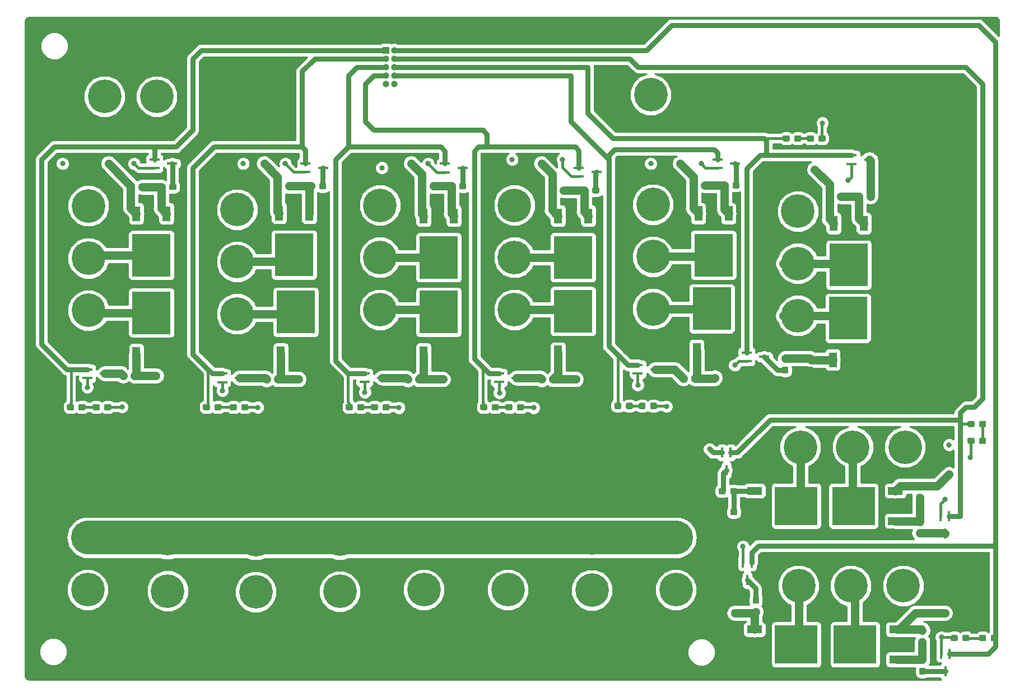
<source format=gbr>
G04 #@! TF.GenerationSoftware,KiCad,Pcbnew,(5.0.0)*
G04 #@! TF.CreationDate,2019-12-11T16:29:05-06:00*
G04 #@! TF.ProjectId,PatchPanel,506174636850616E656C2E6B69636164,rev?*
G04 #@! TF.SameCoordinates,Original*
G04 #@! TF.FileFunction,Copper,L1,Top,Signal*
G04 #@! TF.FilePolarity,Positive*
%FSLAX46Y46*%
G04 Gerber Fmt 4.6, Leading zero omitted, Abs format (unit mm)*
G04 Created by KiCad (PCBNEW (5.0.0)) date 12/11/19 16:29:05*
%MOMM*%
%LPD*%
G01*
G04 APERTURE LIST*
G04 #@! TA.AperFunction,ComponentPad*
%ADD10C,5.080000*%
G04 #@! TD*
G04 #@! TA.AperFunction,SMDPad,CuDef*
%ADD11R,1.200000X2.200000*%
G04 #@! TD*
G04 #@! TA.AperFunction,SMDPad,CuDef*
%ADD12R,5.800000X6.400000*%
G04 #@! TD*
G04 #@! TA.AperFunction,SMDPad,CuDef*
%ADD13R,1.500000X0.450000*%
G04 #@! TD*
G04 #@! TA.AperFunction,SMDPad,CuDef*
%ADD14R,2.200000X1.200000*%
G04 #@! TD*
G04 #@! TA.AperFunction,SMDPad,CuDef*
%ADD15R,6.400000X5.800000*%
G04 #@! TD*
G04 #@! TA.AperFunction,SMDPad,CuDef*
%ADD16R,0.450000X1.500000*%
G04 #@! TD*
G04 #@! TA.AperFunction,Conductor*
%ADD17C,0.100000*%
G04 #@! TD*
G04 #@! TA.AperFunction,SMDPad,CuDef*
%ADD18C,0.950000*%
G04 #@! TD*
G04 #@! TA.AperFunction,ComponentPad*
%ADD19R,1.000000X1.000000*%
G04 #@! TD*
G04 #@! TA.AperFunction,ComponentPad*
%ADD20O,1.000000X1.000000*%
G04 #@! TD*
G04 #@! TA.AperFunction,ViaPad*
%ADD21C,0.800000*%
G04 #@! TD*
G04 #@! TA.AperFunction,Conductor*
%ADD22C,1.270000*%
G04 #@! TD*
G04 #@! TA.AperFunction,Conductor*
%ADD23C,0.381000*%
G04 #@! TD*
G04 #@! TA.AperFunction,Conductor*
%ADD24C,0.762000*%
G04 #@! TD*
G04 #@! TA.AperFunction,Conductor*
%ADD25C,5.080000*%
G04 #@! TD*
G04 #@! TA.AperFunction,Conductor*
%ADD26C,0.254000*%
G04 #@! TD*
G04 APERTURE END LIST*
D10*
G04 #@! TO.P,Conn2,3*
G04 #@! TO.N,Net-(Conn2-Pad3)*
X159511782Y-132416060D03*
G04 #@! TO.P,Conn2,2*
G04 #@! TO.N,Net-(Conn2-Pad2)*
X167411782Y-132416060D03*
G04 #@! TO.P,Conn2,1*
G04 #@! TO.N,GND*
X175311782Y-132416060D03*
G04 #@! TD*
G04 #@! TO.P,Conn3,1*
G04 #@! TO.N,GND*
X74631060Y-75513218D03*
G04 #@! TO.P,Conn3,2*
G04 #@! TO.N,Net-(Conn3-Pad2)*
X74631060Y-83413218D03*
G04 #@! TO.P,Conn3,3*
G04 #@! TO.N,Net-(Conn3-Pad3)*
X74631060Y-91313218D03*
G04 #@! TD*
G04 #@! TO.P,Conn4,3*
G04 #@! TO.N,Net-(Conn4-Pad3)*
X159791782Y-111461060D03*
G04 #@! TO.P,Conn4,2*
G04 #@! TO.N,Net-(Conn4-Pad2)*
X167691782Y-111461060D03*
G04 #@! TO.P,Conn4,1*
G04 #@! TO.N,GND*
X175591782Y-111461060D03*
G04 #@! TD*
G04 #@! TO.P,Conn5,1*
G04 #@! TO.N,GND*
X96221060Y-74878218D03*
G04 #@! TO.P,Conn5,2*
G04 #@! TO.N,Net-(Conn5-Pad2)*
X96221060Y-82778218D03*
G04 #@! TO.P,Conn5,3*
G04 #@! TO.N,Net-(Conn5-Pad3)*
X96221060Y-90678218D03*
G04 #@! TD*
G04 #@! TO.P,Conn6,3*
G04 #@! TO.N,Net-(Conn6-Pad3)*
X159385000Y-91585744D03*
G04 #@! TO.P,Conn6,2*
G04 #@! TO.N,Net-(Conn6-Pad2)*
X159385000Y-83685744D03*
G04 #@! TO.P,Conn6,1*
G04 #@! TO.N,GND*
X159385000Y-75785744D03*
G04 #@! TD*
G04 #@! TO.P,Conn7,1*
G04 #@! TO.N,GND*
X116541060Y-74878218D03*
G04 #@! TO.P,Conn7,2*
G04 #@! TO.N,Net-(Conn7-Pad2)*
X116541060Y-82778218D03*
G04 #@! TO.P,Conn7,3*
G04 #@! TO.N,Net-(Conn7-Pad3)*
X116541060Y-90678218D03*
G04 #@! TD*
G04 #@! TO.P,Conn8,3*
G04 #@! TO.N,Net-(Conn8-Pad3)*
X137496060Y-90551218D03*
G04 #@! TO.P,Conn8,2*
G04 #@! TO.N,Net-(Conn8-Pad2)*
X137496060Y-82651218D03*
G04 #@! TO.P,Conn8,1*
G04 #@! TO.N,GND*
X137496060Y-74751218D03*
G04 #@! TD*
G04 #@! TO.P,Conn10,1*
G04 #@! TO.N,GND*
X77470000Y-133350000D03*
G04 #@! TO.P,Conn10,2*
G04 #@! TO.N,/Vlog*
X77470000Y-125450000D03*
G04 #@! TO.P,Conn10,3*
G04 #@! TO.N,/Vact*
X77470000Y-117550000D03*
G04 #@! TD*
G04 #@! TO.P,Conn11,3*
G04 #@! TO.N,/Vact*
X140970000Y-117221000D03*
G04 #@! TO.P,Conn11,2*
G04 #@! TO.N,/Vlog*
X140970000Y-125121000D03*
G04 #@! TO.P,Conn11,1*
G04 #@! TO.N,GND*
X140970000Y-133021000D03*
G04 #@! TD*
G04 #@! TO.P,Conn12,3*
G04 #@! TO.N,/Vact*
X90170000Y-117475000D03*
G04 #@! TO.P,Conn12,2*
G04 #@! TO.N,/Vlog*
X90170000Y-125375000D03*
G04 #@! TO.P,Conn12,1*
G04 #@! TO.N,GND*
X90170000Y-133275000D03*
G04 #@! TD*
G04 #@! TO.P,Conn13,1*
G04 #@! TO.N,GND*
X102870000Y-133021000D03*
G04 #@! TO.P,Conn13,2*
G04 #@! TO.N,/Vlog*
X102870000Y-125121000D03*
G04 #@! TO.P,Conn13,3*
G04 #@! TO.N,/Vact*
X102870000Y-117221000D03*
G04 #@! TD*
G04 #@! TO.P,Conn14,1*
G04 #@! TO.N,GND*
X115570000Y-133021000D03*
G04 #@! TO.P,Conn14,2*
G04 #@! TO.N,/Vlog*
X115570000Y-125121000D03*
G04 #@! TO.P,Conn14,3*
G04 #@! TO.N,/Vact*
X115570000Y-117221000D03*
G04 #@! TD*
G04 #@! TO.P,Conn15,3*
G04 #@! TO.N,/Vact*
X52070000Y-117221000D03*
G04 #@! TO.P,Conn15,2*
G04 #@! TO.N,/Vlog*
X52070000Y-125121000D03*
G04 #@! TO.P,Conn15,1*
G04 #@! TO.N,GND*
X52070000Y-133021000D03*
G04 #@! TD*
G04 #@! TO.P,Conn16,1*
G04 #@! TO.N,GND*
X128270000Y-133083000D03*
G04 #@! TO.P,Conn16,2*
G04 #@! TO.N,/Vlog*
X128270000Y-125183000D03*
G04 #@! TO.P,Conn16,3*
G04 #@! TO.N,/Vact*
X128270000Y-117283000D03*
G04 #@! TD*
D11*
G04 #@! TO.P,Q1,1*
G04 #@! TO.N,Net-(Q1-Pad1)*
X59408180Y-97434654D03*
G04 #@! TO.P,Q1,3*
G04 #@! TO.N,/Vact*
X63968180Y-97434654D03*
D12*
G04 #@! TO.P,Q1,2*
G04 #@! TO.N,Net-(Conn1-Pad3)*
X61688180Y-91134654D03*
G04 #@! TD*
G04 #@! TO.P,Q2,2*
G04 #@! TO.N,Net-(Conn1-Pad2)*
X61688180Y-82439654D03*
D11*
G04 #@! TO.P,Q2,3*
G04 #@! TO.N,/Vlog*
X59408180Y-76139654D03*
G04 #@! TO.P,Q2,1*
G04 #@! TO.N,Net-(Q2-Pad1)*
X63968180Y-76139654D03*
G04 #@! TD*
D13*
G04 #@! TO.P,Q3,3*
G04 #@! TO.N,Net-(Q3-Pad3)*
X54670000Y-100330000D03*
G04 #@! TO.P,Q3,2*
G04 #@! TO.N,GND*
X52010000Y-100980000D03*
G04 #@! TO.P,Q3,1*
G04 #@! TO.N,PB1*
X52010000Y-99680000D03*
G04 #@! TD*
G04 #@! TO.P,Q4,1*
G04 #@! TO.N,PB1*
X62170000Y-67930000D03*
G04 #@! TO.P,Q4,2*
G04 #@! TO.N,GND*
X62170000Y-69230000D03*
G04 #@! TO.P,Q4,3*
G04 #@! TO.N,Net-(Q4-Pad3)*
X64830000Y-68580000D03*
G04 #@! TD*
D14*
G04 #@! TO.P,Q5,1*
G04 #@! TO.N,Net-(Q5-Pad1)*
X152856782Y-139026060D03*
G04 #@! TO.P,Q5,3*
G04 #@! TO.N,/Vact*
X152856782Y-143586060D03*
D15*
G04 #@! TO.P,Q5,2*
G04 #@! TO.N,Net-(Conn2-Pad3)*
X159156782Y-141306060D03*
G04 #@! TD*
G04 #@! TO.P,Q6,2*
G04 #@! TO.N,Net-(Conn2-Pad2)*
X168046782Y-141306060D03*
D14*
G04 #@! TO.P,Q6,3*
G04 #@! TO.N,/Vlog*
X174346782Y-139026060D03*
G04 #@! TO.P,Q6,1*
G04 #@! TO.N,Net-(Q6-Pad1)*
X174346782Y-143586060D03*
G04 #@! TD*
D16*
G04 #@! TO.P,Q7,3*
G04 #@! TO.N,Net-(Q7-Pad3)*
X151750000Y-131565000D03*
G04 #@! TO.P,Q7,2*
G04 #@! TO.N,GND*
X151100000Y-128905000D03*
G04 #@! TO.P,Q7,1*
G04 #@! TO.N,PB2*
X152400000Y-128905000D03*
G04 #@! TD*
G04 #@! TO.P,Q8,1*
G04 #@! TO.N,PB2*
X182333940Y-142696060D03*
G04 #@! TO.P,Q8,2*
G04 #@! TO.N,GND*
X181033940Y-142696060D03*
G04 #@! TO.P,Q8,3*
G04 #@! TO.N,Net-(Q8-Pad3)*
X181683940Y-145356060D03*
G04 #@! TD*
D11*
G04 #@! TO.P,Q9,1*
G04 #@! TO.N,Net-(Q9-Pad1)*
X81241060Y-97333218D03*
G04 #@! TO.P,Q9,3*
G04 #@! TO.N,/Vact*
X85801060Y-97333218D03*
D12*
G04 #@! TO.P,Q9,2*
G04 #@! TO.N,Net-(Conn3-Pad3)*
X83521060Y-91033218D03*
G04 #@! TD*
G04 #@! TO.P,Q10,2*
G04 #@! TO.N,Net-(Conn3-Pad2)*
X83266060Y-82373218D03*
D11*
G04 #@! TO.P,Q10,3*
G04 #@! TO.N,/Vlog*
X80986060Y-76073218D03*
G04 #@! TO.P,Q10,1*
G04 #@! TO.N,Net-(Q10-Pad1)*
X85546060Y-76073218D03*
G04 #@! TD*
D13*
G04 #@! TO.P,Q11,3*
G04 #@! TO.N,Net-(Q11-Pad3)*
X75050000Y-100980000D03*
G04 #@! TO.P,Q11,2*
G04 #@! TO.N,GND*
X72390000Y-101630000D03*
G04 #@! TO.P,Q11,1*
G04 #@! TO.N,PB3*
X72390000Y-100330000D03*
G04 #@! TD*
G04 #@! TO.P,Q12,1*
G04 #@! TO.N,PB3*
X84970000Y-68565000D03*
G04 #@! TO.P,Q12,2*
G04 #@! TO.N,GND*
X84970000Y-69865000D03*
G04 #@! TO.P,Q12,3*
G04 #@! TO.N,Net-(Q12-Pad3)*
X87630000Y-69215000D03*
G04 #@! TD*
D14*
G04 #@! TO.P,Q13,1*
G04 #@! TO.N,Net-(Q13-Pad1)*
X152856782Y-118071060D03*
G04 #@! TO.P,Q13,3*
G04 #@! TO.N,/Vact*
X152856782Y-122631060D03*
D15*
G04 #@! TO.P,Q13,2*
G04 #@! TO.N,Net-(Conn4-Pad3)*
X159156782Y-120351060D03*
G04 #@! TD*
G04 #@! TO.P,Q14,2*
G04 #@! TO.N,Net-(Conn4-Pad2)*
X167816782Y-120351060D03*
D14*
G04 #@! TO.P,Q14,3*
G04 #@! TO.N,/Vlog*
X174116782Y-118071060D03*
G04 #@! TO.P,Q14,1*
G04 #@! TO.N,Net-(Q14-Pad1)*
X174116782Y-122631060D03*
G04 #@! TD*
D16*
G04 #@! TO.P,Q15,1*
G04 #@! TO.N,PB4*
X149240000Y-112275000D03*
G04 #@! TO.P,Q15,2*
G04 #@! TO.N,GND*
X147940000Y-112275000D03*
G04 #@! TO.P,Q15,3*
G04 #@! TO.N,Net-(Q15-Pad3)*
X148590000Y-114935000D03*
G04 #@! TD*
G04 #@! TO.P,Q16,3*
G04 #@! TO.N,Net-(Q16-Pad3)*
X181610000Y-124520000D03*
G04 #@! TO.P,Q16,2*
G04 #@! TO.N,GND*
X180960000Y-121860000D03*
G04 #@! TO.P,Q16,1*
G04 #@! TO.N,PB4*
X182260000Y-121860000D03*
G04 #@! TD*
D11*
G04 #@! TO.P,Q17,1*
G04 #@! TO.N,Net-(Q17-Pad1)*
X102831060Y-97333218D03*
G04 #@! TO.P,Q17,3*
G04 #@! TO.N,/Vact*
X107391060Y-97333218D03*
D12*
G04 #@! TO.P,Q17,2*
G04 #@! TO.N,Net-(Conn5-Pad3)*
X105111060Y-91033218D03*
G04 #@! TD*
D11*
G04 #@! TO.P,Q18,1*
G04 #@! TO.N,Net-(Q18-Pad1)*
X107391060Y-76478218D03*
G04 #@! TO.P,Q18,3*
G04 #@! TO.N,/Vlog*
X102831060Y-76478218D03*
D12*
G04 #@! TO.P,Q18,2*
G04 #@! TO.N,Net-(Conn5-Pad2)*
X105111060Y-82778218D03*
G04 #@! TD*
D13*
G04 #@! TO.P,Q19,1*
G04 #@! TO.N,PB5*
X93920000Y-100315000D03*
G04 #@! TO.P,Q19,2*
G04 #@! TO.N,GND*
X93920000Y-101615000D03*
G04 #@! TO.P,Q19,3*
G04 #@! TO.N,Net-(Q19-Pad3)*
X96580000Y-100965000D03*
G04 #@! TD*
G04 #@! TO.P,Q20,3*
G04 #@! TO.N,Net-(Q20-Pad3)*
X108705000Y-69230000D03*
G04 #@! TO.P,Q20,2*
G04 #@! TO.N,GND*
X106045000Y-69880000D03*
G04 #@! TO.P,Q20,1*
G04 #@! TO.N,PB5*
X106045000Y-68580000D03*
G04 #@! TD*
D12*
G04 #@! TO.P,Q21,2*
G04 #@! TO.N,Net-(Conn6-Pad3)*
X166961060Y-91940744D03*
D11*
G04 #@! TO.P,Q21,3*
G04 #@! TO.N,/Vact*
X169241060Y-98240744D03*
G04 #@! TO.P,Q21,1*
G04 #@! TO.N,Net-(Q21-Pad1)*
X164681060Y-98240744D03*
G04 #@! TD*
D12*
G04 #@! TO.P,Q22,2*
G04 #@! TO.N,Net-(Conn6-Pad2)*
X167086060Y-83915744D03*
D11*
G04 #@! TO.P,Q22,3*
G04 #@! TO.N,/Vlog*
X164806060Y-77615744D03*
G04 #@! TO.P,Q22,1*
G04 #@! TO.N,Net-(Q22-Pad1)*
X169366060Y-77615744D03*
G04 #@! TD*
D13*
G04 #@! TO.P,Q23,1*
G04 #@! TO.N,PB6*
X151645000Y-97140000D03*
G04 #@! TO.P,Q23,2*
G04 #@! TO.N,GND*
X151645000Y-98440000D03*
G04 #@! TO.P,Q23,3*
G04 #@! TO.N,Net-(Q23-Pad3)*
X154305000Y-97790000D03*
G04 #@! TD*
G04 #@! TO.P,Q24,3*
G04 #@! TO.N,Net-(Q24-Pad3)*
X170180000Y-67960000D03*
G04 #@! TO.P,Q24,2*
G04 #@! TO.N,GND*
X167520000Y-68610000D03*
G04 #@! TO.P,Q24,1*
G04 #@! TO.N,PB6*
X167520000Y-67310000D03*
G04 #@! TD*
D11*
G04 #@! TO.P,Q25,1*
G04 #@! TO.N,Net-(Q25-Pad1)*
X123151060Y-97206218D03*
G04 #@! TO.P,Q25,3*
G04 #@! TO.N,/Vact*
X127711060Y-97206218D03*
D12*
G04 #@! TO.P,Q25,2*
G04 #@! TO.N,Net-(Conn7-Pad3)*
X125431060Y-90906218D03*
G04 #@! TD*
D11*
G04 #@! TO.P,Q26,1*
G04 #@! TO.N,Net-(Q26-Pad1)*
X127711060Y-76478218D03*
G04 #@! TO.P,Q26,3*
G04 #@! TO.N,/Vlog*
X123151060Y-76478218D03*
D12*
G04 #@! TO.P,Q26,2*
G04 #@! TO.N,Net-(Conn7-Pad2)*
X125431060Y-82778218D03*
G04 #@! TD*
D13*
G04 #@! TO.P,Q27,1*
G04 #@! TO.N,PB7*
X114240000Y-100315000D03*
G04 #@! TO.P,Q27,2*
G04 #@! TO.N,GND*
X114240000Y-101615000D03*
G04 #@! TO.P,Q27,3*
G04 #@! TO.N,Net-(Q27-Pad3)*
X116900000Y-100965000D03*
G04 #@! TD*
G04 #@! TO.P,Q28,3*
G04 #@! TO.N,Net-(Q28-Pad3)*
X128965000Y-69850000D03*
G04 #@! TO.P,Q28,2*
G04 #@! TO.N,GND*
X126305000Y-70500000D03*
G04 #@! TO.P,Q28,1*
G04 #@! TO.N,PB7*
X126305000Y-69200000D03*
G04 #@! TD*
D12*
G04 #@! TO.P,Q29,2*
G04 #@! TO.N,Net-(Conn8-Pad3)*
X146386060Y-90501218D03*
D11*
G04 #@! TO.P,Q29,3*
G04 #@! TO.N,/Vact*
X148666060Y-96801218D03*
G04 #@! TO.P,Q29,1*
G04 #@! TO.N,Net-(Q29-Pad1)*
X144106060Y-96801218D03*
G04 #@! TD*
D12*
G04 #@! TO.P,Q30,2*
G04 #@! TO.N,Net-(Conn8-Pad2)*
X146641060Y-82421218D03*
D11*
G04 #@! TO.P,Q30,3*
G04 #@! TO.N,/Vlog*
X144361060Y-76121218D03*
G04 #@! TO.P,Q30,1*
G04 #@! TO.N,Net-(Q30-Pad1)*
X148921060Y-76121218D03*
G04 #@! TD*
D13*
G04 #@! TO.P,Q31,1*
G04 #@! TO.N,PB8*
X135195000Y-99045000D03*
G04 #@! TO.P,Q31,2*
G04 #@! TO.N,GND*
X135195000Y-100345000D03*
G04 #@! TO.P,Q31,3*
G04 #@! TO.N,Net-(Q31-Pad3)*
X137855000Y-99695000D03*
G04 #@! TD*
G04 #@! TO.P,Q32,3*
G04 #@! TO.N,Net-(Q32-Pad3)*
X149920000Y-68580000D03*
G04 #@! TO.P,Q32,2*
G04 #@! TO.N,GND*
X147260000Y-69230000D03*
G04 #@! TO.P,Q32,1*
G04 #@! TO.N,PB8*
X147260000Y-67930000D03*
G04 #@! TD*
D17*
G04 #@! TO.N,/Vact*
G04 #@! TO.C,R1*
G36*
X64445779Y-100185798D02*
X64468834Y-100189217D01*
X64491443Y-100194881D01*
X64513387Y-100202733D01*
X64534457Y-100212698D01*
X64554448Y-100224680D01*
X64573168Y-100238564D01*
X64590438Y-100254216D01*
X64606090Y-100271486D01*
X64619974Y-100290206D01*
X64631956Y-100310197D01*
X64641921Y-100331267D01*
X64649773Y-100353211D01*
X64655437Y-100375820D01*
X64658856Y-100398875D01*
X64660000Y-100422154D01*
X64660000Y-100897154D01*
X64658856Y-100920433D01*
X64655437Y-100943488D01*
X64649773Y-100966097D01*
X64641921Y-100988041D01*
X64631956Y-101009111D01*
X64619974Y-101029102D01*
X64606090Y-101047822D01*
X64590438Y-101065092D01*
X64573168Y-101080744D01*
X64554448Y-101094628D01*
X64534457Y-101106610D01*
X64513387Y-101116575D01*
X64491443Y-101124427D01*
X64468834Y-101130091D01*
X64445779Y-101133510D01*
X64422500Y-101134654D01*
X63847500Y-101134654D01*
X63824221Y-101133510D01*
X63801166Y-101130091D01*
X63778557Y-101124427D01*
X63756613Y-101116575D01*
X63735543Y-101106610D01*
X63715552Y-101094628D01*
X63696832Y-101080744D01*
X63679562Y-101065092D01*
X63663910Y-101047822D01*
X63650026Y-101029102D01*
X63638044Y-101009111D01*
X63628079Y-100988041D01*
X63620227Y-100966097D01*
X63614563Y-100943488D01*
X63611144Y-100920433D01*
X63610000Y-100897154D01*
X63610000Y-100422154D01*
X63611144Y-100398875D01*
X63614563Y-100375820D01*
X63620227Y-100353211D01*
X63628079Y-100331267D01*
X63638044Y-100310197D01*
X63650026Y-100290206D01*
X63663910Y-100271486D01*
X63679562Y-100254216D01*
X63696832Y-100238564D01*
X63715552Y-100224680D01*
X63735543Y-100212698D01*
X63756613Y-100202733D01*
X63778557Y-100194881D01*
X63801166Y-100189217D01*
X63824221Y-100185798D01*
X63847500Y-100184654D01*
X64422500Y-100184654D01*
X64445779Y-100185798D01*
X64445779Y-100185798D01*
G37*
D18*
G04 #@! TD*
G04 #@! TO.P,R1,2*
G04 #@! TO.N,/Vact*
X64135000Y-100659654D03*
D17*
G04 #@! TO.N,Net-(Q1-Pad1)*
G04 #@! TO.C,R1*
G36*
X62695779Y-100185798D02*
X62718834Y-100189217D01*
X62741443Y-100194881D01*
X62763387Y-100202733D01*
X62784457Y-100212698D01*
X62804448Y-100224680D01*
X62823168Y-100238564D01*
X62840438Y-100254216D01*
X62856090Y-100271486D01*
X62869974Y-100290206D01*
X62881956Y-100310197D01*
X62891921Y-100331267D01*
X62899773Y-100353211D01*
X62905437Y-100375820D01*
X62908856Y-100398875D01*
X62910000Y-100422154D01*
X62910000Y-100897154D01*
X62908856Y-100920433D01*
X62905437Y-100943488D01*
X62899773Y-100966097D01*
X62891921Y-100988041D01*
X62881956Y-101009111D01*
X62869974Y-101029102D01*
X62856090Y-101047822D01*
X62840438Y-101065092D01*
X62823168Y-101080744D01*
X62804448Y-101094628D01*
X62784457Y-101106610D01*
X62763387Y-101116575D01*
X62741443Y-101124427D01*
X62718834Y-101130091D01*
X62695779Y-101133510D01*
X62672500Y-101134654D01*
X62097500Y-101134654D01*
X62074221Y-101133510D01*
X62051166Y-101130091D01*
X62028557Y-101124427D01*
X62006613Y-101116575D01*
X61985543Y-101106610D01*
X61965552Y-101094628D01*
X61946832Y-101080744D01*
X61929562Y-101065092D01*
X61913910Y-101047822D01*
X61900026Y-101029102D01*
X61888044Y-101009111D01*
X61878079Y-100988041D01*
X61870227Y-100966097D01*
X61864563Y-100943488D01*
X61861144Y-100920433D01*
X61860000Y-100897154D01*
X61860000Y-100422154D01*
X61861144Y-100398875D01*
X61864563Y-100375820D01*
X61870227Y-100353211D01*
X61878079Y-100331267D01*
X61888044Y-100310197D01*
X61900026Y-100290206D01*
X61913910Y-100271486D01*
X61929562Y-100254216D01*
X61946832Y-100238564D01*
X61965552Y-100224680D01*
X61985543Y-100212698D01*
X62006613Y-100202733D01*
X62028557Y-100194881D01*
X62051166Y-100189217D01*
X62074221Y-100185798D01*
X62097500Y-100184654D01*
X62672500Y-100184654D01*
X62695779Y-100185798D01*
X62695779Y-100185798D01*
G37*
D18*
G04 #@! TD*
G04 #@! TO.P,R1,1*
G04 #@! TO.N,Net-(Q1-Pad1)*
X62385000Y-100659654D03*
D17*
G04 #@! TO.N,Net-(Q2-Pad1)*
G04 #@! TO.C,R2*
G36*
X60633959Y-71625798D02*
X60657014Y-71629217D01*
X60679623Y-71634881D01*
X60701567Y-71642733D01*
X60722637Y-71652698D01*
X60742628Y-71664680D01*
X60761348Y-71678564D01*
X60778618Y-71694216D01*
X60794270Y-71711486D01*
X60808154Y-71730206D01*
X60820136Y-71750197D01*
X60830101Y-71771267D01*
X60837953Y-71793211D01*
X60843617Y-71815820D01*
X60847036Y-71838875D01*
X60848180Y-71862154D01*
X60848180Y-72337154D01*
X60847036Y-72360433D01*
X60843617Y-72383488D01*
X60837953Y-72406097D01*
X60830101Y-72428041D01*
X60820136Y-72449111D01*
X60808154Y-72469102D01*
X60794270Y-72487822D01*
X60778618Y-72505092D01*
X60761348Y-72520744D01*
X60742628Y-72534628D01*
X60722637Y-72546610D01*
X60701567Y-72556575D01*
X60679623Y-72564427D01*
X60657014Y-72570091D01*
X60633959Y-72573510D01*
X60610680Y-72574654D01*
X60035680Y-72574654D01*
X60012401Y-72573510D01*
X59989346Y-72570091D01*
X59966737Y-72564427D01*
X59944793Y-72556575D01*
X59923723Y-72546610D01*
X59903732Y-72534628D01*
X59885012Y-72520744D01*
X59867742Y-72505092D01*
X59852090Y-72487822D01*
X59838206Y-72469102D01*
X59826224Y-72449111D01*
X59816259Y-72428041D01*
X59808407Y-72406097D01*
X59802743Y-72383488D01*
X59799324Y-72360433D01*
X59798180Y-72337154D01*
X59798180Y-71862154D01*
X59799324Y-71838875D01*
X59802743Y-71815820D01*
X59808407Y-71793211D01*
X59816259Y-71771267D01*
X59826224Y-71750197D01*
X59838206Y-71730206D01*
X59852090Y-71711486D01*
X59867742Y-71694216D01*
X59885012Y-71678564D01*
X59903732Y-71664680D01*
X59923723Y-71652698D01*
X59944793Y-71642733D01*
X59966737Y-71634881D01*
X59989346Y-71629217D01*
X60012401Y-71625798D01*
X60035680Y-71624654D01*
X60610680Y-71624654D01*
X60633959Y-71625798D01*
X60633959Y-71625798D01*
G37*
D18*
G04 #@! TD*
G04 #@! TO.P,R2,1*
G04 #@! TO.N,Net-(Q2-Pad1)*
X60323180Y-72099654D03*
D17*
G04 #@! TO.N,/Vlog*
G04 #@! TO.C,R2*
G36*
X58883959Y-71625798D02*
X58907014Y-71629217D01*
X58929623Y-71634881D01*
X58951567Y-71642733D01*
X58972637Y-71652698D01*
X58992628Y-71664680D01*
X59011348Y-71678564D01*
X59028618Y-71694216D01*
X59044270Y-71711486D01*
X59058154Y-71730206D01*
X59070136Y-71750197D01*
X59080101Y-71771267D01*
X59087953Y-71793211D01*
X59093617Y-71815820D01*
X59097036Y-71838875D01*
X59098180Y-71862154D01*
X59098180Y-72337154D01*
X59097036Y-72360433D01*
X59093617Y-72383488D01*
X59087953Y-72406097D01*
X59080101Y-72428041D01*
X59070136Y-72449111D01*
X59058154Y-72469102D01*
X59044270Y-72487822D01*
X59028618Y-72505092D01*
X59011348Y-72520744D01*
X58992628Y-72534628D01*
X58972637Y-72546610D01*
X58951567Y-72556575D01*
X58929623Y-72564427D01*
X58907014Y-72570091D01*
X58883959Y-72573510D01*
X58860680Y-72574654D01*
X58285680Y-72574654D01*
X58262401Y-72573510D01*
X58239346Y-72570091D01*
X58216737Y-72564427D01*
X58194793Y-72556575D01*
X58173723Y-72546610D01*
X58153732Y-72534628D01*
X58135012Y-72520744D01*
X58117742Y-72505092D01*
X58102090Y-72487822D01*
X58088206Y-72469102D01*
X58076224Y-72449111D01*
X58066259Y-72428041D01*
X58058407Y-72406097D01*
X58052743Y-72383488D01*
X58049324Y-72360433D01*
X58048180Y-72337154D01*
X58048180Y-71862154D01*
X58049324Y-71838875D01*
X58052743Y-71815820D01*
X58058407Y-71793211D01*
X58066259Y-71771267D01*
X58076224Y-71750197D01*
X58088206Y-71730206D01*
X58102090Y-71711486D01*
X58117742Y-71694216D01*
X58135012Y-71678564D01*
X58153732Y-71664680D01*
X58173723Y-71652698D01*
X58194793Y-71642733D01*
X58216737Y-71634881D01*
X58239346Y-71629217D01*
X58262401Y-71625798D01*
X58285680Y-71624654D01*
X58860680Y-71624654D01*
X58883959Y-71625798D01*
X58883959Y-71625798D01*
G37*
D18*
G04 #@! TD*
G04 #@! TO.P,R2,2*
G04 #@! TO.N,/Vlog*
X58573180Y-72099654D03*
D17*
G04 #@! TO.N,Net-(Q3-Pad3)*
G04 #@! TO.C,R3*
G36*
X57708959Y-100185798D02*
X57732014Y-100189217D01*
X57754623Y-100194881D01*
X57776567Y-100202733D01*
X57797637Y-100212698D01*
X57817628Y-100224680D01*
X57836348Y-100238564D01*
X57853618Y-100254216D01*
X57869270Y-100271486D01*
X57883154Y-100290206D01*
X57895136Y-100310197D01*
X57905101Y-100331267D01*
X57912953Y-100353211D01*
X57918617Y-100375820D01*
X57922036Y-100398875D01*
X57923180Y-100422154D01*
X57923180Y-100897154D01*
X57922036Y-100920433D01*
X57918617Y-100943488D01*
X57912953Y-100966097D01*
X57905101Y-100988041D01*
X57895136Y-101009111D01*
X57883154Y-101029102D01*
X57869270Y-101047822D01*
X57853618Y-101065092D01*
X57836348Y-101080744D01*
X57817628Y-101094628D01*
X57797637Y-101106610D01*
X57776567Y-101116575D01*
X57754623Y-101124427D01*
X57732014Y-101130091D01*
X57708959Y-101133510D01*
X57685680Y-101134654D01*
X57110680Y-101134654D01*
X57087401Y-101133510D01*
X57064346Y-101130091D01*
X57041737Y-101124427D01*
X57019793Y-101116575D01*
X56998723Y-101106610D01*
X56978732Y-101094628D01*
X56960012Y-101080744D01*
X56942742Y-101065092D01*
X56927090Y-101047822D01*
X56913206Y-101029102D01*
X56901224Y-101009111D01*
X56891259Y-100988041D01*
X56883407Y-100966097D01*
X56877743Y-100943488D01*
X56874324Y-100920433D01*
X56873180Y-100897154D01*
X56873180Y-100422154D01*
X56874324Y-100398875D01*
X56877743Y-100375820D01*
X56883407Y-100353211D01*
X56891259Y-100331267D01*
X56901224Y-100310197D01*
X56913206Y-100290206D01*
X56927090Y-100271486D01*
X56942742Y-100254216D01*
X56960012Y-100238564D01*
X56978732Y-100224680D01*
X56998723Y-100212698D01*
X57019793Y-100202733D01*
X57041737Y-100194881D01*
X57064346Y-100189217D01*
X57087401Y-100185798D01*
X57110680Y-100184654D01*
X57685680Y-100184654D01*
X57708959Y-100185798D01*
X57708959Y-100185798D01*
G37*
D18*
G04 #@! TD*
G04 #@! TO.P,R3,1*
G04 #@! TO.N,Net-(Q3-Pad3)*
X57398180Y-100659654D03*
D17*
G04 #@! TO.N,Net-(Q1-Pad1)*
G04 #@! TO.C,R3*
G36*
X59458959Y-100185798D02*
X59482014Y-100189217D01*
X59504623Y-100194881D01*
X59526567Y-100202733D01*
X59547637Y-100212698D01*
X59567628Y-100224680D01*
X59586348Y-100238564D01*
X59603618Y-100254216D01*
X59619270Y-100271486D01*
X59633154Y-100290206D01*
X59645136Y-100310197D01*
X59655101Y-100331267D01*
X59662953Y-100353211D01*
X59668617Y-100375820D01*
X59672036Y-100398875D01*
X59673180Y-100422154D01*
X59673180Y-100897154D01*
X59672036Y-100920433D01*
X59668617Y-100943488D01*
X59662953Y-100966097D01*
X59655101Y-100988041D01*
X59645136Y-101009111D01*
X59633154Y-101029102D01*
X59619270Y-101047822D01*
X59603618Y-101065092D01*
X59586348Y-101080744D01*
X59567628Y-101094628D01*
X59547637Y-101106610D01*
X59526567Y-101116575D01*
X59504623Y-101124427D01*
X59482014Y-101130091D01*
X59458959Y-101133510D01*
X59435680Y-101134654D01*
X58860680Y-101134654D01*
X58837401Y-101133510D01*
X58814346Y-101130091D01*
X58791737Y-101124427D01*
X58769793Y-101116575D01*
X58748723Y-101106610D01*
X58728732Y-101094628D01*
X58710012Y-101080744D01*
X58692742Y-101065092D01*
X58677090Y-101047822D01*
X58663206Y-101029102D01*
X58651224Y-101009111D01*
X58641259Y-100988041D01*
X58633407Y-100966097D01*
X58627743Y-100943488D01*
X58624324Y-100920433D01*
X58623180Y-100897154D01*
X58623180Y-100422154D01*
X58624324Y-100398875D01*
X58627743Y-100375820D01*
X58633407Y-100353211D01*
X58641259Y-100331267D01*
X58651224Y-100310197D01*
X58663206Y-100290206D01*
X58677090Y-100271486D01*
X58692742Y-100254216D01*
X58710012Y-100238564D01*
X58728732Y-100224680D01*
X58748723Y-100212698D01*
X58769793Y-100202733D01*
X58791737Y-100194881D01*
X58814346Y-100189217D01*
X58837401Y-100185798D01*
X58860680Y-100184654D01*
X59435680Y-100184654D01*
X59458959Y-100185798D01*
X59458959Y-100185798D01*
G37*
D18*
G04 #@! TD*
G04 #@! TO.P,R3,2*
G04 #@! TO.N,Net-(Q1-Pad1)*
X59148180Y-100659654D03*
D17*
G04 #@! TO.N,Net-(Q2-Pad1)*
G04 #@! TO.C,R4*
G36*
X63483959Y-71625798D02*
X63507014Y-71629217D01*
X63529623Y-71634881D01*
X63551567Y-71642733D01*
X63572637Y-71652698D01*
X63592628Y-71664680D01*
X63611348Y-71678564D01*
X63628618Y-71694216D01*
X63644270Y-71711486D01*
X63658154Y-71730206D01*
X63670136Y-71750197D01*
X63680101Y-71771267D01*
X63687953Y-71793211D01*
X63693617Y-71815820D01*
X63697036Y-71838875D01*
X63698180Y-71862154D01*
X63698180Y-72337154D01*
X63697036Y-72360433D01*
X63693617Y-72383488D01*
X63687953Y-72406097D01*
X63680101Y-72428041D01*
X63670136Y-72449111D01*
X63658154Y-72469102D01*
X63644270Y-72487822D01*
X63628618Y-72505092D01*
X63611348Y-72520744D01*
X63592628Y-72534628D01*
X63572637Y-72546610D01*
X63551567Y-72556575D01*
X63529623Y-72564427D01*
X63507014Y-72570091D01*
X63483959Y-72573510D01*
X63460680Y-72574654D01*
X62885680Y-72574654D01*
X62862401Y-72573510D01*
X62839346Y-72570091D01*
X62816737Y-72564427D01*
X62794793Y-72556575D01*
X62773723Y-72546610D01*
X62753732Y-72534628D01*
X62735012Y-72520744D01*
X62717742Y-72505092D01*
X62702090Y-72487822D01*
X62688206Y-72469102D01*
X62676224Y-72449111D01*
X62666259Y-72428041D01*
X62658407Y-72406097D01*
X62652743Y-72383488D01*
X62649324Y-72360433D01*
X62648180Y-72337154D01*
X62648180Y-71862154D01*
X62649324Y-71838875D01*
X62652743Y-71815820D01*
X62658407Y-71793211D01*
X62666259Y-71771267D01*
X62676224Y-71750197D01*
X62688206Y-71730206D01*
X62702090Y-71711486D01*
X62717742Y-71694216D01*
X62735012Y-71678564D01*
X62753732Y-71664680D01*
X62773723Y-71652698D01*
X62794793Y-71642733D01*
X62816737Y-71634881D01*
X62839346Y-71629217D01*
X62862401Y-71625798D01*
X62885680Y-71624654D01*
X63460680Y-71624654D01*
X63483959Y-71625798D01*
X63483959Y-71625798D01*
G37*
D18*
G04 #@! TD*
G04 #@! TO.P,R4,2*
G04 #@! TO.N,Net-(Q2-Pad1)*
X63173180Y-72099654D03*
D17*
G04 #@! TO.N,Net-(Q4-Pad3)*
G04 #@! TO.C,R4*
G36*
X65233959Y-71625798D02*
X65257014Y-71629217D01*
X65279623Y-71634881D01*
X65301567Y-71642733D01*
X65322637Y-71652698D01*
X65342628Y-71664680D01*
X65361348Y-71678564D01*
X65378618Y-71694216D01*
X65394270Y-71711486D01*
X65408154Y-71730206D01*
X65420136Y-71750197D01*
X65430101Y-71771267D01*
X65437953Y-71793211D01*
X65443617Y-71815820D01*
X65447036Y-71838875D01*
X65448180Y-71862154D01*
X65448180Y-72337154D01*
X65447036Y-72360433D01*
X65443617Y-72383488D01*
X65437953Y-72406097D01*
X65430101Y-72428041D01*
X65420136Y-72449111D01*
X65408154Y-72469102D01*
X65394270Y-72487822D01*
X65378618Y-72505092D01*
X65361348Y-72520744D01*
X65342628Y-72534628D01*
X65322637Y-72546610D01*
X65301567Y-72556575D01*
X65279623Y-72564427D01*
X65257014Y-72570091D01*
X65233959Y-72573510D01*
X65210680Y-72574654D01*
X64635680Y-72574654D01*
X64612401Y-72573510D01*
X64589346Y-72570091D01*
X64566737Y-72564427D01*
X64544793Y-72556575D01*
X64523723Y-72546610D01*
X64503732Y-72534628D01*
X64485012Y-72520744D01*
X64467742Y-72505092D01*
X64452090Y-72487822D01*
X64438206Y-72469102D01*
X64426224Y-72449111D01*
X64416259Y-72428041D01*
X64408407Y-72406097D01*
X64402743Y-72383488D01*
X64399324Y-72360433D01*
X64398180Y-72337154D01*
X64398180Y-71862154D01*
X64399324Y-71838875D01*
X64402743Y-71815820D01*
X64408407Y-71793211D01*
X64416259Y-71771267D01*
X64426224Y-71750197D01*
X64438206Y-71730206D01*
X64452090Y-71711486D01*
X64467742Y-71694216D01*
X64485012Y-71678564D01*
X64503732Y-71664680D01*
X64523723Y-71652698D01*
X64544793Y-71642733D01*
X64566737Y-71634881D01*
X64589346Y-71629217D01*
X64612401Y-71625798D01*
X64635680Y-71624654D01*
X65210680Y-71624654D01*
X65233959Y-71625798D01*
X65233959Y-71625798D01*
G37*
D18*
G04 #@! TD*
G04 #@! TO.P,R4,1*
G04 #@! TO.N,Net-(Q4-Pad3)*
X64923180Y-72099654D03*
D17*
G04 #@! TO.N,/Vact*
G04 #@! TO.C,R5*
G36*
X150120779Y-137751144D02*
X150143834Y-137754563D01*
X150166443Y-137760227D01*
X150188387Y-137768079D01*
X150209457Y-137778044D01*
X150229448Y-137790026D01*
X150248168Y-137803910D01*
X150265438Y-137819562D01*
X150281090Y-137836832D01*
X150294974Y-137855552D01*
X150306956Y-137875543D01*
X150316921Y-137896613D01*
X150324773Y-137918557D01*
X150330437Y-137941166D01*
X150333856Y-137964221D01*
X150335000Y-137987500D01*
X150335000Y-138562500D01*
X150333856Y-138585779D01*
X150330437Y-138608834D01*
X150324773Y-138631443D01*
X150316921Y-138653387D01*
X150306956Y-138674457D01*
X150294974Y-138694448D01*
X150281090Y-138713168D01*
X150265438Y-138730438D01*
X150248168Y-138746090D01*
X150229448Y-138759974D01*
X150209457Y-138771956D01*
X150188387Y-138781921D01*
X150166443Y-138789773D01*
X150143834Y-138795437D01*
X150120779Y-138798856D01*
X150097500Y-138800000D01*
X149622500Y-138800000D01*
X149599221Y-138798856D01*
X149576166Y-138795437D01*
X149553557Y-138789773D01*
X149531613Y-138781921D01*
X149510543Y-138771956D01*
X149490552Y-138759974D01*
X149471832Y-138746090D01*
X149454562Y-138730438D01*
X149438910Y-138713168D01*
X149425026Y-138694448D01*
X149413044Y-138674457D01*
X149403079Y-138653387D01*
X149395227Y-138631443D01*
X149389563Y-138608834D01*
X149386144Y-138585779D01*
X149385000Y-138562500D01*
X149385000Y-137987500D01*
X149386144Y-137964221D01*
X149389563Y-137941166D01*
X149395227Y-137918557D01*
X149403079Y-137896613D01*
X149413044Y-137875543D01*
X149425026Y-137855552D01*
X149438910Y-137836832D01*
X149454562Y-137819562D01*
X149471832Y-137803910D01*
X149490552Y-137790026D01*
X149510543Y-137778044D01*
X149531613Y-137768079D01*
X149553557Y-137760227D01*
X149576166Y-137754563D01*
X149599221Y-137751144D01*
X149622500Y-137750000D01*
X150097500Y-137750000D01*
X150120779Y-137751144D01*
X150120779Y-137751144D01*
G37*
D18*
G04 #@! TD*
G04 #@! TO.P,R5,2*
G04 #@! TO.N,/Vact*
X149860000Y-138275000D03*
D17*
G04 #@! TO.N,Net-(Q5-Pad1)*
G04 #@! TO.C,R5*
G36*
X150120779Y-136001144D02*
X150143834Y-136004563D01*
X150166443Y-136010227D01*
X150188387Y-136018079D01*
X150209457Y-136028044D01*
X150229448Y-136040026D01*
X150248168Y-136053910D01*
X150265438Y-136069562D01*
X150281090Y-136086832D01*
X150294974Y-136105552D01*
X150306956Y-136125543D01*
X150316921Y-136146613D01*
X150324773Y-136168557D01*
X150330437Y-136191166D01*
X150333856Y-136214221D01*
X150335000Y-136237500D01*
X150335000Y-136812500D01*
X150333856Y-136835779D01*
X150330437Y-136858834D01*
X150324773Y-136881443D01*
X150316921Y-136903387D01*
X150306956Y-136924457D01*
X150294974Y-136944448D01*
X150281090Y-136963168D01*
X150265438Y-136980438D01*
X150248168Y-136996090D01*
X150229448Y-137009974D01*
X150209457Y-137021956D01*
X150188387Y-137031921D01*
X150166443Y-137039773D01*
X150143834Y-137045437D01*
X150120779Y-137048856D01*
X150097500Y-137050000D01*
X149622500Y-137050000D01*
X149599221Y-137048856D01*
X149576166Y-137045437D01*
X149553557Y-137039773D01*
X149531613Y-137031921D01*
X149510543Y-137021956D01*
X149490552Y-137009974D01*
X149471832Y-136996090D01*
X149454562Y-136980438D01*
X149438910Y-136963168D01*
X149425026Y-136944448D01*
X149413044Y-136924457D01*
X149403079Y-136903387D01*
X149395227Y-136881443D01*
X149389563Y-136858834D01*
X149386144Y-136835779D01*
X149385000Y-136812500D01*
X149385000Y-136237500D01*
X149386144Y-136214221D01*
X149389563Y-136191166D01*
X149395227Y-136168557D01*
X149403079Y-136146613D01*
X149413044Y-136125543D01*
X149425026Y-136105552D01*
X149438910Y-136086832D01*
X149454562Y-136069562D01*
X149471832Y-136053910D01*
X149490552Y-136040026D01*
X149510543Y-136028044D01*
X149531613Y-136018079D01*
X149553557Y-136010227D01*
X149576166Y-136004563D01*
X149599221Y-136001144D01*
X149622500Y-136000000D01*
X150097500Y-136000000D01*
X150120779Y-136001144D01*
X150120779Y-136001144D01*
G37*
D18*
G04 #@! TD*
G04 #@! TO.P,R5,1*
G04 #@! TO.N,Net-(Q5-Pad1)*
X149860000Y-136525000D03*
D17*
G04 #@! TO.N,Net-(Q6-Pad1)*
G04 #@! TO.C,R6*
G36*
X178467561Y-140387204D02*
X178490616Y-140390623D01*
X178513225Y-140396287D01*
X178535169Y-140404139D01*
X178556239Y-140414104D01*
X178576230Y-140426086D01*
X178594950Y-140439970D01*
X178612220Y-140455622D01*
X178627872Y-140472892D01*
X178641756Y-140491612D01*
X178653738Y-140511603D01*
X178663703Y-140532673D01*
X178671555Y-140554617D01*
X178677219Y-140577226D01*
X178680638Y-140600281D01*
X178681782Y-140623560D01*
X178681782Y-141198560D01*
X178680638Y-141221839D01*
X178677219Y-141244894D01*
X178671555Y-141267503D01*
X178663703Y-141289447D01*
X178653738Y-141310517D01*
X178641756Y-141330508D01*
X178627872Y-141349228D01*
X178612220Y-141366498D01*
X178594950Y-141382150D01*
X178576230Y-141396034D01*
X178556239Y-141408016D01*
X178535169Y-141417981D01*
X178513225Y-141425833D01*
X178490616Y-141431497D01*
X178467561Y-141434916D01*
X178444282Y-141436060D01*
X177969282Y-141436060D01*
X177946003Y-141434916D01*
X177922948Y-141431497D01*
X177900339Y-141425833D01*
X177878395Y-141417981D01*
X177857325Y-141408016D01*
X177837334Y-141396034D01*
X177818614Y-141382150D01*
X177801344Y-141366498D01*
X177785692Y-141349228D01*
X177771808Y-141330508D01*
X177759826Y-141310517D01*
X177749861Y-141289447D01*
X177742009Y-141267503D01*
X177736345Y-141244894D01*
X177732926Y-141221839D01*
X177731782Y-141198560D01*
X177731782Y-140623560D01*
X177732926Y-140600281D01*
X177736345Y-140577226D01*
X177742009Y-140554617D01*
X177749861Y-140532673D01*
X177759826Y-140511603D01*
X177771808Y-140491612D01*
X177785692Y-140472892D01*
X177801344Y-140455622D01*
X177818614Y-140439970D01*
X177837334Y-140426086D01*
X177857325Y-140414104D01*
X177878395Y-140404139D01*
X177900339Y-140396287D01*
X177922948Y-140390623D01*
X177946003Y-140387204D01*
X177969282Y-140386060D01*
X178444282Y-140386060D01*
X178467561Y-140387204D01*
X178467561Y-140387204D01*
G37*
D18*
G04 #@! TD*
G04 #@! TO.P,R6,1*
G04 #@! TO.N,Net-(Q6-Pad1)*
X178206782Y-140911060D03*
D17*
G04 #@! TO.N,/Vlog*
G04 #@! TO.C,R6*
G36*
X178467561Y-138637204D02*
X178490616Y-138640623D01*
X178513225Y-138646287D01*
X178535169Y-138654139D01*
X178556239Y-138664104D01*
X178576230Y-138676086D01*
X178594950Y-138689970D01*
X178612220Y-138705622D01*
X178627872Y-138722892D01*
X178641756Y-138741612D01*
X178653738Y-138761603D01*
X178663703Y-138782673D01*
X178671555Y-138804617D01*
X178677219Y-138827226D01*
X178680638Y-138850281D01*
X178681782Y-138873560D01*
X178681782Y-139448560D01*
X178680638Y-139471839D01*
X178677219Y-139494894D01*
X178671555Y-139517503D01*
X178663703Y-139539447D01*
X178653738Y-139560517D01*
X178641756Y-139580508D01*
X178627872Y-139599228D01*
X178612220Y-139616498D01*
X178594950Y-139632150D01*
X178576230Y-139646034D01*
X178556239Y-139658016D01*
X178535169Y-139667981D01*
X178513225Y-139675833D01*
X178490616Y-139681497D01*
X178467561Y-139684916D01*
X178444282Y-139686060D01*
X177969282Y-139686060D01*
X177946003Y-139684916D01*
X177922948Y-139681497D01*
X177900339Y-139675833D01*
X177878395Y-139667981D01*
X177857325Y-139658016D01*
X177837334Y-139646034D01*
X177818614Y-139632150D01*
X177801344Y-139616498D01*
X177785692Y-139599228D01*
X177771808Y-139580508D01*
X177759826Y-139560517D01*
X177749861Y-139539447D01*
X177742009Y-139517503D01*
X177736345Y-139494894D01*
X177732926Y-139471839D01*
X177731782Y-139448560D01*
X177731782Y-138873560D01*
X177732926Y-138850281D01*
X177736345Y-138827226D01*
X177742009Y-138804617D01*
X177749861Y-138782673D01*
X177759826Y-138761603D01*
X177771808Y-138741612D01*
X177785692Y-138722892D01*
X177801344Y-138705622D01*
X177818614Y-138689970D01*
X177837334Y-138676086D01*
X177857325Y-138664104D01*
X177878395Y-138654139D01*
X177900339Y-138646287D01*
X177922948Y-138640623D01*
X177946003Y-138637204D01*
X177969282Y-138636060D01*
X178444282Y-138636060D01*
X178467561Y-138637204D01*
X178467561Y-138637204D01*
G37*
D18*
G04 #@! TD*
G04 #@! TO.P,R6,2*
G04 #@! TO.N,/Vlog*
X178206782Y-139161060D03*
D17*
G04 #@! TO.N,Net-(Q7-Pad3)*
G04 #@! TO.C,R7*
G36*
X153295779Y-134096144D02*
X153318834Y-134099563D01*
X153341443Y-134105227D01*
X153363387Y-134113079D01*
X153384457Y-134123044D01*
X153404448Y-134135026D01*
X153423168Y-134148910D01*
X153440438Y-134164562D01*
X153456090Y-134181832D01*
X153469974Y-134200552D01*
X153481956Y-134220543D01*
X153491921Y-134241613D01*
X153499773Y-134263557D01*
X153505437Y-134286166D01*
X153508856Y-134309221D01*
X153510000Y-134332500D01*
X153510000Y-134907500D01*
X153508856Y-134930779D01*
X153505437Y-134953834D01*
X153499773Y-134976443D01*
X153491921Y-134998387D01*
X153481956Y-135019457D01*
X153469974Y-135039448D01*
X153456090Y-135058168D01*
X153440438Y-135075438D01*
X153423168Y-135091090D01*
X153404448Y-135104974D01*
X153384457Y-135116956D01*
X153363387Y-135126921D01*
X153341443Y-135134773D01*
X153318834Y-135140437D01*
X153295779Y-135143856D01*
X153272500Y-135145000D01*
X152797500Y-135145000D01*
X152774221Y-135143856D01*
X152751166Y-135140437D01*
X152728557Y-135134773D01*
X152706613Y-135126921D01*
X152685543Y-135116956D01*
X152665552Y-135104974D01*
X152646832Y-135091090D01*
X152629562Y-135075438D01*
X152613910Y-135058168D01*
X152600026Y-135039448D01*
X152588044Y-135019457D01*
X152578079Y-134998387D01*
X152570227Y-134976443D01*
X152564563Y-134953834D01*
X152561144Y-134930779D01*
X152560000Y-134907500D01*
X152560000Y-134332500D01*
X152561144Y-134309221D01*
X152564563Y-134286166D01*
X152570227Y-134263557D01*
X152578079Y-134241613D01*
X152588044Y-134220543D01*
X152600026Y-134200552D01*
X152613910Y-134181832D01*
X152629562Y-134164562D01*
X152646832Y-134148910D01*
X152665552Y-134135026D01*
X152685543Y-134123044D01*
X152706613Y-134113079D01*
X152728557Y-134105227D01*
X152751166Y-134099563D01*
X152774221Y-134096144D01*
X152797500Y-134095000D01*
X153272500Y-134095000D01*
X153295779Y-134096144D01*
X153295779Y-134096144D01*
G37*
D18*
G04 #@! TD*
G04 #@! TO.P,R7,1*
G04 #@! TO.N,Net-(Q7-Pad3)*
X153035000Y-134620000D03*
D17*
G04 #@! TO.N,Net-(Q5-Pad1)*
G04 #@! TO.C,R7*
G36*
X153295779Y-135846144D02*
X153318834Y-135849563D01*
X153341443Y-135855227D01*
X153363387Y-135863079D01*
X153384457Y-135873044D01*
X153404448Y-135885026D01*
X153423168Y-135898910D01*
X153440438Y-135914562D01*
X153456090Y-135931832D01*
X153469974Y-135950552D01*
X153481956Y-135970543D01*
X153491921Y-135991613D01*
X153499773Y-136013557D01*
X153505437Y-136036166D01*
X153508856Y-136059221D01*
X153510000Y-136082500D01*
X153510000Y-136657500D01*
X153508856Y-136680779D01*
X153505437Y-136703834D01*
X153499773Y-136726443D01*
X153491921Y-136748387D01*
X153481956Y-136769457D01*
X153469974Y-136789448D01*
X153456090Y-136808168D01*
X153440438Y-136825438D01*
X153423168Y-136841090D01*
X153404448Y-136854974D01*
X153384457Y-136866956D01*
X153363387Y-136876921D01*
X153341443Y-136884773D01*
X153318834Y-136890437D01*
X153295779Y-136893856D01*
X153272500Y-136895000D01*
X152797500Y-136895000D01*
X152774221Y-136893856D01*
X152751166Y-136890437D01*
X152728557Y-136884773D01*
X152706613Y-136876921D01*
X152685543Y-136866956D01*
X152665552Y-136854974D01*
X152646832Y-136841090D01*
X152629562Y-136825438D01*
X152613910Y-136808168D01*
X152600026Y-136789448D01*
X152588044Y-136769457D01*
X152578079Y-136748387D01*
X152570227Y-136726443D01*
X152564563Y-136703834D01*
X152561144Y-136680779D01*
X152560000Y-136657500D01*
X152560000Y-136082500D01*
X152561144Y-136059221D01*
X152564563Y-136036166D01*
X152570227Y-136013557D01*
X152578079Y-135991613D01*
X152588044Y-135970543D01*
X152600026Y-135950552D01*
X152613910Y-135931832D01*
X152629562Y-135914562D01*
X152646832Y-135898910D01*
X152665552Y-135885026D01*
X152685543Y-135873044D01*
X152706613Y-135863079D01*
X152728557Y-135855227D01*
X152751166Y-135849563D01*
X152774221Y-135846144D01*
X152797500Y-135845000D01*
X153272500Y-135845000D01*
X153295779Y-135846144D01*
X153295779Y-135846144D01*
G37*
D18*
G04 #@! TD*
G04 #@! TO.P,R7,2*
G04 #@! TO.N,Net-(Q5-Pad1)*
X153035000Y-136370000D03*
D17*
G04 #@! TO.N,Net-(Q6-Pad1)*
G04 #@! TO.C,R8*
G36*
X178467561Y-143082204D02*
X178490616Y-143085623D01*
X178513225Y-143091287D01*
X178535169Y-143099139D01*
X178556239Y-143109104D01*
X178576230Y-143121086D01*
X178594950Y-143134970D01*
X178612220Y-143150622D01*
X178627872Y-143167892D01*
X178641756Y-143186612D01*
X178653738Y-143206603D01*
X178663703Y-143227673D01*
X178671555Y-143249617D01*
X178677219Y-143272226D01*
X178680638Y-143295281D01*
X178681782Y-143318560D01*
X178681782Y-143893560D01*
X178680638Y-143916839D01*
X178677219Y-143939894D01*
X178671555Y-143962503D01*
X178663703Y-143984447D01*
X178653738Y-144005517D01*
X178641756Y-144025508D01*
X178627872Y-144044228D01*
X178612220Y-144061498D01*
X178594950Y-144077150D01*
X178576230Y-144091034D01*
X178556239Y-144103016D01*
X178535169Y-144112981D01*
X178513225Y-144120833D01*
X178490616Y-144126497D01*
X178467561Y-144129916D01*
X178444282Y-144131060D01*
X177969282Y-144131060D01*
X177946003Y-144129916D01*
X177922948Y-144126497D01*
X177900339Y-144120833D01*
X177878395Y-144112981D01*
X177857325Y-144103016D01*
X177837334Y-144091034D01*
X177818614Y-144077150D01*
X177801344Y-144061498D01*
X177785692Y-144044228D01*
X177771808Y-144025508D01*
X177759826Y-144005517D01*
X177749861Y-143984447D01*
X177742009Y-143962503D01*
X177736345Y-143939894D01*
X177732926Y-143916839D01*
X177731782Y-143893560D01*
X177731782Y-143318560D01*
X177732926Y-143295281D01*
X177736345Y-143272226D01*
X177742009Y-143249617D01*
X177749861Y-143227673D01*
X177759826Y-143206603D01*
X177771808Y-143186612D01*
X177785692Y-143167892D01*
X177801344Y-143150622D01*
X177818614Y-143134970D01*
X177837334Y-143121086D01*
X177857325Y-143109104D01*
X177878395Y-143099139D01*
X177900339Y-143091287D01*
X177922948Y-143085623D01*
X177946003Y-143082204D01*
X177969282Y-143081060D01*
X178444282Y-143081060D01*
X178467561Y-143082204D01*
X178467561Y-143082204D01*
G37*
D18*
G04 #@! TD*
G04 #@! TO.P,R8,2*
G04 #@! TO.N,Net-(Q6-Pad1)*
X178206782Y-143606060D03*
D17*
G04 #@! TO.N,Net-(Q8-Pad3)*
G04 #@! TO.C,R8*
G36*
X178467561Y-144832204D02*
X178490616Y-144835623D01*
X178513225Y-144841287D01*
X178535169Y-144849139D01*
X178556239Y-144859104D01*
X178576230Y-144871086D01*
X178594950Y-144884970D01*
X178612220Y-144900622D01*
X178627872Y-144917892D01*
X178641756Y-144936612D01*
X178653738Y-144956603D01*
X178663703Y-144977673D01*
X178671555Y-144999617D01*
X178677219Y-145022226D01*
X178680638Y-145045281D01*
X178681782Y-145068560D01*
X178681782Y-145643560D01*
X178680638Y-145666839D01*
X178677219Y-145689894D01*
X178671555Y-145712503D01*
X178663703Y-145734447D01*
X178653738Y-145755517D01*
X178641756Y-145775508D01*
X178627872Y-145794228D01*
X178612220Y-145811498D01*
X178594950Y-145827150D01*
X178576230Y-145841034D01*
X178556239Y-145853016D01*
X178535169Y-145862981D01*
X178513225Y-145870833D01*
X178490616Y-145876497D01*
X178467561Y-145879916D01*
X178444282Y-145881060D01*
X177969282Y-145881060D01*
X177946003Y-145879916D01*
X177922948Y-145876497D01*
X177900339Y-145870833D01*
X177878395Y-145862981D01*
X177857325Y-145853016D01*
X177837334Y-145841034D01*
X177818614Y-145827150D01*
X177801344Y-145811498D01*
X177785692Y-145794228D01*
X177771808Y-145775508D01*
X177759826Y-145755517D01*
X177749861Y-145734447D01*
X177742009Y-145712503D01*
X177736345Y-145689894D01*
X177732926Y-145666839D01*
X177731782Y-145643560D01*
X177731782Y-145068560D01*
X177732926Y-145045281D01*
X177736345Y-145022226D01*
X177742009Y-144999617D01*
X177749861Y-144977673D01*
X177759826Y-144956603D01*
X177771808Y-144936612D01*
X177785692Y-144917892D01*
X177801344Y-144900622D01*
X177818614Y-144884970D01*
X177837334Y-144871086D01*
X177857325Y-144859104D01*
X177878395Y-144849139D01*
X177900339Y-144841287D01*
X177922948Y-144835623D01*
X177946003Y-144832204D01*
X177969282Y-144831060D01*
X178444282Y-144831060D01*
X178467561Y-144832204D01*
X178467561Y-144832204D01*
G37*
D18*
G04 #@! TD*
G04 #@! TO.P,R8,1*
G04 #@! TO.N,Net-(Q8-Pad3)*
X178206782Y-145356060D03*
D17*
G04 #@! TO.N,/Vact*
G04 #@! TO.C,R9*
G36*
X85976839Y-100719362D02*
X85999894Y-100722781D01*
X86022503Y-100728445D01*
X86044447Y-100736297D01*
X86065517Y-100746262D01*
X86085508Y-100758244D01*
X86104228Y-100772128D01*
X86121498Y-100787780D01*
X86137150Y-100805050D01*
X86151034Y-100823770D01*
X86163016Y-100843761D01*
X86172981Y-100864831D01*
X86180833Y-100886775D01*
X86186497Y-100909384D01*
X86189916Y-100932439D01*
X86191060Y-100955718D01*
X86191060Y-101430718D01*
X86189916Y-101453997D01*
X86186497Y-101477052D01*
X86180833Y-101499661D01*
X86172981Y-101521605D01*
X86163016Y-101542675D01*
X86151034Y-101562666D01*
X86137150Y-101581386D01*
X86121498Y-101598656D01*
X86104228Y-101614308D01*
X86085508Y-101628192D01*
X86065517Y-101640174D01*
X86044447Y-101650139D01*
X86022503Y-101657991D01*
X85999894Y-101663655D01*
X85976839Y-101667074D01*
X85953560Y-101668218D01*
X85378560Y-101668218D01*
X85355281Y-101667074D01*
X85332226Y-101663655D01*
X85309617Y-101657991D01*
X85287673Y-101650139D01*
X85266603Y-101640174D01*
X85246612Y-101628192D01*
X85227892Y-101614308D01*
X85210622Y-101598656D01*
X85194970Y-101581386D01*
X85181086Y-101562666D01*
X85169104Y-101542675D01*
X85159139Y-101521605D01*
X85151287Y-101499661D01*
X85145623Y-101477052D01*
X85142204Y-101453997D01*
X85141060Y-101430718D01*
X85141060Y-100955718D01*
X85142204Y-100932439D01*
X85145623Y-100909384D01*
X85151287Y-100886775D01*
X85159139Y-100864831D01*
X85169104Y-100843761D01*
X85181086Y-100823770D01*
X85194970Y-100805050D01*
X85210622Y-100787780D01*
X85227892Y-100772128D01*
X85246612Y-100758244D01*
X85266603Y-100746262D01*
X85287673Y-100736297D01*
X85309617Y-100728445D01*
X85332226Y-100722781D01*
X85355281Y-100719362D01*
X85378560Y-100718218D01*
X85953560Y-100718218D01*
X85976839Y-100719362D01*
X85976839Y-100719362D01*
G37*
D18*
G04 #@! TD*
G04 #@! TO.P,R9,2*
G04 #@! TO.N,/Vact*
X85666060Y-101193218D03*
D17*
G04 #@! TO.N,Net-(Q9-Pad1)*
G04 #@! TO.C,R9*
G36*
X84226839Y-100719362D02*
X84249894Y-100722781D01*
X84272503Y-100728445D01*
X84294447Y-100736297D01*
X84315517Y-100746262D01*
X84335508Y-100758244D01*
X84354228Y-100772128D01*
X84371498Y-100787780D01*
X84387150Y-100805050D01*
X84401034Y-100823770D01*
X84413016Y-100843761D01*
X84422981Y-100864831D01*
X84430833Y-100886775D01*
X84436497Y-100909384D01*
X84439916Y-100932439D01*
X84441060Y-100955718D01*
X84441060Y-101430718D01*
X84439916Y-101453997D01*
X84436497Y-101477052D01*
X84430833Y-101499661D01*
X84422981Y-101521605D01*
X84413016Y-101542675D01*
X84401034Y-101562666D01*
X84387150Y-101581386D01*
X84371498Y-101598656D01*
X84354228Y-101614308D01*
X84335508Y-101628192D01*
X84315517Y-101640174D01*
X84294447Y-101650139D01*
X84272503Y-101657991D01*
X84249894Y-101663655D01*
X84226839Y-101667074D01*
X84203560Y-101668218D01*
X83628560Y-101668218D01*
X83605281Y-101667074D01*
X83582226Y-101663655D01*
X83559617Y-101657991D01*
X83537673Y-101650139D01*
X83516603Y-101640174D01*
X83496612Y-101628192D01*
X83477892Y-101614308D01*
X83460622Y-101598656D01*
X83444970Y-101581386D01*
X83431086Y-101562666D01*
X83419104Y-101542675D01*
X83409139Y-101521605D01*
X83401287Y-101499661D01*
X83395623Y-101477052D01*
X83392204Y-101453997D01*
X83391060Y-101430718D01*
X83391060Y-100955718D01*
X83392204Y-100932439D01*
X83395623Y-100909384D01*
X83401287Y-100886775D01*
X83409139Y-100864831D01*
X83419104Y-100843761D01*
X83431086Y-100823770D01*
X83444970Y-100805050D01*
X83460622Y-100787780D01*
X83477892Y-100772128D01*
X83496612Y-100758244D01*
X83516603Y-100746262D01*
X83537673Y-100736297D01*
X83559617Y-100728445D01*
X83582226Y-100722781D01*
X83605281Y-100719362D01*
X83628560Y-100718218D01*
X84203560Y-100718218D01*
X84226839Y-100719362D01*
X84226839Y-100719362D01*
G37*
D18*
G04 #@! TD*
G04 #@! TO.P,R9,1*
G04 #@! TO.N,Net-(Q9-Pad1)*
X83916060Y-101193218D03*
D17*
G04 #@! TO.N,/Vlog*
G04 #@! TO.C,R10*
G36*
X81051839Y-71509362D02*
X81074894Y-71512781D01*
X81097503Y-71518445D01*
X81119447Y-71526297D01*
X81140517Y-71536262D01*
X81160508Y-71548244D01*
X81179228Y-71562128D01*
X81196498Y-71577780D01*
X81212150Y-71595050D01*
X81226034Y-71613770D01*
X81238016Y-71633761D01*
X81247981Y-71654831D01*
X81255833Y-71676775D01*
X81261497Y-71699384D01*
X81264916Y-71722439D01*
X81266060Y-71745718D01*
X81266060Y-72220718D01*
X81264916Y-72243997D01*
X81261497Y-72267052D01*
X81255833Y-72289661D01*
X81247981Y-72311605D01*
X81238016Y-72332675D01*
X81226034Y-72352666D01*
X81212150Y-72371386D01*
X81196498Y-72388656D01*
X81179228Y-72404308D01*
X81160508Y-72418192D01*
X81140517Y-72430174D01*
X81119447Y-72440139D01*
X81097503Y-72447991D01*
X81074894Y-72453655D01*
X81051839Y-72457074D01*
X81028560Y-72458218D01*
X80453560Y-72458218D01*
X80430281Y-72457074D01*
X80407226Y-72453655D01*
X80384617Y-72447991D01*
X80362673Y-72440139D01*
X80341603Y-72430174D01*
X80321612Y-72418192D01*
X80302892Y-72404308D01*
X80285622Y-72388656D01*
X80269970Y-72371386D01*
X80256086Y-72352666D01*
X80244104Y-72332675D01*
X80234139Y-72311605D01*
X80226287Y-72289661D01*
X80220623Y-72267052D01*
X80217204Y-72243997D01*
X80216060Y-72220718D01*
X80216060Y-71745718D01*
X80217204Y-71722439D01*
X80220623Y-71699384D01*
X80226287Y-71676775D01*
X80234139Y-71654831D01*
X80244104Y-71633761D01*
X80256086Y-71613770D01*
X80269970Y-71595050D01*
X80285622Y-71577780D01*
X80302892Y-71562128D01*
X80321612Y-71548244D01*
X80341603Y-71536262D01*
X80362673Y-71526297D01*
X80384617Y-71518445D01*
X80407226Y-71512781D01*
X80430281Y-71509362D01*
X80453560Y-71508218D01*
X81028560Y-71508218D01*
X81051839Y-71509362D01*
X81051839Y-71509362D01*
G37*
D18*
G04 #@! TD*
G04 #@! TO.P,R10,2*
G04 #@! TO.N,/Vlog*
X80741060Y-71983218D03*
D17*
G04 #@! TO.N,Net-(Q10-Pad1)*
G04 #@! TO.C,R10*
G36*
X82801839Y-71509362D02*
X82824894Y-71512781D01*
X82847503Y-71518445D01*
X82869447Y-71526297D01*
X82890517Y-71536262D01*
X82910508Y-71548244D01*
X82929228Y-71562128D01*
X82946498Y-71577780D01*
X82962150Y-71595050D01*
X82976034Y-71613770D01*
X82988016Y-71633761D01*
X82997981Y-71654831D01*
X83005833Y-71676775D01*
X83011497Y-71699384D01*
X83014916Y-71722439D01*
X83016060Y-71745718D01*
X83016060Y-72220718D01*
X83014916Y-72243997D01*
X83011497Y-72267052D01*
X83005833Y-72289661D01*
X82997981Y-72311605D01*
X82988016Y-72332675D01*
X82976034Y-72352666D01*
X82962150Y-72371386D01*
X82946498Y-72388656D01*
X82929228Y-72404308D01*
X82910508Y-72418192D01*
X82890517Y-72430174D01*
X82869447Y-72440139D01*
X82847503Y-72447991D01*
X82824894Y-72453655D01*
X82801839Y-72457074D01*
X82778560Y-72458218D01*
X82203560Y-72458218D01*
X82180281Y-72457074D01*
X82157226Y-72453655D01*
X82134617Y-72447991D01*
X82112673Y-72440139D01*
X82091603Y-72430174D01*
X82071612Y-72418192D01*
X82052892Y-72404308D01*
X82035622Y-72388656D01*
X82019970Y-72371386D01*
X82006086Y-72352666D01*
X81994104Y-72332675D01*
X81984139Y-72311605D01*
X81976287Y-72289661D01*
X81970623Y-72267052D01*
X81967204Y-72243997D01*
X81966060Y-72220718D01*
X81966060Y-71745718D01*
X81967204Y-71722439D01*
X81970623Y-71699384D01*
X81976287Y-71676775D01*
X81984139Y-71654831D01*
X81994104Y-71633761D01*
X82006086Y-71613770D01*
X82019970Y-71595050D01*
X82035622Y-71577780D01*
X82052892Y-71562128D01*
X82071612Y-71548244D01*
X82091603Y-71536262D01*
X82112673Y-71526297D01*
X82134617Y-71518445D01*
X82157226Y-71512781D01*
X82180281Y-71509362D01*
X82203560Y-71508218D01*
X82778560Y-71508218D01*
X82801839Y-71509362D01*
X82801839Y-71509362D01*
G37*
D18*
G04 #@! TD*
G04 #@! TO.P,R10,1*
G04 #@! TO.N,Net-(Q10-Pad1)*
X82491060Y-71983218D03*
D17*
G04 #@! TO.N,Net-(Q11-Pad3)*
G04 #@! TO.C,R11*
G36*
X79386839Y-100719362D02*
X79409894Y-100722781D01*
X79432503Y-100728445D01*
X79454447Y-100736297D01*
X79475517Y-100746262D01*
X79495508Y-100758244D01*
X79514228Y-100772128D01*
X79531498Y-100787780D01*
X79547150Y-100805050D01*
X79561034Y-100823770D01*
X79573016Y-100843761D01*
X79582981Y-100864831D01*
X79590833Y-100886775D01*
X79596497Y-100909384D01*
X79599916Y-100932439D01*
X79601060Y-100955718D01*
X79601060Y-101430718D01*
X79599916Y-101453997D01*
X79596497Y-101477052D01*
X79590833Y-101499661D01*
X79582981Y-101521605D01*
X79573016Y-101542675D01*
X79561034Y-101562666D01*
X79547150Y-101581386D01*
X79531498Y-101598656D01*
X79514228Y-101614308D01*
X79495508Y-101628192D01*
X79475517Y-101640174D01*
X79454447Y-101650139D01*
X79432503Y-101657991D01*
X79409894Y-101663655D01*
X79386839Y-101667074D01*
X79363560Y-101668218D01*
X78788560Y-101668218D01*
X78765281Y-101667074D01*
X78742226Y-101663655D01*
X78719617Y-101657991D01*
X78697673Y-101650139D01*
X78676603Y-101640174D01*
X78656612Y-101628192D01*
X78637892Y-101614308D01*
X78620622Y-101598656D01*
X78604970Y-101581386D01*
X78591086Y-101562666D01*
X78579104Y-101542675D01*
X78569139Y-101521605D01*
X78561287Y-101499661D01*
X78555623Y-101477052D01*
X78552204Y-101453997D01*
X78551060Y-101430718D01*
X78551060Y-100955718D01*
X78552204Y-100932439D01*
X78555623Y-100909384D01*
X78561287Y-100886775D01*
X78569139Y-100864831D01*
X78579104Y-100843761D01*
X78591086Y-100823770D01*
X78604970Y-100805050D01*
X78620622Y-100787780D01*
X78637892Y-100772128D01*
X78656612Y-100758244D01*
X78676603Y-100746262D01*
X78697673Y-100736297D01*
X78719617Y-100728445D01*
X78742226Y-100722781D01*
X78765281Y-100719362D01*
X78788560Y-100718218D01*
X79363560Y-100718218D01*
X79386839Y-100719362D01*
X79386839Y-100719362D01*
G37*
D18*
G04 #@! TD*
G04 #@! TO.P,R11,1*
G04 #@! TO.N,Net-(Q11-Pad3)*
X79076060Y-101193218D03*
D17*
G04 #@! TO.N,Net-(Q9-Pad1)*
G04 #@! TO.C,R11*
G36*
X81136839Y-100719362D02*
X81159894Y-100722781D01*
X81182503Y-100728445D01*
X81204447Y-100736297D01*
X81225517Y-100746262D01*
X81245508Y-100758244D01*
X81264228Y-100772128D01*
X81281498Y-100787780D01*
X81297150Y-100805050D01*
X81311034Y-100823770D01*
X81323016Y-100843761D01*
X81332981Y-100864831D01*
X81340833Y-100886775D01*
X81346497Y-100909384D01*
X81349916Y-100932439D01*
X81351060Y-100955718D01*
X81351060Y-101430718D01*
X81349916Y-101453997D01*
X81346497Y-101477052D01*
X81340833Y-101499661D01*
X81332981Y-101521605D01*
X81323016Y-101542675D01*
X81311034Y-101562666D01*
X81297150Y-101581386D01*
X81281498Y-101598656D01*
X81264228Y-101614308D01*
X81245508Y-101628192D01*
X81225517Y-101640174D01*
X81204447Y-101650139D01*
X81182503Y-101657991D01*
X81159894Y-101663655D01*
X81136839Y-101667074D01*
X81113560Y-101668218D01*
X80538560Y-101668218D01*
X80515281Y-101667074D01*
X80492226Y-101663655D01*
X80469617Y-101657991D01*
X80447673Y-101650139D01*
X80426603Y-101640174D01*
X80406612Y-101628192D01*
X80387892Y-101614308D01*
X80370622Y-101598656D01*
X80354970Y-101581386D01*
X80341086Y-101562666D01*
X80329104Y-101542675D01*
X80319139Y-101521605D01*
X80311287Y-101499661D01*
X80305623Y-101477052D01*
X80302204Y-101453997D01*
X80301060Y-101430718D01*
X80301060Y-100955718D01*
X80302204Y-100932439D01*
X80305623Y-100909384D01*
X80311287Y-100886775D01*
X80319139Y-100864831D01*
X80329104Y-100843761D01*
X80341086Y-100823770D01*
X80354970Y-100805050D01*
X80370622Y-100787780D01*
X80387892Y-100772128D01*
X80406612Y-100758244D01*
X80426603Y-100746262D01*
X80447673Y-100736297D01*
X80469617Y-100728445D01*
X80492226Y-100722781D01*
X80515281Y-100719362D01*
X80538560Y-100718218D01*
X81113560Y-100718218D01*
X81136839Y-100719362D01*
X81136839Y-100719362D01*
G37*
D18*
G04 #@! TD*
G04 #@! TO.P,R11,2*
G04 #@! TO.N,Net-(Q9-Pad1)*
X80826060Y-101193218D03*
D17*
G04 #@! TO.N,Net-(Q12-Pad3)*
G04 #@! TO.C,R12*
G36*
X87881839Y-71509362D02*
X87904894Y-71512781D01*
X87927503Y-71518445D01*
X87949447Y-71526297D01*
X87970517Y-71536262D01*
X87990508Y-71548244D01*
X88009228Y-71562128D01*
X88026498Y-71577780D01*
X88042150Y-71595050D01*
X88056034Y-71613770D01*
X88068016Y-71633761D01*
X88077981Y-71654831D01*
X88085833Y-71676775D01*
X88091497Y-71699384D01*
X88094916Y-71722439D01*
X88096060Y-71745718D01*
X88096060Y-72220718D01*
X88094916Y-72243997D01*
X88091497Y-72267052D01*
X88085833Y-72289661D01*
X88077981Y-72311605D01*
X88068016Y-72332675D01*
X88056034Y-72352666D01*
X88042150Y-72371386D01*
X88026498Y-72388656D01*
X88009228Y-72404308D01*
X87990508Y-72418192D01*
X87970517Y-72430174D01*
X87949447Y-72440139D01*
X87927503Y-72447991D01*
X87904894Y-72453655D01*
X87881839Y-72457074D01*
X87858560Y-72458218D01*
X87283560Y-72458218D01*
X87260281Y-72457074D01*
X87237226Y-72453655D01*
X87214617Y-72447991D01*
X87192673Y-72440139D01*
X87171603Y-72430174D01*
X87151612Y-72418192D01*
X87132892Y-72404308D01*
X87115622Y-72388656D01*
X87099970Y-72371386D01*
X87086086Y-72352666D01*
X87074104Y-72332675D01*
X87064139Y-72311605D01*
X87056287Y-72289661D01*
X87050623Y-72267052D01*
X87047204Y-72243997D01*
X87046060Y-72220718D01*
X87046060Y-71745718D01*
X87047204Y-71722439D01*
X87050623Y-71699384D01*
X87056287Y-71676775D01*
X87064139Y-71654831D01*
X87074104Y-71633761D01*
X87086086Y-71613770D01*
X87099970Y-71595050D01*
X87115622Y-71577780D01*
X87132892Y-71562128D01*
X87151612Y-71548244D01*
X87171603Y-71536262D01*
X87192673Y-71526297D01*
X87214617Y-71518445D01*
X87237226Y-71512781D01*
X87260281Y-71509362D01*
X87283560Y-71508218D01*
X87858560Y-71508218D01*
X87881839Y-71509362D01*
X87881839Y-71509362D01*
G37*
D18*
G04 #@! TD*
G04 #@! TO.P,R12,1*
G04 #@! TO.N,Net-(Q12-Pad3)*
X87571060Y-71983218D03*
D17*
G04 #@! TO.N,Net-(Q10-Pad1)*
G04 #@! TO.C,R12*
G36*
X86131839Y-71509362D02*
X86154894Y-71512781D01*
X86177503Y-71518445D01*
X86199447Y-71526297D01*
X86220517Y-71536262D01*
X86240508Y-71548244D01*
X86259228Y-71562128D01*
X86276498Y-71577780D01*
X86292150Y-71595050D01*
X86306034Y-71613770D01*
X86318016Y-71633761D01*
X86327981Y-71654831D01*
X86335833Y-71676775D01*
X86341497Y-71699384D01*
X86344916Y-71722439D01*
X86346060Y-71745718D01*
X86346060Y-72220718D01*
X86344916Y-72243997D01*
X86341497Y-72267052D01*
X86335833Y-72289661D01*
X86327981Y-72311605D01*
X86318016Y-72332675D01*
X86306034Y-72352666D01*
X86292150Y-72371386D01*
X86276498Y-72388656D01*
X86259228Y-72404308D01*
X86240508Y-72418192D01*
X86220517Y-72430174D01*
X86199447Y-72440139D01*
X86177503Y-72447991D01*
X86154894Y-72453655D01*
X86131839Y-72457074D01*
X86108560Y-72458218D01*
X85533560Y-72458218D01*
X85510281Y-72457074D01*
X85487226Y-72453655D01*
X85464617Y-72447991D01*
X85442673Y-72440139D01*
X85421603Y-72430174D01*
X85401612Y-72418192D01*
X85382892Y-72404308D01*
X85365622Y-72388656D01*
X85349970Y-72371386D01*
X85336086Y-72352666D01*
X85324104Y-72332675D01*
X85314139Y-72311605D01*
X85306287Y-72289661D01*
X85300623Y-72267052D01*
X85297204Y-72243997D01*
X85296060Y-72220718D01*
X85296060Y-71745718D01*
X85297204Y-71722439D01*
X85300623Y-71699384D01*
X85306287Y-71676775D01*
X85314139Y-71654831D01*
X85324104Y-71633761D01*
X85336086Y-71613770D01*
X85349970Y-71595050D01*
X85365622Y-71577780D01*
X85382892Y-71562128D01*
X85401612Y-71548244D01*
X85421603Y-71536262D01*
X85442673Y-71526297D01*
X85464617Y-71518445D01*
X85487226Y-71512781D01*
X85510281Y-71509362D01*
X85533560Y-71508218D01*
X86108560Y-71508218D01*
X86131839Y-71509362D01*
X86131839Y-71509362D01*
G37*
D18*
G04 #@! TD*
G04 #@! TO.P,R12,2*
G04 #@! TO.N,Net-(Q10-Pad1)*
X85821060Y-71983218D03*
D17*
G04 #@! TO.N,Net-(Q13-Pad1)*
G04 #@! TO.C,R13*
G36*
X150015779Y-120811144D02*
X150038834Y-120814563D01*
X150061443Y-120820227D01*
X150083387Y-120828079D01*
X150104457Y-120838044D01*
X150124448Y-120850026D01*
X150143168Y-120863910D01*
X150160438Y-120879562D01*
X150176090Y-120896832D01*
X150189974Y-120915552D01*
X150201956Y-120935543D01*
X150211921Y-120956613D01*
X150219773Y-120978557D01*
X150225437Y-121001166D01*
X150228856Y-121024221D01*
X150230000Y-121047500D01*
X150230000Y-121522500D01*
X150228856Y-121545779D01*
X150225437Y-121568834D01*
X150219773Y-121591443D01*
X150211921Y-121613387D01*
X150201956Y-121634457D01*
X150189974Y-121654448D01*
X150176090Y-121673168D01*
X150160438Y-121690438D01*
X150143168Y-121706090D01*
X150124448Y-121719974D01*
X150104457Y-121731956D01*
X150083387Y-121741921D01*
X150061443Y-121749773D01*
X150038834Y-121755437D01*
X150015779Y-121758856D01*
X149992500Y-121760000D01*
X149417500Y-121760000D01*
X149394221Y-121758856D01*
X149371166Y-121755437D01*
X149348557Y-121749773D01*
X149326613Y-121741921D01*
X149305543Y-121731956D01*
X149285552Y-121719974D01*
X149266832Y-121706090D01*
X149249562Y-121690438D01*
X149233910Y-121673168D01*
X149220026Y-121654448D01*
X149208044Y-121634457D01*
X149198079Y-121613387D01*
X149190227Y-121591443D01*
X149184563Y-121568834D01*
X149181144Y-121545779D01*
X149180000Y-121522500D01*
X149180000Y-121047500D01*
X149181144Y-121024221D01*
X149184563Y-121001166D01*
X149190227Y-120978557D01*
X149198079Y-120956613D01*
X149208044Y-120935543D01*
X149220026Y-120915552D01*
X149233910Y-120896832D01*
X149249562Y-120879562D01*
X149266832Y-120863910D01*
X149285552Y-120850026D01*
X149305543Y-120838044D01*
X149326613Y-120828079D01*
X149348557Y-120820227D01*
X149371166Y-120814563D01*
X149394221Y-120811144D01*
X149417500Y-120810000D01*
X149992500Y-120810000D01*
X150015779Y-120811144D01*
X150015779Y-120811144D01*
G37*
D18*
G04 #@! TD*
G04 #@! TO.P,R13,1*
G04 #@! TO.N,Net-(Q13-Pad1)*
X149705000Y-121285000D03*
D17*
G04 #@! TO.N,/Vact*
G04 #@! TO.C,R13*
G36*
X148265779Y-120811144D02*
X148288834Y-120814563D01*
X148311443Y-120820227D01*
X148333387Y-120828079D01*
X148354457Y-120838044D01*
X148374448Y-120850026D01*
X148393168Y-120863910D01*
X148410438Y-120879562D01*
X148426090Y-120896832D01*
X148439974Y-120915552D01*
X148451956Y-120935543D01*
X148461921Y-120956613D01*
X148469773Y-120978557D01*
X148475437Y-121001166D01*
X148478856Y-121024221D01*
X148480000Y-121047500D01*
X148480000Y-121522500D01*
X148478856Y-121545779D01*
X148475437Y-121568834D01*
X148469773Y-121591443D01*
X148461921Y-121613387D01*
X148451956Y-121634457D01*
X148439974Y-121654448D01*
X148426090Y-121673168D01*
X148410438Y-121690438D01*
X148393168Y-121706090D01*
X148374448Y-121719974D01*
X148354457Y-121731956D01*
X148333387Y-121741921D01*
X148311443Y-121749773D01*
X148288834Y-121755437D01*
X148265779Y-121758856D01*
X148242500Y-121760000D01*
X147667500Y-121760000D01*
X147644221Y-121758856D01*
X147621166Y-121755437D01*
X147598557Y-121749773D01*
X147576613Y-121741921D01*
X147555543Y-121731956D01*
X147535552Y-121719974D01*
X147516832Y-121706090D01*
X147499562Y-121690438D01*
X147483910Y-121673168D01*
X147470026Y-121654448D01*
X147458044Y-121634457D01*
X147448079Y-121613387D01*
X147440227Y-121591443D01*
X147434563Y-121568834D01*
X147431144Y-121545779D01*
X147430000Y-121522500D01*
X147430000Y-121047500D01*
X147431144Y-121024221D01*
X147434563Y-121001166D01*
X147440227Y-120978557D01*
X147448079Y-120956613D01*
X147458044Y-120935543D01*
X147470026Y-120915552D01*
X147483910Y-120896832D01*
X147499562Y-120879562D01*
X147516832Y-120863910D01*
X147535552Y-120850026D01*
X147555543Y-120838044D01*
X147576613Y-120828079D01*
X147598557Y-120820227D01*
X147621166Y-120814563D01*
X147644221Y-120811144D01*
X147667500Y-120810000D01*
X148242500Y-120810000D01*
X148265779Y-120811144D01*
X148265779Y-120811144D01*
G37*
D18*
G04 #@! TD*
G04 #@! TO.P,R13,2*
G04 #@! TO.N,/Vact*
X147955000Y-121285000D03*
D17*
G04 #@! TO.N,Net-(Q14-Pad1)*
G04 #@! TO.C,R14*
G36*
X178060779Y-118557204D02*
X178083834Y-118560623D01*
X178106443Y-118566287D01*
X178128387Y-118574139D01*
X178149457Y-118584104D01*
X178169448Y-118596086D01*
X178188168Y-118609970D01*
X178205438Y-118625622D01*
X178221090Y-118642892D01*
X178234974Y-118661612D01*
X178246956Y-118681603D01*
X178256921Y-118702673D01*
X178264773Y-118724617D01*
X178270437Y-118747226D01*
X178273856Y-118770281D01*
X178275000Y-118793560D01*
X178275000Y-119368560D01*
X178273856Y-119391839D01*
X178270437Y-119414894D01*
X178264773Y-119437503D01*
X178256921Y-119459447D01*
X178246956Y-119480517D01*
X178234974Y-119500508D01*
X178221090Y-119519228D01*
X178205438Y-119536498D01*
X178188168Y-119552150D01*
X178169448Y-119566034D01*
X178149457Y-119578016D01*
X178128387Y-119587981D01*
X178106443Y-119595833D01*
X178083834Y-119601497D01*
X178060779Y-119604916D01*
X178037500Y-119606060D01*
X177562500Y-119606060D01*
X177539221Y-119604916D01*
X177516166Y-119601497D01*
X177493557Y-119595833D01*
X177471613Y-119587981D01*
X177450543Y-119578016D01*
X177430552Y-119566034D01*
X177411832Y-119552150D01*
X177394562Y-119536498D01*
X177378910Y-119519228D01*
X177365026Y-119500508D01*
X177353044Y-119480517D01*
X177343079Y-119459447D01*
X177335227Y-119437503D01*
X177329563Y-119414894D01*
X177326144Y-119391839D01*
X177325000Y-119368560D01*
X177325000Y-118793560D01*
X177326144Y-118770281D01*
X177329563Y-118747226D01*
X177335227Y-118724617D01*
X177343079Y-118702673D01*
X177353044Y-118681603D01*
X177365026Y-118661612D01*
X177378910Y-118642892D01*
X177394562Y-118625622D01*
X177411832Y-118609970D01*
X177430552Y-118596086D01*
X177450543Y-118584104D01*
X177471613Y-118574139D01*
X177493557Y-118566287D01*
X177516166Y-118560623D01*
X177539221Y-118557204D01*
X177562500Y-118556060D01*
X178037500Y-118556060D01*
X178060779Y-118557204D01*
X178060779Y-118557204D01*
G37*
D18*
G04 #@! TD*
G04 #@! TO.P,R14,1*
G04 #@! TO.N,Net-(Q14-Pad1)*
X177800000Y-119081060D03*
D17*
G04 #@! TO.N,/Vlog*
G04 #@! TO.C,R14*
G36*
X178060779Y-116807204D02*
X178083834Y-116810623D01*
X178106443Y-116816287D01*
X178128387Y-116824139D01*
X178149457Y-116834104D01*
X178169448Y-116846086D01*
X178188168Y-116859970D01*
X178205438Y-116875622D01*
X178221090Y-116892892D01*
X178234974Y-116911612D01*
X178246956Y-116931603D01*
X178256921Y-116952673D01*
X178264773Y-116974617D01*
X178270437Y-116997226D01*
X178273856Y-117020281D01*
X178275000Y-117043560D01*
X178275000Y-117618560D01*
X178273856Y-117641839D01*
X178270437Y-117664894D01*
X178264773Y-117687503D01*
X178256921Y-117709447D01*
X178246956Y-117730517D01*
X178234974Y-117750508D01*
X178221090Y-117769228D01*
X178205438Y-117786498D01*
X178188168Y-117802150D01*
X178169448Y-117816034D01*
X178149457Y-117828016D01*
X178128387Y-117837981D01*
X178106443Y-117845833D01*
X178083834Y-117851497D01*
X178060779Y-117854916D01*
X178037500Y-117856060D01*
X177562500Y-117856060D01*
X177539221Y-117854916D01*
X177516166Y-117851497D01*
X177493557Y-117845833D01*
X177471613Y-117837981D01*
X177450543Y-117828016D01*
X177430552Y-117816034D01*
X177411832Y-117802150D01*
X177394562Y-117786498D01*
X177378910Y-117769228D01*
X177365026Y-117750508D01*
X177353044Y-117730517D01*
X177343079Y-117709447D01*
X177335227Y-117687503D01*
X177329563Y-117664894D01*
X177326144Y-117641839D01*
X177325000Y-117618560D01*
X177325000Y-117043560D01*
X177326144Y-117020281D01*
X177329563Y-116997226D01*
X177335227Y-116974617D01*
X177343079Y-116952673D01*
X177353044Y-116931603D01*
X177365026Y-116911612D01*
X177378910Y-116892892D01*
X177394562Y-116875622D01*
X177411832Y-116859970D01*
X177430552Y-116846086D01*
X177450543Y-116834104D01*
X177471613Y-116824139D01*
X177493557Y-116816287D01*
X177516166Y-116810623D01*
X177539221Y-116807204D01*
X177562500Y-116806060D01*
X178037500Y-116806060D01*
X178060779Y-116807204D01*
X178060779Y-116807204D01*
G37*
D18*
G04 #@! TD*
G04 #@! TO.P,R14,2*
G04 #@! TO.N,/Vlog*
X177800000Y-117331060D03*
D17*
G04 #@! TO.N,Net-(Q13-Pad1)*
G04 #@! TO.C,R15*
G36*
X150015779Y-117636144D02*
X150038834Y-117639563D01*
X150061443Y-117645227D01*
X150083387Y-117653079D01*
X150104457Y-117663044D01*
X150124448Y-117675026D01*
X150143168Y-117688910D01*
X150160438Y-117704562D01*
X150176090Y-117721832D01*
X150189974Y-117740552D01*
X150201956Y-117760543D01*
X150211921Y-117781613D01*
X150219773Y-117803557D01*
X150225437Y-117826166D01*
X150228856Y-117849221D01*
X150230000Y-117872500D01*
X150230000Y-118347500D01*
X150228856Y-118370779D01*
X150225437Y-118393834D01*
X150219773Y-118416443D01*
X150211921Y-118438387D01*
X150201956Y-118459457D01*
X150189974Y-118479448D01*
X150176090Y-118498168D01*
X150160438Y-118515438D01*
X150143168Y-118531090D01*
X150124448Y-118544974D01*
X150104457Y-118556956D01*
X150083387Y-118566921D01*
X150061443Y-118574773D01*
X150038834Y-118580437D01*
X150015779Y-118583856D01*
X149992500Y-118585000D01*
X149417500Y-118585000D01*
X149394221Y-118583856D01*
X149371166Y-118580437D01*
X149348557Y-118574773D01*
X149326613Y-118566921D01*
X149305543Y-118556956D01*
X149285552Y-118544974D01*
X149266832Y-118531090D01*
X149249562Y-118515438D01*
X149233910Y-118498168D01*
X149220026Y-118479448D01*
X149208044Y-118459457D01*
X149198079Y-118438387D01*
X149190227Y-118416443D01*
X149184563Y-118393834D01*
X149181144Y-118370779D01*
X149180000Y-118347500D01*
X149180000Y-117872500D01*
X149181144Y-117849221D01*
X149184563Y-117826166D01*
X149190227Y-117803557D01*
X149198079Y-117781613D01*
X149208044Y-117760543D01*
X149220026Y-117740552D01*
X149233910Y-117721832D01*
X149249562Y-117704562D01*
X149266832Y-117688910D01*
X149285552Y-117675026D01*
X149305543Y-117663044D01*
X149326613Y-117653079D01*
X149348557Y-117645227D01*
X149371166Y-117639563D01*
X149394221Y-117636144D01*
X149417500Y-117635000D01*
X149992500Y-117635000D01*
X150015779Y-117636144D01*
X150015779Y-117636144D01*
G37*
D18*
G04 #@! TD*
G04 #@! TO.P,R15,2*
G04 #@! TO.N,Net-(Q13-Pad1)*
X149705000Y-118110000D03*
D17*
G04 #@! TO.N,Net-(Q15-Pad3)*
G04 #@! TO.C,R15*
G36*
X148265779Y-117636144D02*
X148288834Y-117639563D01*
X148311443Y-117645227D01*
X148333387Y-117653079D01*
X148354457Y-117663044D01*
X148374448Y-117675026D01*
X148393168Y-117688910D01*
X148410438Y-117704562D01*
X148426090Y-117721832D01*
X148439974Y-117740552D01*
X148451956Y-117760543D01*
X148461921Y-117781613D01*
X148469773Y-117803557D01*
X148475437Y-117826166D01*
X148478856Y-117849221D01*
X148480000Y-117872500D01*
X148480000Y-118347500D01*
X148478856Y-118370779D01*
X148475437Y-118393834D01*
X148469773Y-118416443D01*
X148461921Y-118438387D01*
X148451956Y-118459457D01*
X148439974Y-118479448D01*
X148426090Y-118498168D01*
X148410438Y-118515438D01*
X148393168Y-118531090D01*
X148374448Y-118544974D01*
X148354457Y-118556956D01*
X148333387Y-118566921D01*
X148311443Y-118574773D01*
X148288834Y-118580437D01*
X148265779Y-118583856D01*
X148242500Y-118585000D01*
X147667500Y-118585000D01*
X147644221Y-118583856D01*
X147621166Y-118580437D01*
X147598557Y-118574773D01*
X147576613Y-118566921D01*
X147555543Y-118556956D01*
X147535552Y-118544974D01*
X147516832Y-118531090D01*
X147499562Y-118515438D01*
X147483910Y-118498168D01*
X147470026Y-118479448D01*
X147458044Y-118459457D01*
X147448079Y-118438387D01*
X147440227Y-118416443D01*
X147434563Y-118393834D01*
X147431144Y-118370779D01*
X147430000Y-118347500D01*
X147430000Y-117872500D01*
X147431144Y-117849221D01*
X147434563Y-117826166D01*
X147440227Y-117803557D01*
X147448079Y-117781613D01*
X147458044Y-117760543D01*
X147470026Y-117740552D01*
X147483910Y-117721832D01*
X147499562Y-117704562D01*
X147516832Y-117688910D01*
X147535552Y-117675026D01*
X147555543Y-117663044D01*
X147576613Y-117653079D01*
X147598557Y-117645227D01*
X147621166Y-117639563D01*
X147644221Y-117636144D01*
X147667500Y-117635000D01*
X148242500Y-117635000D01*
X148265779Y-117636144D01*
X148265779Y-117636144D01*
G37*
D18*
G04 #@! TD*
G04 #@! TO.P,R15,1*
G04 #@! TO.N,Net-(Q15-Pad3)*
X147955000Y-118110000D03*
D17*
G04 #@! TO.N,Net-(Q14-Pad1)*
G04 #@! TO.C,R16*
G36*
X178060779Y-122186144D02*
X178083834Y-122189563D01*
X178106443Y-122195227D01*
X178128387Y-122203079D01*
X178149457Y-122213044D01*
X178169448Y-122225026D01*
X178188168Y-122238910D01*
X178205438Y-122254562D01*
X178221090Y-122271832D01*
X178234974Y-122290552D01*
X178246956Y-122310543D01*
X178256921Y-122331613D01*
X178264773Y-122353557D01*
X178270437Y-122376166D01*
X178273856Y-122399221D01*
X178275000Y-122422500D01*
X178275000Y-122997500D01*
X178273856Y-123020779D01*
X178270437Y-123043834D01*
X178264773Y-123066443D01*
X178256921Y-123088387D01*
X178246956Y-123109457D01*
X178234974Y-123129448D01*
X178221090Y-123148168D01*
X178205438Y-123165438D01*
X178188168Y-123181090D01*
X178169448Y-123194974D01*
X178149457Y-123206956D01*
X178128387Y-123216921D01*
X178106443Y-123224773D01*
X178083834Y-123230437D01*
X178060779Y-123233856D01*
X178037500Y-123235000D01*
X177562500Y-123235000D01*
X177539221Y-123233856D01*
X177516166Y-123230437D01*
X177493557Y-123224773D01*
X177471613Y-123216921D01*
X177450543Y-123206956D01*
X177430552Y-123194974D01*
X177411832Y-123181090D01*
X177394562Y-123165438D01*
X177378910Y-123148168D01*
X177365026Y-123129448D01*
X177353044Y-123109457D01*
X177343079Y-123088387D01*
X177335227Y-123066443D01*
X177329563Y-123043834D01*
X177326144Y-123020779D01*
X177325000Y-122997500D01*
X177325000Y-122422500D01*
X177326144Y-122399221D01*
X177329563Y-122376166D01*
X177335227Y-122353557D01*
X177343079Y-122331613D01*
X177353044Y-122310543D01*
X177365026Y-122290552D01*
X177378910Y-122271832D01*
X177394562Y-122254562D01*
X177411832Y-122238910D01*
X177430552Y-122225026D01*
X177450543Y-122213044D01*
X177471613Y-122203079D01*
X177493557Y-122195227D01*
X177516166Y-122189563D01*
X177539221Y-122186144D01*
X177562500Y-122185000D01*
X178037500Y-122185000D01*
X178060779Y-122186144D01*
X178060779Y-122186144D01*
G37*
D18*
G04 #@! TD*
G04 #@! TO.P,R16,2*
G04 #@! TO.N,Net-(Q14-Pad1)*
X177800000Y-122710000D03*
D17*
G04 #@! TO.N,Net-(Q16-Pad3)*
G04 #@! TO.C,R16*
G36*
X178060779Y-123936144D02*
X178083834Y-123939563D01*
X178106443Y-123945227D01*
X178128387Y-123953079D01*
X178149457Y-123963044D01*
X178169448Y-123975026D01*
X178188168Y-123988910D01*
X178205438Y-124004562D01*
X178221090Y-124021832D01*
X178234974Y-124040552D01*
X178246956Y-124060543D01*
X178256921Y-124081613D01*
X178264773Y-124103557D01*
X178270437Y-124126166D01*
X178273856Y-124149221D01*
X178275000Y-124172500D01*
X178275000Y-124747500D01*
X178273856Y-124770779D01*
X178270437Y-124793834D01*
X178264773Y-124816443D01*
X178256921Y-124838387D01*
X178246956Y-124859457D01*
X178234974Y-124879448D01*
X178221090Y-124898168D01*
X178205438Y-124915438D01*
X178188168Y-124931090D01*
X178169448Y-124944974D01*
X178149457Y-124956956D01*
X178128387Y-124966921D01*
X178106443Y-124974773D01*
X178083834Y-124980437D01*
X178060779Y-124983856D01*
X178037500Y-124985000D01*
X177562500Y-124985000D01*
X177539221Y-124983856D01*
X177516166Y-124980437D01*
X177493557Y-124974773D01*
X177471613Y-124966921D01*
X177450543Y-124956956D01*
X177430552Y-124944974D01*
X177411832Y-124931090D01*
X177394562Y-124915438D01*
X177378910Y-124898168D01*
X177365026Y-124879448D01*
X177353044Y-124859457D01*
X177343079Y-124838387D01*
X177335227Y-124816443D01*
X177329563Y-124793834D01*
X177326144Y-124770779D01*
X177325000Y-124747500D01*
X177325000Y-124172500D01*
X177326144Y-124149221D01*
X177329563Y-124126166D01*
X177335227Y-124103557D01*
X177343079Y-124081613D01*
X177353044Y-124060543D01*
X177365026Y-124040552D01*
X177378910Y-124021832D01*
X177394562Y-124004562D01*
X177411832Y-123988910D01*
X177430552Y-123975026D01*
X177450543Y-123963044D01*
X177471613Y-123953079D01*
X177493557Y-123945227D01*
X177516166Y-123939563D01*
X177539221Y-123936144D01*
X177562500Y-123935000D01*
X178037500Y-123935000D01*
X178060779Y-123936144D01*
X178060779Y-123936144D01*
G37*
D18*
G04 #@! TD*
G04 #@! TO.P,R16,1*
G04 #@! TO.N,Net-(Q16-Pad3)*
X177800000Y-124460000D03*
D17*
G04 #@! TO.N,Net-(Q17-Pad1)*
G04 #@! TO.C,R17*
G36*
X106056839Y-100719362D02*
X106079894Y-100722781D01*
X106102503Y-100728445D01*
X106124447Y-100736297D01*
X106145517Y-100746262D01*
X106165508Y-100758244D01*
X106184228Y-100772128D01*
X106201498Y-100787780D01*
X106217150Y-100805050D01*
X106231034Y-100823770D01*
X106243016Y-100843761D01*
X106252981Y-100864831D01*
X106260833Y-100886775D01*
X106266497Y-100909384D01*
X106269916Y-100932439D01*
X106271060Y-100955718D01*
X106271060Y-101430718D01*
X106269916Y-101453997D01*
X106266497Y-101477052D01*
X106260833Y-101499661D01*
X106252981Y-101521605D01*
X106243016Y-101542675D01*
X106231034Y-101562666D01*
X106217150Y-101581386D01*
X106201498Y-101598656D01*
X106184228Y-101614308D01*
X106165508Y-101628192D01*
X106145517Y-101640174D01*
X106124447Y-101650139D01*
X106102503Y-101657991D01*
X106079894Y-101663655D01*
X106056839Y-101667074D01*
X106033560Y-101668218D01*
X105458560Y-101668218D01*
X105435281Y-101667074D01*
X105412226Y-101663655D01*
X105389617Y-101657991D01*
X105367673Y-101650139D01*
X105346603Y-101640174D01*
X105326612Y-101628192D01*
X105307892Y-101614308D01*
X105290622Y-101598656D01*
X105274970Y-101581386D01*
X105261086Y-101562666D01*
X105249104Y-101542675D01*
X105239139Y-101521605D01*
X105231287Y-101499661D01*
X105225623Y-101477052D01*
X105222204Y-101453997D01*
X105221060Y-101430718D01*
X105221060Y-100955718D01*
X105222204Y-100932439D01*
X105225623Y-100909384D01*
X105231287Y-100886775D01*
X105239139Y-100864831D01*
X105249104Y-100843761D01*
X105261086Y-100823770D01*
X105274970Y-100805050D01*
X105290622Y-100787780D01*
X105307892Y-100772128D01*
X105326612Y-100758244D01*
X105346603Y-100746262D01*
X105367673Y-100736297D01*
X105389617Y-100728445D01*
X105412226Y-100722781D01*
X105435281Y-100719362D01*
X105458560Y-100718218D01*
X106033560Y-100718218D01*
X106056839Y-100719362D01*
X106056839Y-100719362D01*
G37*
D18*
G04 #@! TD*
G04 #@! TO.P,R17,1*
G04 #@! TO.N,Net-(Q17-Pad1)*
X105746060Y-101193218D03*
D17*
G04 #@! TO.N,/Vact*
G04 #@! TO.C,R17*
G36*
X107806839Y-100719362D02*
X107829894Y-100722781D01*
X107852503Y-100728445D01*
X107874447Y-100736297D01*
X107895517Y-100746262D01*
X107915508Y-100758244D01*
X107934228Y-100772128D01*
X107951498Y-100787780D01*
X107967150Y-100805050D01*
X107981034Y-100823770D01*
X107993016Y-100843761D01*
X108002981Y-100864831D01*
X108010833Y-100886775D01*
X108016497Y-100909384D01*
X108019916Y-100932439D01*
X108021060Y-100955718D01*
X108021060Y-101430718D01*
X108019916Y-101453997D01*
X108016497Y-101477052D01*
X108010833Y-101499661D01*
X108002981Y-101521605D01*
X107993016Y-101542675D01*
X107981034Y-101562666D01*
X107967150Y-101581386D01*
X107951498Y-101598656D01*
X107934228Y-101614308D01*
X107915508Y-101628192D01*
X107895517Y-101640174D01*
X107874447Y-101650139D01*
X107852503Y-101657991D01*
X107829894Y-101663655D01*
X107806839Y-101667074D01*
X107783560Y-101668218D01*
X107208560Y-101668218D01*
X107185281Y-101667074D01*
X107162226Y-101663655D01*
X107139617Y-101657991D01*
X107117673Y-101650139D01*
X107096603Y-101640174D01*
X107076612Y-101628192D01*
X107057892Y-101614308D01*
X107040622Y-101598656D01*
X107024970Y-101581386D01*
X107011086Y-101562666D01*
X106999104Y-101542675D01*
X106989139Y-101521605D01*
X106981287Y-101499661D01*
X106975623Y-101477052D01*
X106972204Y-101453997D01*
X106971060Y-101430718D01*
X106971060Y-100955718D01*
X106972204Y-100932439D01*
X106975623Y-100909384D01*
X106981287Y-100886775D01*
X106989139Y-100864831D01*
X106999104Y-100843761D01*
X107011086Y-100823770D01*
X107024970Y-100805050D01*
X107040622Y-100787780D01*
X107057892Y-100772128D01*
X107076612Y-100758244D01*
X107096603Y-100746262D01*
X107117673Y-100736297D01*
X107139617Y-100728445D01*
X107162226Y-100722781D01*
X107185281Y-100719362D01*
X107208560Y-100718218D01*
X107783560Y-100718218D01*
X107806839Y-100719362D01*
X107806839Y-100719362D01*
G37*
D18*
G04 #@! TD*
G04 #@! TO.P,R17,2*
G04 #@! TO.N,/Vact*
X107496060Y-101193218D03*
D17*
G04 #@! TO.N,Net-(Q18-Pad1)*
G04 #@! TO.C,R18*
G36*
X104631839Y-71509362D02*
X104654894Y-71512781D01*
X104677503Y-71518445D01*
X104699447Y-71526297D01*
X104720517Y-71536262D01*
X104740508Y-71548244D01*
X104759228Y-71562128D01*
X104776498Y-71577780D01*
X104792150Y-71595050D01*
X104806034Y-71613770D01*
X104818016Y-71633761D01*
X104827981Y-71654831D01*
X104835833Y-71676775D01*
X104841497Y-71699384D01*
X104844916Y-71722439D01*
X104846060Y-71745718D01*
X104846060Y-72220718D01*
X104844916Y-72243997D01*
X104841497Y-72267052D01*
X104835833Y-72289661D01*
X104827981Y-72311605D01*
X104818016Y-72332675D01*
X104806034Y-72352666D01*
X104792150Y-72371386D01*
X104776498Y-72388656D01*
X104759228Y-72404308D01*
X104740508Y-72418192D01*
X104720517Y-72430174D01*
X104699447Y-72440139D01*
X104677503Y-72447991D01*
X104654894Y-72453655D01*
X104631839Y-72457074D01*
X104608560Y-72458218D01*
X104033560Y-72458218D01*
X104010281Y-72457074D01*
X103987226Y-72453655D01*
X103964617Y-72447991D01*
X103942673Y-72440139D01*
X103921603Y-72430174D01*
X103901612Y-72418192D01*
X103882892Y-72404308D01*
X103865622Y-72388656D01*
X103849970Y-72371386D01*
X103836086Y-72352666D01*
X103824104Y-72332675D01*
X103814139Y-72311605D01*
X103806287Y-72289661D01*
X103800623Y-72267052D01*
X103797204Y-72243997D01*
X103796060Y-72220718D01*
X103796060Y-71745718D01*
X103797204Y-71722439D01*
X103800623Y-71699384D01*
X103806287Y-71676775D01*
X103814139Y-71654831D01*
X103824104Y-71633761D01*
X103836086Y-71613770D01*
X103849970Y-71595050D01*
X103865622Y-71577780D01*
X103882892Y-71562128D01*
X103901612Y-71548244D01*
X103921603Y-71536262D01*
X103942673Y-71526297D01*
X103964617Y-71518445D01*
X103987226Y-71512781D01*
X104010281Y-71509362D01*
X104033560Y-71508218D01*
X104608560Y-71508218D01*
X104631839Y-71509362D01*
X104631839Y-71509362D01*
G37*
D18*
G04 #@! TD*
G04 #@! TO.P,R18,1*
G04 #@! TO.N,Net-(Q18-Pad1)*
X104321060Y-71983218D03*
D17*
G04 #@! TO.N,/Vlog*
G04 #@! TO.C,R18*
G36*
X102881839Y-71509362D02*
X102904894Y-71512781D01*
X102927503Y-71518445D01*
X102949447Y-71526297D01*
X102970517Y-71536262D01*
X102990508Y-71548244D01*
X103009228Y-71562128D01*
X103026498Y-71577780D01*
X103042150Y-71595050D01*
X103056034Y-71613770D01*
X103068016Y-71633761D01*
X103077981Y-71654831D01*
X103085833Y-71676775D01*
X103091497Y-71699384D01*
X103094916Y-71722439D01*
X103096060Y-71745718D01*
X103096060Y-72220718D01*
X103094916Y-72243997D01*
X103091497Y-72267052D01*
X103085833Y-72289661D01*
X103077981Y-72311605D01*
X103068016Y-72332675D01*
X103056034Y-72352666D01*
X103042150Y-72371386D01*
X103026498Y-72388656D01*
X103009228Y-72404308D01*
X102990508Y-72418192D01*
X102970517Y-72430174D01*
X102949447Y-72440139D01*
X102927503Y-72447991D01*
X102904894Y-72453655D01*
X102881839Y-72457074D01*
X102858560Y-72458218D01*
X102283560Y-72458218D01*
X102260281Y-72457074D01*
X102237226Y-72453655D01*
X102214617Y-72447991D01*
X102192673Y-72440139D01*
X102171603Y-72430174D01*
X102151612Y-72418192D01*
X102132892Y-72404308D01*
X102115622Y-72388656D01*
X102099970Y-72371386D01*
X102086086Y-72352666D01*
X102074104Y-72332675D01*
X102064139Y-72311605D01*
X102056287Y-72289661D01*
X102050623Y-72267052D01*
X102047204Y-72243997D01*
X102046060Y-72220718D01*
X102046060Y-71745718D01*
X102047204Y-71722439D01*
X102050623Y-71699384D01*
X102056287Y-71676775D01*
X102064139Y-71654831D01*
X102074104Y-71633761D01*
X102086086Y-71613770D01*
X102099970Y-71595050D01*
X102115622Y-71577780D01*
X102132892Y-71562128D01*
X102151612Y-71548244D01*
X102171603Y-71536262D01*
X102192673Y-71526297D01*
X102214617Y-71518445D01*
X102237226Y-71512781D01*
X102260281Y-71509362D01*
X102283560Y-71508218D01*
X102858560Y-71508218D01*
X102881839Y-71509362D01*
X102881839Y-71509362D01*
G37*
D18*
G04 #@! TD*
G04 #@! TO.P,R18,2*
G04 #@! TO.N,/Vlog*
X102571060Y-71983218D03*
D17*
G04 #@! TO.N,Net-(Q17-Pad1)*
G04 #@! TO.C,R19*
G36*
X102486839Y-100719362D02*
X102509894Y-100722781D01*
X102532503Y-100728445D01*
X102554447Y-100736297D01*
X102575517Y-100746262D01*
X102595508Y-100758244D01*
X102614228Y-100772128D01*
X102631498Y-100787780D01*
X102647150Y-100805050D01*
X102661034Y-100823770D01*
X102673016Y-100843761D01*
X102682981Y-100864831D01*
X102690833Y-100886775D01*
X102696497Y-100909384D01*
X102699916Y-100932439D01*
X102701060Y-100955718D01*
X102701060Y-101430718D01*
X102699916Y-101453997D01*
X102696497Y-101477052D01*
X102690833Y-101499661D01*
X102682981Y-101521605D01*
X102673016Y-101542675D01*
X102661034Y-101562666D01*
X102647150Y-101581386D01*
X102631498Y-101598656D01*
X102614228Y-101614308D01*
X102595508Y-101628192D01*
X102575517Y-101640174D01*
X102554447Y-101650139D01*
X102532503Y-101657991D01*
X102509894Y-101663655D01*
X102486839Y-101667074D01*
X102463560Y-101668218D01*
X101888560Y-101668218D01*
X101865281Y-101667074D01*
X101842226Y-101663655D01*
X101819617Y-101657991D01*
X101797673Y-101650139D01*
X101776603Y-101640174D01*
X101756612Y-101628192D01*
X101737892Y-101614308D01*
X101720622Y-101598656D01*
X101704970Y-101581386D01*
X101691086Y-101562666D01*
X101679104Y-101542675D01*
X101669139Y-101521605D01*
X101661287Y-101499661D01*
X101655623Y-101477052D01*
X101652204Y-101453997D01*
X101651060Y-101430718D01*
X101651060Y-100955718D01*
X101652204Y-100932439D01*
X101655623Y-100909384D01*
X101661287Y-100886775D01*
X101669139Y-100864831D01*
X101679104Y-100843761D01*
X101691086Y-100823770D01*
X101704970Y-100805050D01*
X101720622Y-100787780D01*
X101737892Y-100772128D01*
X101756612Y-100758244D01*
X101776603Y-100746262D01*
X101797673Y-100736297D01*
X101819617Y-100728445D01*
X101842226Y-100722781D01*
X101865281Y-100719362D01*
X101888560Y-100718218D01*
X102463560Y-100718218D01*
X102486839Y-100719362D01*
X102486839Y-100719362D01*
G37*
D18*
G04 #@! TD*
G04 #@! TO.P,R19,2*
G04 #@! TO.N,Net-(Q17-Pad1)*
X102176060Y-101193218D03*
D17*
G04 #@! TO.N,Net-(Q19-Pad3)*
G04 #@! TO.C,R19*
G36*
X100736839Y-100719362D02*
X100759894Y-100722781D01*
X100782503Y-100728445D01*
X100804447Y-100736297D01*
X100825517Y-100746262D01*
X100845508Y-100758244D01*
X100864228Y-100772128D01*
X100881498Y-100787780D01*
X100897150Y-100805050D01*
X100911034Y-100823770D01*
X100923016Y-100843761D01*
X100932981Y-100864831D01*
X100940833Y-100886775D01*
X100946497Y-100909384D01*
X100949916Y-100932439D01*
X100951060Y-100955718D01*
X100951060Y-101430718D01*
X100949916Y-101453997D01*
X100946497Y-101477052D01*
X100940833Y-101499661D01*
X100932981Y-101521605D01*
X100923016Y-101542675D01*
X100911034Y-101562666D01*
X100897150Y-101581386D01*
X100881498Y-101598656D01*
X100864228Y-101614308D01*
X100845508Y-101628192D01*
X100825517Y-101640174D01*
X100804447Y-101650139D01*
X100782503Y-101657991D01*
X100759894Y-101663655D01*
X100736839Y-101667074D01*
X100713560Y-101668218D01*
X100138560Y-101668218D01*
X100115281Y-101667074D01*
X100092226Y-101663655D01*
X100069617Y-101657991D01*
X100047673Y-101650139D01*
X100026603Y-101640174D01*
X100006612Y-101628192D01*
X99987892Y-101614308D01*
X99970622Y-101598656D01*
X99954970Y-101581386D01*
X99941086Y-101562666D01*
X99929104Y-101542675D01*
X99919139Y-101521605D01*
X99911287Y-101499661D01*
X99905623Y-101477052D01*
X99902204Y-101453997D01*
X99901060Y-101430718D01*
X99901060Y-100955718D01*
X99902204Y-100932439D01*
X99905623Y-100909384D01*
X99911287Y-100886775D01*
X99919139Y-100864831D01*
X99929104Y-100843761D01*
X99941086Y-100823770D01*
X99954970Y-100805050D01*
X99970622Y-100787780D01*
X99987892Y-100772128D01*
X100006612Y-100758244D01*
X100026603Y-100746262D01*
X100047673Y-100736297D01*
X100069617Y-100728445D01*
X100092226Y-100722781D01*
X100115281Y-100719362D01*
X100138560Y-100718218D01*
X100713560Y-100718218D01*
X100736839Y-100719362D01*
X100736839Y-100719362D01*
G37*
D18*
G04 #@! TD*
G04 #@! TO.P,R19,1*
G04 #@! TO.N,Net-(Q19-Pad3)*
X100426060Y-101193218D03*
D17*
G04 #@! TO.N,Net-(Q18-Pad1)*
G04 #@! TO.C,R20*
G36*
X107326839Y-71509362D02*
X107349894Y-71512781D01*
X107372503Y-71518445D01*
X107394447Y-71526297D01*
X107415517Y-71536262D01*
X107435508Y-71548244D01*
X107454228Y-71562128D01*
X107471498Y-71577780D01*
X107487150Y-71595050D01*
X107501034Y-71613770D01*
X107513016Y-71633761D01*
X107522981Y-71654831D01*
X107530833Y-71676775D01*
X107536497Y-71699384D01*
X107539916Y-71722439D01*
X107541060Y-71745718D01*
X107541060Y-72220718D01*
X107539916Y-72243997D01*
X107536497Y-72267052D01*
X107530833Y-72289661D01*
X107522981Y-72311605D01*
X107513016Y-72332675D01*
X107501034Y-72352666D01*
X107487150Y-72371386D01*
X107471498Y-72388656D01*
X107454228Y-72404308D01*
X107435508Y-72418192D01*
X107415517Y-72430174D01*
X107394447Y-72440139D01*
X107372503Y-72447991D01*
X107349894Y-72453655D01*
X107326839Y-72457074D01*
X107303560Y-72458218D01*
X106728560Y-72458218D01*
X106705281Y-72457074D01*
X106682226Y-72453655D01*
X106659617Y-72447991D01*
X106637673Y-72440139D01*
X106616603Y-72430174D01*
X106596612Y-72418192D01*
X106577892Y-72404308D01*
X106560622Y-72388656D01*
X106544970Y-72371386D01*
X106531086Y-72352666D01*
X106519104Y-72332675D01*
X106509139Y-72311605D01*
X106501287Y-72289661D01*
X106495623Y-72267052D01*
X106492204Y-72243997D01*
X106491060Y-72220718D01*
X106491060Y-71745718D01*
X106492204Y-71722439D01*
X106495623Y-71699384D01*
X106501287Y-71676775D01*
X106509139Y-71654831D01*
X106519104Y-71633761D01*
X106531086Y-71613770D01*
X106544970Y-71595050D01*
X106560622Y-71577780D01*
X106577892Y-71562128D01*
X106596612Y-71548244D01*
X106616603Y-71536262D01*
X106637673Y-71526297D01*
X106659617Y-71518445D01*
X106682226Y-71512781D01*
X106705281Y-71509362D01*
X106728560Y-71508218D01*
X107303560Y-71508218D01*
X107326839Y-71509362D01*
X107326839Y-71509362D01*
G37*
D18*
G04 #@! TD*
G04 #@! TO.P,R20,2*
G04 #@! TO.N,Net-(Q18-Pad1)*
X107016060Y-71983218D03*
D17*
G04 #@! TO.N,Net-(Q20-Pad3)*
G04 #@! TO.C,R20*
G36*
X109076839Y-71509362D02*
X109099894Y-71512781D01*
X109122503Y-71518445D01*
X109144447Y-71526297D01*
X109165517Y-71536262D01*
X109185508Y-71548244D01*
X109204228Y-71562128D01*
X109221498Y-71577780D01*
X109237150Y-71595050D01*
X109251034Y-71613770D01*
X109263016Y-71633761D01*
X109272981Y-71654831D01*
X109280833Y-71676775D01*
X109286497Y-71699384D01*
X109289916Y-71722439D01*
X109291060Y-71745718D01*
X109291060Y-72220718D01*
X109289916Y-72243997D01*
X109286497Y-72267052D01*
X109280833Y-72289661D01*
X109272981Y-72311605D01*
X109263016Y-72332675D01*
X109251034Y-72352666D01*
X109237150Y-72371386D01*
X109221498Y-72388656D01*
X109204228Y-72404308D01*
X109185508Y-72418192D01*
X109165517Y-72430174D01*
X109144447Y-72440139D01*
X109122503Y-72447991D01*
X109099894Y-72453655D01*
X109076839Y-72457074D01*
X109053560Y-72458218D01*
X108478560Y-72458218D01*
X108455281Y-72457074D01*
X108432226Y-72453655D01*
X108409617Y-72447991D01*
X108387673Y-72440139D01*
X108366603Y-72430174D01*
X108346612Y-72418192D01*
X108327892Y-72404308D01*
X108310622Y-72388656D01*
X108294970Y-72371386D01*
X108281086Y-72352666D01*
X108269104Y-72332675D01*
X108259139Y-72311605D01*
X108251287Y-72289661D01*
X108245623Y-72267052D01*
X108242204Y-72243997D01*
X108241060Y-72220718D01*
X108241060Y-71745718D01*
X108242204Y-71722439D01*
X108245623Y-71699384D01*
X108251287Y-71676775D01*
X108259139Y-71654831D01*
X108269104Y-71633761D01*
X108281086Y-71613770D01*
X108294970Y-71595050D01*
X108310622Y-71577780D01*
X108327892Y-71562128D01*
X108346612Y-71548244D01*
X108366603Y-71536262D01*
X108387673Y-71526297D01*
X108409617Y-71518445D01*
X108432226Y-71512781D01*
X108455281Y-71509362D01*
X108478560Y-71508218D01*
X109053560Y-71508218D01*
X109076839Y-71509362D01*
X109076839Y-71509362D01*
G37*
D18*
G04 #@! TD*
G04 #@! TO.P,R20,1*
G04 #@! TO.N,Net-(Q20-Pad3)*
X108766060Y-71983218D03*
D17*
G04 #@! TO.N,Net-(Q21-Pad1)*
G04 #@! TO.C,R21*
G36*
X161491839Y-97538670D02*
X161514894Y-97542089D01*
X161537503Y-97547753D01*
X161559447Y-97555605D01*
X161580517Y-97565570D01*
X161600508Y-97577552D01*
X161619228Y-97591436D01*
X161636498Y-97607088D01*
X161652150Y-97624358D01*
X161666034Y-97643078D01*
X161678016Y-97663069D01*
X161687981Y-97684139D01*
X161695833Y-97706083D01*
X161701497Y-97728692D01*
X161704916Y-97751747D01*
X161706060Y-97775026D01*
X161706060Y-98350026D01*
X161704916Y-98373305D01*
X161701497Y-98396360D01*
X161695833Y-98418969D01*
X161687981Y-98440913D01*
X161678016Y-98461983D01*
X161666034Y-98481974D01*
X161652150Y-98500694D01*
X161636498Y-98517964D01*
X161619228Y-98533616D01*
X161600508Y-98547500D01*
X161580517Y-98559482D01*
X161559447Y-98569447D01*
X161537503Y-98577299D01*
X161514894Y-98582963D01*
X161491839Y-98586382D01*
X161468560Y-98587526D01*
X160993560Y-98587526D01*
X160970281Y-98586382D01*
X160947226Y-98582963D01*
X160924617Y-98577299D01*
X160902673Y-98569447D01*
X160881603Y-98559482D01*
X160861612Y-98547500D01*
X160842892Y-98533616D01*
X160825622Y-98517964D01*
X160809970Y-98500694D01*
X160796086Y-98481974D01*
X160784104Y-98461983D01*
X160774139Y-98440913D01*
X160766287Y-98418969D01*
X160760623Y-98396360D01*
X160757204Y-98373305D01*
X160756060Y-98350026D01*
X160756060Y-97775026D01*
X160757204Y-97751747D01*
X160760623Y-97728692D01*
X160766287Y-97706083D01*
X160774139Y-97684139D01*
X160784104Y-97663069D01*
X160796086Y-97643078D01*
X160809970Y-97624358D01*
X160825622Y-97607088D01*
X160842892Y-97591436D01*
X160861612Y-97577552D01*
X160881603Y-97565570D01*
X160902673Y-97555605D01*
X160924617Y-97547753D01*
X160947226Y-97542089D01*
X160970281Y-97538670D01*
X160993560Y-97537526D01*
X161468560Y-97537526D01*
X161491839Y-97538670D01*
X161491839Y-97538670D01*
G37*
D18*
G04 #@! TD*
G04 #@! TO.P,R21,1*
G04 #@! TO.N,Net-(Q21-Pad1)*
X161231060Y-98062526D03*
D17*
G04 #@! TO.N,/Vact*
G04 #@! TO.C,R21*
G36*
X161491839Y-99288670D02*
X161514894Y-99292089D01*
X161537503Y-99297753D01*
X161559447Y-99305605D01*
X161580517Y-99315570D01*
X161600508Y-99327552D01*
X161619228Y-99341436D01*
X161636498Y-99357088D01*
X161652150Y-99374358D01*
X161666034Y-99393078D01*
X161678016Y-99413069D01*
X161687981Y-99434139D01*
X161695833Y-99456083D01*
X161701497Y-99478692D01*
X161704916Y-99501747D01*
X161706060Y-99525026D01*
X161706060Y-100100026D01*
X161704916Y-100123305D01*
X161701497Y-100146360D01*
X161695833Y-100168969D01*
X161687981Y-100190913D01*
X161678016Y-100211983D01*
X161666034Y-100231974D01*
X161652150Y-100250694D01*
X161636498Y-100267964D01*
X161619228Y-100283616D01*
X161600508Y-100297500D01*
X161580517Y-100309482D01*
X161559447Y-100319447D01*
X161537503Y-100327299D01*
X161514894Y-100332963D01*
X161491839Y-100336382D01*
X161468560Y-100337526D01*
X160993560Y-100337526D01*
X160970281Y-100336382D01*
X160947226Y-100332963D01*
X160924617Y-100327299D01*
X160902673Y-100319447D01*
X160881603Y-100309482D01*
X160861612Y-100297500D01*
X160842892Y-100283616D01*
X160825622Y-100267964D01*
X160809970Y-100250694D01*
X160796086Y-100231974D01*
X160784104Y-100211983D01*
X160774139Y-100190913D01*
X160766287Y-100168969D01*
X160760623Y-100146360D01*
X160757204Y-100123305D01*
X160756060Y-100100026D01*
X160756060Y-99525026D01*
X160757204Y-99501747D01*
X160760623Y-99478692D01*
X160766287Y-99456083D01*
X160774139Y-99434139D01*
X160784104Y-99413069D01*
X160796086Y-99393078D01*
X160809970Y-99374358D01*
X160825622Y-99357088D01*
X160842892Y-99341436D01*
X160861612Y-99327552D01*
X160881603Y-99315570D01*
X160902673Y-99305605D01*
X160924617Y-99297753D01*
X160947226Y-99292089D01*
X160970281Y-99288670D01*
X160993560Y-99287526D01*
X161468560Y-99287526D01*
X161491839Y-99288670D01*
X161491839Y-99288670D01*
G37*
D18*
G04 #@! TD*
G04 #@! TO.P,R21,2*
G04 #@! TO.N,/Vact*
X161231060Y-99812526D03*
D17*
G04 #@! TO.N,Net-(Q22-Pad1)*
G04 #@! TO.C,R22*
G36*
X166226839Y-73051888D02*
X166249894Y-73055307D01*
X166272503Y-73060971D01*
X166294447Y-73068823D01*
X166315517Y-73078788D01*
X166335508Y-73090770D01*
X166354228Y-73104654D01*
X166371498Y-73120306D01*
X166387150Y-73137576D01*
X166401034Y-73156296D01*
X166413016Y-73176287D01*
X166422981Y-73197357D01*
X166430833Y-73219301D01*
X166436497Y-73241910D01*
X166439916Y-73264965D01*
X166441060Y-73288244D01*
X166441060Y-73763244D01*
X166439916Y-73786523D01*
X166436497Y-73809578D01*
X166430833Y-73832187D01*
X166422981Y-73854131D01*
X166413016Y-73875201D01*
X166401034Y-73895192D01*
X166387150Y-73913912D01*
X166371498Y-73931182D01*
X166354228Y-73946834D01*
X166335508Y-73960718D01*
X166315517Y-73972700D01*
X166294447Y-73982665D01*
X166272503Y-73990517D01*
X166249894Y-73996181D01*
X166226839Y-73999600D01*
X166203560Y-74000744D01*
X165628560Y-74000744D01*
X165605281Y-73999600D01*
X165582226Y-73996181D01*
X165559617Y-73990517D01*
X165537673Y-73982665D01*
X165516603Y-73972700D01*
X165496612Y-73960718D01*
X165477892Y-73946834D01*
X165460622Y-73931182D01*
X165444970Y-73913912D01*
X165431086Y-73895192D01*
X165419104Y-73875201D01*
X165409139Y-73854131D01*
X165401287Y-73832187D01*
X165395623Y-73809578D01*
X165392204Y-73786523D01*
X165391060Y-73763244D01*
X165391060Y-73288244D01*
X165392204Y-73264965D01*
X165395623Y-73241910D01*
X165401287Y-73219301D01*
X165409139Y-73197357D01*
X165419104Y-73176287D01*
X165431086Y-73156296D01*
X165444970Y-73137576D01*
X165460622Y-73120306D01*
X165477892Y-73104654D01*
X165496612Y-73090770D01*
X165516603Y-73078788D01*
X165537673Y-73068823D01*
X165559617Y-73060971D01*
X165582226Y-73055307D01*
X165605281Y-73051888D01*
X165628560Y-73050744D01*
X166203560Y-73050744D01*
X166226839Y-73051888D01*
X166226839Y-73051888D01*
G37*
D18*
G04 #@! TD*
G04 #@! TO.P,R22,1*
G04 #@! TO.N,Net-(Q22-Pad1)*
X165916060Y-73525744D03*
D17*
G04 #@! TO.N,/Vlog*
G04 #@! TO.C,R22*
G36*
X164476839Y-73051888D02*
X164499894Y-73055307D01*
X164522503Y-73060971D01*
X164544447Y-73068823D01*
X164565517Y-73078788D01*
X164585508Y-73090770D01*
X164604228Y-73104654D01*
X164621498Y-73120306D01*
X164637150Y-73137576D01*
X164651034Y-73156296D01*
X164663016Y-73176287D01*
X164672981Y-73197357D01*
X164680833Y-73219301D01*
X164686497Y-73241910D01*
X164689916Y-73264965D01*
X164691060Y-73288244D01*
X164691060Y-73763244D01*
X164689916Y-73786523D01*
X164686497Y-73809578D01*
X164680833Y-73832187D01*
X164672981Y-73854131D01*
X164663016Y-73875201D01*
X164651034Y-73895192D01*
X164637150Y-73913912D01*
X164621498Y-73931182D01*
X164604228Y-73946834D01*
X164585508Y-73960718D01*
X164565517Y-73972700D01*
X164544447Y-73982665D01*
X164522503Y-73990517D01*
X164499894Y-73996181D01*
X164476839Y-73999600D01*
X164453560Y-74000744D01*
X163878560Y-74000744D01*
X163855281Y-73999600D01*
X163832226Y-73996181D01*
X163809617Y-73990517D01*
X163787673Y-73982665D01*
X163766603Y-73972700D01*
X163746612Y-73960718D01*
X163727892Y-73946834D01*
X163710622Y-73931182D01*
X163694970Y-73913912D01*
X163681086Y-73895192D01*
X163669104Y-73875201D01*
X163659139Y-73854131D01*
X163651287Y-73832187D01*
X163645623Y-73809578D01*
X163642204Y-73786523D01*
X163641060Y-73763244D01*
X163641060Y-73288244D01*
X163642204Y-73264965D01*
X163645623Y-73241910D01*
X163651287Y-73219301D01*
X163659139Y-73197357D01*
X163669104Y-73176287D01*
X163681086Y-73156296D01*
X163694970Y-73137576D01*
X163710622Y-73120306D01*
X163727892Y-73104654D01*
X163746612Y-73090770D01*
X163766603Y-73078788D01*
X163787673Y-73068823D01*
X163809617Y-73060971D01*
X163832226Y-73055307D01*
X163855281Y-73051888D01*
X163878560Y-73050744D01*
X164453560Y-73050744D01*
X164476839Y-73051888D01*
X164476839Y-73051888D01*
G37*
D18*
G04 #@! TD*
G04 #@! TO.P,R22,2*
G04 #@! TO.N,/Vlog*
X164166060Y-73525744D03*
D17*
G04 #@! TO.N,Net-(Q21-Pad1)*
G04 #@! TO.C,R23*
G36*
X157740779Y-97538670D02*
X157763834Y-97542089D01*
X157786443Y-97547753D01*
X157808387Y-97555605D01*
X157829457Y-97565570D01*
X157849448Y-97577552D01*
X157868168Y-97591436D01*
X157885438Y-97607088D01*
X157901090Y-97624358D01*
X157914974Y-97643078D01*
X157926956Y-97663069D01*
X157936921Y-97684139D01*
X157944773Y-97706083D01*
X157950437Y-97728692D01*
X157953856Y-97751747D01*
X157955000Y-97775026D01*
X157955000Y-98350026D01*
X157953856Y-98373305D01*
X157950437Y-98396360D01*
X157944773Y-98418969D01*
X157936921Y-98440913D01*
X157926956Y-98461983D01*
X157914974Y-98481974D01*
X157901090Y-98500694D01*
X157885438Y-98517964D01*
X157868168Y-98533616D01*
X157849448Y-98547500D01*
X157829457Y-98559482D01*
X157808387Y-98569447D01*
X157786443Y-98577299D01*
X157763834Y-98582963D01*
X157740779Y-98586382D01*
X157717500Y-98587526D01*
X157242500Y-98587526D01*
X157219221Y-98586382D01*
X157196166Y-98582963D01*
X157173557Y-98577299D01*
X157151613Y-98569447D01*
X157130543Y-98559482D01*
X157110552Y-98547500D01*
X157091832Y-98533616D01*
X157074562Y-98517964D01*
X157058910Y-98500694D01*
X157045026Y-98481974D01*
X157033044Y-98461983D01*
X157023079Y-98440913D01*
X157015227Y-98418969D01*
X157009563Y-98396360D01*
X157006144Y-98373305D01*
X157005000Y-98350026D01*
X157005000Y-97775026D01*
X157006144Y-97751747D01*
X157009563Y-97728692D01*
X157015227Y-97706083D01*
X157023079Y-97684139D01*
X157033044Y-97663069D01*
X157045026Y-97643078D01*
X157058910Y-97624358D01*
X157074562Y-97607088D01*
X157091832Y-97591436D01*
X157110552Y-97577552D01*
X157130543Y-97565570D01*
X157151613Y-97555605D01*
X157173557Y-97547753D01*
X157196166Y-97542089D01*
X157219221Y-97538670D01*
X157242500Y-97537526D01*
X157717500Y-97537526D01*
X157740779Y-97538670D01*
X157740779Y-97538670D01*
G37*
D18*
G04 #@! TD*
G04 #@! TO.P,R23,2*
G04 #@! TO.N,Net-(Q21-Pad1)*
X157480000Y-98062526D03*
D17*
G04 #@! TO.N,Net-(Q23-Pad3)*
G04 #@! TO.C,R23*
G36*
X157740779Y-99288670D02*
X157763834Y-99292089D01*
X157786443Y-99297753D01*
X157808387Y-99305605D01*
X157829457Y-99315570D01*
X157849448Y-99327552D01*
X157868168Y-99341436D01*
X157885438Y-99357088D01*
X157901090Y-99374358D01*
X157914974Y-99393078D01*
X157926956Y-99413069D01*
X157936921Y-99434139D01*
X157944773Y-99456083D01*
X157950437Y-99478692D01*
X157953856Y-99501747D01*
X157955000Y-99525026D01*
X157955000Y-100100026D01*
X157953856Y-100123305D01*
X157950437Y-100146360D01*
X157944773Y-100168969D01*
X157936921Y-100190913D01*
X157926956Y-100211983D01*
X157914974Y-100231974D01*
X157901090Y-100250694D01*
X157885438Y-100267964D01*
X157868168Y-100283616D01*
X157849448Y-100297500D01*
X157829457Y-100309482D01*
X157808387Y-100319447D01*
X157786443Y-100327299D01*
X157763834Y-100332963D01*
X157740779Y-100336382D01*
X157717500Y-100337526D01*
X157242500Y-100337526D01*
X157219221Y-100336382D01*
X157196166Y-100332963D01*
X157173557Y-100327299D01*
X157151613Y-100319447D01*
X157130543Y-100309482D01*
X157110552Y-100297500D01*
X157091832Y-100283616D01*
X157074562Y-100267964D01*
X157058910Y-100250694D01*
X157045026Y-100231974D01*
X157033044Y-100211983D01*
X157023079Y-100190913D01*
X157015227Y-100168969D01*
X157009563Y-100146360D01*
X157006144Y-100123305D01*
X157005000Y-100100026D01*
X157005000Y-99525026D01*
X157006144Y-99501747D01*
X157009563Y-99478692D01*
X157015227Y-99456083D01*
X157023079Y-99434139D01*
X157033044Y-99413069D01*
X157045026Y-99393078D01*
X157058910Y-99374358D01*
X157074562Y-99357088D01*
X157091832Y-99341436D01*
X157110552Y-99327552D01*
X157130543Y-99315570D01*
X157151613Y-99305605D01*
X157173557Y-99297753D01*
X157196166Y-99292089D01*
X157219221Y-99288670D01*
X157242500Y-99287526D01*
X157717500Y-99287526D01*
X157740779Y-99288670D01*
X157740779Y-99288670D01*
G37*
D18*
G04 #@! TD*
G04 #@! TO.P,R23,1*
G04 #@! TO.N,Net-(Q23-Pad3)*
X157480000Y-99812526D03*
D17*
G04 #@! TO.N,Net-(Q22-Pad1)*
G04 #@! TO.C,R24*
G36*
X168921839Y-73051888D02*
X168944894Y-73055307D01*
X168967503Y-73060971D01*
X168989447Y-73068823D01*
X169010517Y-73078788D01*
X169030508Y-73090770D01*
X169049228Y-73104654D01*
X169066498Y-73120306D01*
X169082150Y-73137576D01*
X169096034Y-73156296D01*
X169108016Y-73176287D01*
X169117981Y-73197357D01*
X169125833Y-73219301D01*
X169131497Y-73241910D01*
X169134916Y-73264965D01*
X169136060Y-73288244D01*
X169136060Y-73763244D01*
X169134916Y-73786523D01*
X169131497Y-73809578D01*
X169125833Y-73832187D01*
X169117981Y-73854131D01*
X169108016Y-73875201D01*
X169096034Y-73895192D01*
X169082150Y-73913912D01*
X169066498Y-73931182D01*
X169049228Y-73946834D01*
X169030508Y-73960718D01*
X169010517Y-73972700D01*
X168989447Y-73982665D01*
X168967503Y-73990517D01*
X168944894Y-73996181D01*
X168921839Y-73999600D01*
X168898560Y-74000744D01*
X168323560Y-74000744D01*
X168300281Y-73999600D01*
X168277226Y-73996181D01*
X168254617Y-73990517D01*
X168232673Y-73982665D01*
X168211603Y-73972700D01*
X168191612Y-73960718D01*
X168172892Y-73946834D01*
X168155622Y-73931182D01*
X168139970Y-73913912D01*
X168126086Y-73895192D01*
X168114104Y-73875201D01*
X168104139Y-73854131D01*
X168096287Y-73832187D01*
X168090623Y-73809578D01*
X168087204Y-73786523D01*
X168086060Y-73763244D01*
X168086060Y-73288244D01*
X168087204Y-73264965D01*
X168090623Y-73241910D01*
X168096287Y-73219301D01*
X168104139Y-73197357D01*
X168114104Y-73176287D01*
X168126086Y-73156296D01*
X168139970Y-73137576D01*
X168155622Y-73120306D01*
X168172892Y-73104654D01*
X168191612Y-73090770D01*
X168211603Y-73078788D01*
X168232673Y-73068823D01*
X168254617Y-73060971D01*
X168277226Y-73055307D01*
X168300281Y-73051888D01*
X168323560Y-73050744D01*
X168898560Y-73050744D01*
X168921839Y-73051888D01*
X168921839Y-73051888D01*
G37*
D18*
G04 #@! TD*
G04 #@! TO.P,R24,2*
G04 #@! TO.N,Net-(Q22-Pad1)*
X168611060Y-73525744D03*
D17*
G04 #@! TO.N,Net-(Q24-Pad3)*
G04 #@! TO.C,R24*
G36*
X170671839Y-73051888D02*
X170694894Y-73055307D01*
X170717503Y-73060971D01*
X170739447Y-73068823D01*
X170760517Y-73078788D01*
X170780508Y-73090770D01*
X170799228Y-73104654D01*
X170816498Y-73120306D01*
X170832150Y-73137576D01*
X170846034Y-73156296D01*
X170858016Y-73176287D01*
X170867981Y-73197357D01*
X170875833Y-73219301D01*
X170881497Y-73241910D01*
X170884916Y-73264965D01*
X170886060Y-73288244D01*
X170886060Y-73763244D01*
X170884916Y-73786523D01*
X170881497Y-73809578D01*
X170875833Y-73832187D01*
X170867981Y-73854131D01*
X170858016Y-73875201D01*
X170846034Y-73895192D01*
X170832150Y-73913912D01*
X170816498Y-73931182D01*
X170799228Y-73946834D01*
X170780508Y-73960718D01*
X170760517Y-73972700D01*
X170739447Y-73982665D01*
X170717503Y-73990517D01*
X170694894Y-73996181D01*
X170671839Y-73999600D01*
X170648560Y-74000744D01*
X170073560Y-74000744D01*
X170050281Y-73999600D01*
X170027226Y-73996181D01*
X170004617Y-73990517D01*
X169982673Y-73982665D01*
X169961603Y-73972700D01*
X169941612Y-73960718D01*
X169922892Y-73946834D01*
X169905622Y-73931182D01*
X169889970Y-73913912D01*
X169876086Y-73895192D01*
X169864104Y-73875201D01*
X169854139Y-73854131D01*
X169846287Y-73832187D01*
X169840623Y-73809578D01*
X169837204Y-73786523D01*
X169836060Y-73763244D01*
X169836060Y-73288244D01*
X169837204Y-73264965D01*
X169840623Y-73241910D01*
X169846287Y-73219301D01*
X169854139Y-73197357D01*
X169864104Y-73176287D01*
X169876086Y-73156296D01*
X169889970Y-73137576D01*
X169905622Y-73120306D01*
X169922892Y-73104654D01*
X169941612Y-73090770D01*
X169961603Y-73078788D01*
X169982673Y-73068823D01*
X170004617Y-73060971D01*
X170027226Y-73055307D01*
X170050281Y-73051888D01*
X170073560Y-73050744D01*
X170648560Y-73050744D01*
X170671839Y-73051888D01*
X170671839Y-73051888D01*
G37*
D18*
G04 #@! TD*
G04 #@! TO.P,R24,1*
G04 #@! TO.N,Net-(Q24-Pad3)*
X170361060Y-73525744D03*
D17*
G04 #@! TO.N,Net-(Q25-Pad1)*
G04 #@! TO.C,R27*
G36*
X126136839Y-100719362D02*
X126159894Y-100722781D01*
X126182503Y-100728445D01*
X126204447Y-100736297D01*
X126225517Y-100746262D01*
X126245508Y-100758244D01*
X126264228Y-100772128D01*
X126281498Y-100787780D01*
X126297150Y-100805050D01*
X126311034Y-100823770D01*
X126323016Y-100843761D01*
X126332981Y-100864831D01*
X126340833Y-100886775D01*
X126346497Y-100909384D01*
X126349916Y-100932439D01*
X126351060Y-100955718D01*
X126351060Y-101430718D01*
X126349916Y-101453997D01*
X126346497Y-101477052D01*
X126340833Y-101499661D01*
X126332981Y-101521605D01*
X126323016Y-101542675D01*
X126311034Y-101562666D01*
X126297150Y-101581386D01*
X126281498Y-101598656D01*
X126264228Y-101614308D01*
X126245508Y-101628192D01*
X126225517Y-101640174D01*
X126204447Y-101650139D01*
X126182503Y-101657991D01*
X126159894Y-101663655D01*
X126136839Y-101667074D01*
X126113560Y-101668218D01*
X125538560Y-101668218D01*
X125515281Y-101667074D01*
X125492226Y-101663655D01*
X125469617Y-101657991D01*
X125447673Y-101650139D01*
X125426603Y-101640174D01*
X125406612Y-101628192D01*
X125387892Y-101614308D01*
X125370622Y-101598656D01*
X125354970Y-101581386D01*
X125341086Y-101562666D01*
X125329104Y-101542675D01*
X125319139Y-101521605D01*
X125311287Y-101499661D01*
X125305623Y-101477052D01*
X125302204Y-101453997D01*
X125301060Y-101430718D01*
X125301060Y-100955718D01*
X125302204Y-100932439D01*
X125305623Y-100909384D01*
X125311287Y-100886775D01*
X125319139Y-100864831D01*
X125329104Y-100843761D01*
X125341086Y-100823770D01*
X125354970Y-100805050D01*
X125370622Y-100787780D01*
X125387892Y-100772128D01*
X125406612Y-100758244D01*
X125426603Y-100746262D01*
X125447673Y-100736297D01*
X125469617Y-100728445D01*
X125492226Y-100722781D01*
X125515281Y-100719362D01*
X125538560Y-100718218D01*
X126113560Y-100718218D01*
X126136839Y-100719362D01*
X126136839Y-100719362D01*
G37*
D18*
G04 #@! TD*
G04 #@! TO.P,R27,1*
G04 #@! TO.N,Net-(Q25-Pad1)*
X125826060Y-101193218D03*
D17*
G04 #@! TO.N,/Vact*
G04 #@! TO.C,R27*
G36*
X127886839Y-100719362D02*
X127909894Y-100722781D01*
X127932503Y-100728445D01*
X127954447Y-100736297D01*
X127975517Y-100746262D01*
X127995508Y-100758244D01*
X128014228Y-100772128D01*
X128031498Y-100787780D01*
X128047150Y-100805050D01*
X128061034Y-100823770D01*
X128073016Y-100843761D01*
X128082981Y-100864831D01*
X128090833Y-100886775D01*
X128096497Y-100909384D01*
X128099916Y-100932439D01*
X128101060Y-100955718D01*
X128101060Y-101430718D01*
X128099916Y-101453997D01*
X128096497Y-101477052D01*
X128090833Y-101499661D01*
X128082981Y-101521605D01*
X128073016Y-101542675D01*
X128061034Y-101562666D01*
X128047150Y-101581386D01*
X128031498Y-101598656D01*
X128014228Y-101614308D01*
X127995508Y-101628192D01*
X127975517Y-101640174D01*
X127954447Y-101650139D01*
X127932503Y-101657991D01*
X127909894Y-101663655D01*
X127886839Y-101667074D01*
X127863560Y-101668218D01*
X127288560Y-101668218D01*
X127265281Y-101667074D01*
X127242226Y-101663655D01*
X127219617Y-101657991D01*
X127197673Y-101650139D01*
X127176603Y-101640174D01*
X127156612Y-101628192D01*
X127137892Y-101614308D01*
X127120622Y-101598656D01*
X127104970Y-101581386D01*
X127091086Y-101562666D01*
X127079104Y-101542675D01*
X127069139Y-101521605D01*
X127061287Y-101499661D01*
X127055623Y-101477052D01*
X127052204Y-101453997D01*
X127051060Y-101430718D01*
X127051060Y-100955718D01*
X127052204Y-100932439D01*
X127055623Y-100909384D01*
X127061287Y-100886775D01*
X127069139Y-100864831D01*
X127079104Y-100843761D01*
X127091086Y-100823770D01*
X127104970Y-100805050D01*
X127120622Y-100787780D01*
X127137892Y-100772128D01*
X127156612Y-100758244D01*
X127176603Y-100746262D01*
X127197673Y-100736297D01*
X127219617Y-100728445D01*
X127242226Y-100722781D01*
X127265281Y-100719362D01*
X127288560Y-100718218D01*
X127863560Y-100718218D01*
X127886839Y-100719362D01*
X127886839Y-100719362D01*
G37*
D18*
G04 #@! TD*
G04 #@! TO.P,R27,2*
G04 #@! TO.N,/Vact*
X127576060Y-101193218D03*
D17*
G04 #@! TO.N,/Vlog*
G04 #@! TO.C,R28*
G36*
X122566839Y-72144362D02*
X122589894Y-72147781D01*
X122612503Y-72153445D01*
X122634447Y-72161297D01*
X122655517Y-72171262D01*
X122675508Y-72183244D01*
X122694228Y-72197128D01*
X122711498Y-72212780D01*
X122727150Y-72230050D01*
X122741034Y-72248770D01*
X122753016Y-72268761D01*
X122762981Y-72289831D01*
X122770833Y-72311775D01*
X122776497Y-72334384D01*
X122779916Y-72357439D01*
X122781060Y-72380718D01*
X122781060Y-72855718D01*
X122779916Y-72878997D01*
X122776497Y-72902052D01*
X122770833Y-72924661D01*
X122762981Y-72946605D01*
X122753016Y-72967675D01*
X122741034Y-72987666D01*
X122727150Y-73006386D01*
X122711498Y-73023656D01*
X122694228Y-73039308D01*
X122675508Y-73053192D01*
X122655517Y-73065174D01*
X122634447Y-73075139D01*
X122612503Y-73082991D01*
X122589894Y-73088655D01*
X122566839Y-73092074D01*
X122543560Y-73093218D01*
X121968560Y-73093218D01*
X121945281Y-73092074D01*
X121922226Y-73088655D01*
X121899617Y-73082991D01*
X121877673Y-73075139D01*
X121856603Y-73065174D01*
X121836612Y-73053192D01*
X121817892Y-73039308D01*
X121800622Y-73023656D01*
X121784970Y-73006386D01*
X121771086Y-72987666D01*
X121759104Y-72967675D01*
X121749139Y-72946605D01*
X121741287Y-72924661D01*
X121735623Y-72902052D01*
X121732204Y-72878997D01*
X121731060Y-72855718D01*
X121731060Y-72380718D01*
X121732204Y-72357439D01*
X121735623Y-72334384D01*
X121741287Y-72311775D01*
X121749139Y-72289831D01*
X121759104Y-72268761D01*
X121771086Y-72248770D01*
X121784970Y-72230050D01*
X121800622Y-72212780D01*
X121817892Y-72197128D01*
X121836612Y-72183244D01*
X121856603Y-72171262D01*
X121877673Y-72161297D01*
X121899617Y-72153445D01*
X121922226Y-72147781D01*
X121945281Y-72144362D01*
X121968560Y-72143218D01*
X122543560Y-72143218D01*
X122566839Y-72144362D01*
X122566839Y-72144362D01*
G37*
D18*
G04 #@! TD*
G04 #@! TO.P,R28,2*
G04 #@! TO.N,/Vlog*
X122256060Y-72618218D03*
D17*
G04 #@! TO.N,Net-(Q26-Pad1)*
G04 #@! TO.C,R28*
G36*
X124316839Y-72144362D02*
X124339894Y-72147781D01*
X124362503Y-72153445D01*
X124384447Y-72161297D01*
X124405517Y-72171262D01*
X124425508Y-72183244D01*
X124444228Y-72197128D01*
X124461498Y-72212780D01*
X124477150Y-72230050D01*
X124491034Y-72248770D01*
X124503016Y-72268761D01*
X124512981Y-72289831D01*
X124520833Y-72311775D01*
X124526497Y-72334384D01*
X124529916Y-72357439D01*
X124531060Y-72380718D01*
X124531060Y-72855718D01*
X124529916Y-72878997D01*
X124526497Y-72902052D01*
X124520833Y-72924661D01*
X124512981Y-72946605D01*
X124503016Y-72967675D01*
X124491034Y-72987666D01*
X124477150Y-73006386D01*
X124461498Y-73023656D01*
X124444228Y-73039308D01*
X124425508Y-73053192D01*
X124405517Y-73065174D01*
X124384447Y-73075139D01*
X124362503Y-73082991D01*
X124339894Y-73088655D01*
X124316839Y-73092074D01*
X124293560Y-73093218D01*
X123718560Y-73093218D01*
X123695281Y-73092074D01*
X123672226Y-73088655D01*
X123649617Y-73082991D01*
X123627673Y-73075139D01*
X123606603Y-73065174D01*
X123586612Y-73053192D01*
X123567892Y-73039308D01*
X123550622Y-73023656D01*
X123534970Y-73006386D01*
X123521086Y-72987666D01*
X123509104Y-72967675D01*
X123499139Y-72946605D01*
X123491287Y-72924661D01*
X123485623Y-72902052D01*
X123482204Y-72878997D01*
X123481060Y-72855718D01*
X123481060Y-72380718D01*
X123482204Y-72357439D01*
X123485623Y-72334384D01*
X123491287Y-72311775D01*
X123499139Y-72289831D01*
X123509104Y-72268761D01*
X123521086Y-72248770D01*
X123534970Y-72230050D01*
X123550622Y-72212780D01*
X123567892Y-72197128D01*
X123586612Y-72183244D01*
X123606603Y-72171262D01*
X123627673Y-72161297D01*
X123649617Y-72153445D01*
X123672226Y-72147781D01*
X123695281Y-72144362D01*
X123718560Y-72143218D01*
X124293560Y-72143218D01*
X124316839Y-72144362D01*
X124316839Y-72144362D01*
G37*
D18*
G04 #@! TD*
G04 #@! TO.P,R28,1*
G04 #@! TO.N,Net-(Q26-Pad1)*
X124006060Y-72618218D03*
D17*
G04 #@! TO.N,Net-(Q25-Pad1)*
G04 #@! TO.C,R29*
G36*
X122710779Y-100719362D02*
X122733834Y-100722781D01*
X122756443Y-100728445D01*
X122778387Y-100736297D01*
X122799457Y-100746262D01*
X122819448Y-100758244D01*
X122838168Y-100772128D01*
X122855438Y-100787780D01*
X122871090Y-100805050D01*
X122884974Y-100823770D01*
X122896956Y-100843761D01*
X122906921Y-100864831D01*
X122914773Y-100886775D01*
X122920437Y-100909384D01*
X122923856Y-100932439D01*
X122925000Y-100955718D01*
X122925000Y-101430718D01*
X122923856Y-101453997D01*
X122920437Y-101477052D01*
X122914773Y-101499661D01*
X122906921Y-101521605D01*
X122896956Y-101542675D01*
X122884974Y-101562666D01*
X122871090Y-101581386D01*
X122855438Y-101598656D01*
X122838168Y-101614308D01*
X122819448Y-101628192D01*
X122799457Y-101640174D01*
X122778387Y-101650139D01*
X122756443Y-101657991D01*
X122733834Y-101663655D01*
X122710779Y-101667074D01*
X122687500Y-101668218D01*
X122112500Y-101668218D01*
X122089221Y-101667074D01*
X122066166Y-101663655D01*
X122043557Y-101657991D01*
X122021613Y-101650139D01*
X122000543Y-101640174D01*
X121980552Y-101628192D01*
X121961832Y-101614308D01*
X121944562Y-101598656D01*
X121928910Y-101581386D01*
X121915026Y-101562666D01*
X121903044Y-101542675D01*
X121893079Y-101521605D01*
X121885227Y-101499661D01*
X121879563Y-101477052D01*
X121876144Y-101453997D01*
X121875000Y-101430718D01*
X121875000Y-100955718D01*
X121876144Y-100932439D01*
X121879563Y-100909384D01*
X121885227Y-100886775D01*
X121893079Y-100864831D01*
X121903044Y-100843761D01*
X121915026Y-100823770D01*
X121928910Y-100805050D01*
X121944562Y-100787780D01*
X121961832Y-100772128D01*
X121980552Y-100758244D01*
X122000543Y-100746262D01*
X122021613Y-100736297D01*
X122043557Y-100728445D01*
X122066166Y-100722781D01*
X122089221Y-100719362D01*
X122112500Y-100718218D01*
X122687500Y-100718218D01*
X122710779Y-100719362D01*
X122710779Y-100719362D01*
G37*
D18*
G04 #@! TD*
G04 #@! TO.P,R29,2*
G04 #@! TO.N,Net-(Q25-Pad1)*
X122400000Y-101193218D03*
D17*
G04 #@! TO.N,Net-(Q27-Pad3)*
G04 #@! TO.C,R29*
G36*
X120960779Y-100719362D02*
X120983834Y-100722781D01*
X121006443Y-100728445D01*
X121028387Y-100736297D01*
X121049457Y-100746262D01*
X121069448Y-100758244D01*
X121088168Y-100772128D01*
X121105438Y-100787780D01*
X121121090Y-100805050D01*
X121134974Y-100823770D01*
X121146956Y-100843761D01*
X121156921Y-100864831D01*
X121164773Y-100886775D01*
X121170437Y-100909384D01*
X121173856Y-100932439D01*
X121175000Y-100955718D01*
X121175000Y-101430718D01*
X121173856Y-101453997D01*
X121170437Y-101477052D01*
X121164773Y-101499661D01*
X121156921Y-101521605D01*
X121146956Y-101542675D01*
X121134974Y-101562666D01*
X121121090Y-101581386D01*
X121105438Y-101598656D01*
X121088168Y-101614308D01*
X121069448Y-101628192D01*
X121049457Y-101640174D01*
X121028387Y-101650139D01*
X121006443Y-101657991D01*
X120983834Y-101663655D01*
X120960779Y-101667074D01*
X120937500Y-101668218D01*
X120362500Y-101668218D01*
X120339221Y-101667074D01*
X120316166Y-101663655D01*
X120293557Y-101657991D01*
X120271613Y-101650139D01*
X120250543Y-101640174D01*
X120230552Y-101628192D01*
X120211832Y-101614308D01*
X120194562Y-101598656D01*
X120178910Y-101581386D01*
X120165026Y-101562666D01*
X120153044Y-101542675D01*
X120143079Y-101521605D01*
X120135227Y-101499661D01*
X120129563Y-101477052D01*
X120126144Y-101453997D01*
X120125000Y-101430718D01*
X120125000Y-100955718D01*
X120126144Y-100932439D01*
X120129563Y-100909384D01*
X120135227Y-100886775D01*
X120143079Y-100864831D01*
X120153044Y-100843761D01*
X120165026Y-100823770D01*
X120178910Y-100805050D01*
X120194562Y-100787780D01*
X120211832Y-100772128D01*
X120230552Y-100758244D01*
X120250543Y-100746262D01*
X120271613Y-100736297D01*
X120293557Y-100728445D01*
X120316166Y-100722781D01*
X120339221Y-100719362D01*
X120362500Y-100718218D01*
X120937500Y-100718218D01*
X120960779Y-100719362D01*
X120960779Y-100719362D01*
G37*
D18*
G04 #@! TD*
G04 #@! TO.P,R29,1*
G04 #@! TO.N,Net-(Q27-Pad3)*
X120650000Y-101193218D03*
D17*
G04 #@! TO.N,Net-(Q26-Pad1)*
G04 #@! TO.C,R30*
G36*
X127406839Y-72144362D02*
X127429894Y-72147781D01*
X127452503Y-72153445D01*
X127474447Y-72161297D01*
X127495517Y-72171262D01*
X127515508Y-72183244D01*
X127534228Y-72197128D01*
X127551498Y-72212780D01*
X127567150Y-72230050D01*
X127581034Y-72248770D01*
X127593016Y-72268761D01*
X127602981Y-72289831D01*
X127610833Y-72311775D01*
X127616497Y-72334384D01*
X127619916Y-72357439D01*
X127621060Y-72380718D01*
X127621060Y-72855718D01*
X127619916Y-72878997D01*
X127616497Y-72902052D01*
X127610833Y-72924661D01*
X127602981Y-72946605D01*
X127593016Y-72967675D01*
X127581034Y-72987666D01*
X127567150Y-73006386D01*
X127551498Y-73023656D01*
X127534228Y-73039308D01*
X127515508Y-73053192D01*
X127495517Y-73065174D01*
X127474447Y-73075139D01*
X127452503Y-73082991D01*
X127429894Y-73088655D01*
X127406839Y-73092074D01*
X127383560Y-73093218D01*
X126808560Y-73093218D01*
X126785281Y-73092074D01*
X126762226Y-73088655D01*
X126739617Y-73082991D01*
X126717673Y-73075139D01*
X126696603Y-73065174D01*
X126676612Y-73053192D01*
X126657892Y-73039308D01*
X126640622Y-73023656D01*
X126624970Y-73006386D01*
X126611086Y-72987666D01*
X126599104Y-72967675D01*
X126589139Y-72946605D01*
X126581287Y-72924661D01*
X126575623Y-72902052D01*
X126572204Y-72878997D01*
X126571060Y-72855718D01*
X126571060Y-72380718D01*
X126572204Y-72357439D01*
X126575623Y-72334384D01*
X126581287Y-72311775D01*
X126589139Y-72289831D01*
X126599104Y-72268761D01*
X126611086Y-72248770D01*
X126624970Y-72230050D01*
X126640622Y-72212780D01*
X126657892Y-72197128D01*
X126676612Y-72183244D01*
X126696603Y-72171262D01*
X126717673Y-72161297D01*
X126739617Y-72153445D01*
X126762226Y-72147781D01*
X126785281Y-72144362D01*
X126808560Y-72143218D01*
X127383560Y-72143218D01*
X127406839Y-72144362D01*
X127406839Y-72144362D01*
G37*
D18*
G04 #@! TD*
G04 #@! TO.P,R30,2*
G04 #@! TO.N,Net-(Q26-Pad1)*
X127096060Y-72618218D03*
D17*
G04 #@! TO.N,Net-(Q28-Pad3)*
G04 #@! TO.C,R30*
G36*
X129156839Y-72144362D02*
X129179894Y-72147781D01*
X129202503Y-72153445D01*
X129224447Y-72161297D01*
X129245517Y-72171262D01*
X129265508Y-72183244D01*
X129284228Y-72197128D01*
X129301498Y-72212780D01*
X129317150Y-72230050D01*
X129331034Y-72248770D01*
X129343016Y-72268761D01*
X129352981Y-72289831D01*
X129360833Y-72311775D01*
X129366497Y-72334384D01*
X129369916Y-72357439D01*
X129371060Y-72380718D01*
X129371060Y-72855718D01*
X129369916Y-72878997D01*
X129366497Y-72902052D01*
X129360833Y-72924661D01*
X129352981Y-72946605D01*
X129343016Y-72967675D01*
X129331034Y-72987666D01*
X129317150Y-73006386D01*
X129301498Y-73023656D01*
X129284228Y-73039308D01*
X129265508Y-73053192D01*
X129245517Y-73065174D01*
X129224447Y-73075139D01*
X129202503Y-73082991D01*
X129179894Y-73088655D01*
X129156839Y-73092074D01*
X129133560Y-73093218D01*
X128558560Y-73093218D01*
X128535281Y-73092074D01*
X128512226Y-73088655D01*
X128489617Y-73082991D01*
X128467673Y-73075139D01*
X128446603Y-73065174D01*
X128426612Y-73053192D01*
X128407892Y-73039308D01*
X128390622Y-73023656D01*
X128374970Y-73006386D01*
X128361086Y-72987666D01*
X128349104Y-72967675D01*
X128339139Y-72946605D01*
X128331287Y-72924661D01*
X128325623Y-72902052D01*
X128322204Y-72878997D01*
X128321060Y-72855718D01*
X128321060Y-72380718D01*
X128322204Y-72357439D01*
X128325623Y-72334384D01*
X128331287Y-72311775D01*
X128339139Y-72289831D01*
X128349104Y-72268761D01*
X128361086Y-72248770D01*
X128374970Y-72230050D01*
X128390622Y-72212780D01*
X128407892Y-72197128D01*
X128426612Y-72183244D01*
X128446603Y-72171262D01*
X128467673Y-72161297D01*
X128489617Y-72153445D01*
X128512226Y-72147781D01*
X128535281Y-72144362D01*
X128558560Y-72143218D01*
X129133560Y-72143218D01*
X129156839Y-72144362D01*
X129156839Y-72144362D01*
G37*
D18*
G04 #@! TD*
G04 #@! TO.P,R30,1*
G04 #@! TO.N,Net-(Q28-Pad3)*
X128846060Y-72618218D03*
D17*
G04 #@! TO.N,Net-(Q29-Pad1)*
G04 #@! TO.C,R31*
G36*
X147150779Y-100491144D02*
X147173834Y-100494563D01*
X147196443Y-100500227D01*
X147218387Y-100508079D01*
X147239457Y-100518044D01*
X147259448Y-100530026D01*
X147278168Y-100543910D01*
X147295438Y-100559562D01*
X147311090Y-100576832D01*
X147324974Y-100595552D01*
X147336956Y-100615543D01*
X147346921Y-100636613D01*
X147354773Y-100658557D01*
X147360437Y-100681166D01*
X147363856Y-100704221D01*
X147365000Y-100727500D01*
X147365000Y-101202500D01*
X147363856Y-101225779D01*
X147360437Y-101248834D01*
X147354773Y-101271443D01*
X147346921Y-101293387D01*
X147336956Y-101314457D01*
X147324974Y-101334448D01*
X147311090Y-101353168D01*
X147295438Y-101370438D01*
X147278168Y-101386090D01*
X147259448Y-101399974D01*
X147239457Y-101411956D01*
X147218387Y-101421921D01*
X147196443Y-101429773D01*
X147173834Y-101435437D01*
X147150779Y-101438856D01*
X147127500Y-101440000D01*
X146552500Y-101440000D01*
X146529221Y-101438856D01*
X146506166Y-101435437D01*
X146483557Y-101429773D01*
X146461613Y-101421921D01*
X146440543Y-101411956D01*
X146420552Y-101399974D01*
X146401832Y-101386090D01*
X146384562Y-101370438D01*
X146368910Y-101353168D01*
X146355026Y-101334448D01*
X146343044Y-101314457D01*
X146333079Y-101293387D01*
X146325227Y-101271443D01*
X146319563Y-101248834D01*
X146316144Y-101225779D01*
X146315000Y-101202500D01*
X146315000Y-100727500D01*
X146316144Y-100704221D01*
X146319563Y-100681166D01*
X146325227Y-100658557D01*
X146333079Y-100636613D01*
X146343044Y-100615543D01*
X146355026Y-100595552D01*
X146368910Y-100576832D01*
X146384562Y-100559562D01*
X146401832Y-100543910D01*
X146420552Y-100530026D01*
X146440543Y-100518044D01*
X146461613Y-100508079D01*
X146483557Y-100500227D01*
X146506166Y-100494563D01*
X146529221Y-100491144D01*
X146552500Y-100490000D01*
X147127500Y-100490000D01*
X147150779Y-100491144D01*
X147150779Y-100491144D01*
G37*
D18*
G04 #@! TD*
G04 #@! TO.P,R31,1*
G04 #@! TO.N,Net-(Q29-Pad1)*
X146840000Y-100965000D03*
D17*
G04 #@! TO.N,/Vact*
G04 #@! TO.C,R31*
G36*
X148900779Y-100491144D02*
X148923834Y-100494563D01*
X148946443Y-100500227D01*
X148968387Y-100508079D01*
X148989457Y-100518044D01*
X149009448Y-100530026D01*
X149028168Y-100543910D01*
X149045438Y-100559562D01*
X149061090Y-100576832D01*
X149074974Y-100595552D01*
X149086956Y-100615543D01*
X149096921Y-100636613D01*
X149104773Y-100658557D01*
X149110437Y-100681166D01*
X149113856Y-100704221D01*
X149115000Y-100727500D01*
X149115000Y-101202500D01*
X149113856Y-101225779D01*
X149110437Y-101248834D01*
X149104773Y-101271443D01*
X149096921Y-101293387D01*
X149086956Y-101314457D01*
X149074974Y-101334448D01*
X149061090Y-101353168D01*
X149045438Y-101370438D01*
X149028168Y-101386090D01*
X149009448Y-101399974D01*
X148989457Y-101411956D01*
X148968387Y-101421921D01*
X148946443Y-101429773D01*
X148923834Y-101435437D01*
X148900779Y-101438856D01*
X148877500Y-101440000D01*
X148302500Y-101440000D01*
X148279221Y-101438856D01*
X148256166Y-101435437D01*
X148233557Y-101429773D01*
X148211613Y-101421921D01*
X148190543Y-101411956D01*
X148170552Y-101399974D01*
X148151832Y-101386090D01*
X148134562Y-101370438D01*
X148118910Y-101353168D01*
X148105026Y-101334448D01*
X148093044Y-101314457D01*
X148083079Y-101293387D01*
X148075227Y-101271443D01*
X148069563Y-101248834D01*
X148066144Y-101225779D01*
X148065000Y-101202500D01*
X148065000Y-100727500D01*
X148066144Y-100704221D01*
X148069563Y-100681166D01*
X148075227Y-100658557D01*
X148083079Y-100636613D01*
X148093044Y-100615543D01*
X148105026Y-100595552D01*
X148118910Y-100576832D01*
X148134562Y-100559562D01*
X148151832Y-100543910D01*
X148170552Y-100530026D01*
X148190543Y-100518044D01*
X148211613Y-100508079D01*
X148233557Y-100500227D01*
X148256166Y-100494563D01*
X148279221Y-100491144D01*
X148302500Y-100490000D01*
X148877500Y-100490000D01*
X148900779Y-100491144D01*
X148900779Y-100491144D01*
G37*
D18*
G04 #@! TD*
G04 #@! TO.P,R31,2*
G04 #@! TO.N,/Vact*
X148590000Y-100965000D03*
D17*
G04 #@! TO.N,Net-(Q30-Pad1)*
G04 #@! TO.C,R32*
G36*
X145666839Y-71382362D02*
X145689894Y-71385781D01*
X145712503Y-71391445D01*
X145734447Y-71399297D01*
X145755517Y-71409262D01*
X145775508Y-71421244D01*
X145794228Y-71435128D01*
X145811498Y-71450780D01*
X145827150Y-71468050D01*
X145841034Y-71486770D01*
X145853016Y-71506761D01*
X145862981Y-71527831D01*
X145870833Y-71549775D01*
X145876497Y-71572384D01*
X145879916Y-71595439D01*
X145881060Y-71618718D01*
X145881060Y-72093718D01*
X145879916Y-72116997D01*
X145876497Y-72140052D01*
X145870833Y-72162661D01*
X145862981Y-72184605D01*
X145853016Y-72205675D01*
X145841034Y-72225666D01*
X145827150Y-72244386D01*
X145811498Y-72261656D01*
X145794228Y-72277308D01*
X145775508Y-72291192D01*
X145755517Y-72303174D01*
X145734447Y-72313139D01*
X145712503Y-72320991D01*
X145689894Y-72326655D01*
X145666839Y-72330074D01*
X145643560Y-72331218D01*
X145068560Y-72331218D01*
X145045281Y-72330074D01*
X145022226Y-72326655D01*
X144999617Y-72320991D01*
X144977673Y-72313139D01*
X144956603Y-72303174D01*
X144936612Y-72291192D01*
X144917892Y-72277308D01*
X144900622Y-72261656D01*
X144884970Y-72244386D01*
X144871086Y-72225666D01*
X144859104Y-72205675D01*
X144849139Y-72184605D01*
X144841287Y-72162661D01*
X144835623Y-72140052D01*
X144832204Y-72116997D01*
X144831060Y-72093718D01*
X144831060Y-71618718D01*
X144832204Y-71595439D01*
X144835623Y-71572384D01*
X144841287Y-71549775D01*
X144849139Y-71527831D01*
X144859104Y-71506761D01*
X144871086Y-71486770D01*
X144884970Y-71468050D01*
X144900622Y-71450780D01*
X144917892Y-71435128D01*
X144936612Y-71421244D01*
X144956603Y-71409262D01*
X144977673Y-71399297D01*
X144999617Y-71391445D01*
X145022226Y-71385781D01*
X145045281Y-71382362D01*
X145068560Y-71381218D01*
X145643560Y-71381218D01*
X145666839Y-71382362D01*
X145666839Y-71382362D01*
G37*
D18*
G04 #@! TD*
G04 #@! TO.P,R32,1*
G04 #@! TO.N,Net-(Q30-Pad1)*
X145356060Y-71856218D03*
D17*
G04 #@! TO.N,/Vlog*
G04 #@! TO.C,R32*
G36*
X143916839Y-71382362D02*
X143939894Y-71385781D01*
X143962503Y-71391445D01*
X143984447Y-71399297D01*
X144005517Y-71409262D01*
X144025508Y-71421244D01*
X144044228Y-71435128D01*
X144061498Y-71450780D01*
X144077150Y-71468050D01*
X144091034Y-71486770D01*
X144103016Y-71506761D01*
X144112981Y-71527831D01*
X144120833Y-71549775D01*
X144126497Y-71572384D01*
X144129916Y-71595439D01*
X144131060Y-71618718D01*
X144131060Y-72093718D01*
X144129916Y-72116997D01*
X144126497Y-72140052D01*
X144120833Y-72162661D01*
X144112981Y-72184605D01*
X144103016Y-72205675D01*
X144091034Y-72225666D01*
X144077150Y-72244386D01*
X144061498Y-72261656D01*
X144044228Y-72277308D01*
X144025508Y-72291192D01*
X144005517Y-72303174D01*
X143984447Y-72313139D01*
X143962503Y-72320991D01*
X143939894Y-72326655D01*
X143916839Y-72330074D01*
X143893560Y-72331218D01*
X143318560Y-72331218D01*
X143295281Y-72330074D01*
X143272226Y-72326655D01*
X143249617Y-72320991D01*
X143227673Y-72313139D01*
X143206603Y-72303174D01*
X143186612Y-72291192D01*
X143167892Y-72277308D01*
X143150622Y-72261656D01*
X143134970Y-72244386D01*
X143121086Y-72225666D01*
X143109104Y-72205675D01*
X143099139Y-72184605D01*
X143091287Y-72162661D01*
X143085623Y-72140052D01*
X143082204Y-72116997D01*
X143081060Y-72093718D01*
X143081060Y-71618718D01*
X143082204Y-71595439D01*
X143085623Y-71572384D01*
X143091287Y-71549775D01*
X143099139Y-71527831D01*
X143109104Y-71506761D01*
X143121086Y-71486770D01*
X143134970Y-71468050D01*
X143150622Y-71450780D01*
X143167892Y-71435128D01*
X143186612Y-71421244D01*
X143206603Y-71409262D01*
X143227673Y-71399297D01*
X143249617Y-71391445D01*
X143272226Y-71385781D01*
X143295281Y-71382362D01*
X143318560Y-71381218D01*
X143893560Y-71381218D01*
X143916839Y-71382362D01*
X143916839Y-71382362D01*
G37*
D18*
G04 #@! TD*
G04 #@! TO.P,R32,2*
G04 #@! TO.N,/Vlog*
X143606060Y-71856218D03*
D17*
G04 #@! TO.N,Net-(Q29-Pad1)*
G04 #@! TO.C,R33*
G36*
X144156839Y-100592362D02*
X144179894Y-100595781D01*
X144202503Y-100601445D01*
X144224447Y-100609297D01*
X144245517Y-100619262D01*
X144265508Y-100631244D01*
X144284228Y-100645128D01*
X144301498Y-100660780D01*
X144317150Y-100678050D01*
X144331034Y-100696770D01*
X144343016Y-100716761D01*
X144352981Y-100737831D01*
X144360833Y-100759775D01*
X144366497Y-100782384D01*
X144369916Y-100805439D01*
X144371060Y-100828718D01*
X144371060Y-101303718D01*
X144369916Y-101326997D01*
X144366497Y-101350052D01*
X144360833Y-101372661D01*
X144352981Y-101394605D01*
X144343016Y-101415675D01*
X144331034Y-101435666D01*
X144317150Y-101454386D01*
X144301498Y-101471656D01*
X144284228Y-101487308D01*
X144265508Y-101501192D01*
X144245517Y-101513174D01*
X144224447Y-101523139D01*
X144202503Y-101530991D01*
X144179894Y-101536655D01*
X144156839Y-101540074D01*
X144133560Y-101541218D01*
X143558560Y-101541218D01*
X143535281Y-101540074D01*
X143512226Y-101536655D01*
X143489617Y-101530991D01*
X143467673Y-101523139D01*
X143446603Y-101513174D01*
X143426612Y-101501192D01*
X143407892Y-101487308D01*
X143390622Y-101471656D01*
X143374970Y-101454386D01*
X143361086Y-101435666D01*
X143349104Y-101415675D01*
X143339139Y-101394605D01*
X143331287Y-101372661D01*
X143325623Y-101350052D01*
X143322204Y-101326997D01*
X143321060Y-101303718D01*
X143321060Y-100828718D01*
X143322204Y-100805439D01*
X143325623Y-100782384D01*
X143331287Y-100759775D01*
X143339139Y-100737831D01*
X143349104Y-100716761D01*
X143361086Y-100696770D01*
X143374970Y-100678050D01*
X143390622Y-100660780D01*
X143407892Y-100645128D01*
X143426612Y-100631244D01*
X143446603Y-100619262D01*
X143467673Y-100609297D01*
X143489617Y-100601445D01*
X143512226Y-100595781D01*
X143535281Y-100592362D01*
X143558560Y-100591218D01*
X144133560Y-100591218D01*
X144156839Y-100592362D01*
X144156839Y-100592362D01*
G37*
D18*
G04 #@! TD*
G04 #@! TO.P,R33,2*
G04 #@! TO.N,Net-(Q29-Pad1)*
X143846060Y-101066218D03*
D17*
G04 #@! TO.N,Net-(Q31-Pad3)*
G04 #@! TO.C,R33*
G36*
X142406839Y-100592362D02*
X142429894Y-100595781D01*
X142452503Y-100601445D01*
X142474447Y-100609297D01*
X142495517Y-100619262D01*
X142515508Y-100631244D01*
X142534228Y-100645128D01*
X142551498Y-100660780D01*
X142567150Y-100678050D01*
X142581034Y-100696770D01*
X142593016Y-100716761D01*
X142602981Y-100737831D01*
X142610833Y-100759775D01*
X142616497Y-100782384D01*
X142619916Y-100805439D01*
X142621060Y-100828718D01*
X142621060Y-101303718D01*
X142619916Y-101326997D01*
X142616497Y-101350052D01*
X142610833Y-101372661D01*
X142602981Y-101394605D01*
X142593016Y-101415675D01*
X142581034Y-101435666D01*
X142567150Y-101454386D01*
X142551498Y-101471656D01*
X142534228Y-101487308D01*
X142515508Y-101501192D01*
X142495517Y-101513174D01*
X142474447Y-101523139D01*
X142452503Y-101530991D01*
X142429894Y-101536655D01*
X142406839Y-101540074D01*
X142383560Y-101541218D01*
X141808560Y-101541218D01*
X141785281Y-101540074D01*
X141762226Y-101536655D01*
X141739617Y-101530991D01*
X141717673Y-101523139D01*
X141696603Y-101513174D01*
X141676612Y-101501192D01*
X141657892Y-101487308D01*
X141640622Y-101471656D01*
X141624970Y-101454386D01*
X141611086Y-101435666D01*
X141599104Y-101415675D01*
X141589139Y-101394605D01*
X141581287Y-101372661D01*
X141575623Y-101350052D01*
X141572204Y-101326997D01*
X141571060Y-101303718D01*
X141571060Y-100828718D01*
X141572204Y-100805439D01*
X141575623Y-100782384D01*
X141581287Y-100759775D01*
X141589139Y-100737831D01*
X141599104Y-100716761D01*
X141611086Y-100696770D01*
X141624970Y-100678050D01*
X141640622Y-100660780D01*
X141657892Y-100645128D01*
X141676612Y-100631244D01*
X141696603Y-100619262D01*
X141717673Y-100609297D01*
X141739617Y-100601445D01*
X141762226Y-100595781D01*
X141785281Y-100592362D01*
X141808560Y-100591218D01*
X142383560Y-100591218D01*
X142406839Y-100592362D01*
X142406839Y-100592362D01*
G37*
D18*
G04 #@! TD*
G04 #@! TO.P,R33,1*
G04 #@! TO.N,Net-(Q31-Pad3)*
X142096060Y-101066218D03*
D17*
G04 #@! TO.N,Net-(Q30-Pad1)*
G04 #@! TO.C,R34*
G36*
X148601839Y-71382362D02*
X148624894Y-71385781D01*
X148647503Y-71391445D01*
X148669447Y-71399297D01*
X148690517Y-71409262D01*
X148710508Y-71421244D01*
X148729228Y-71435128D01*
X148746498Y-71450780D01*
X148762150Y-71468050D01*
X148776034Y-71486770D01*
X148788016Y-71506761D01*
X148797981Y-71527831D01*
X148805833Y-71549775D01*
X148811497Y-71572384D01*
X148814916Y-71595439D01*
X148816060Y-71618718D01*
X148816060Y-72093718D01*
X148814916Y-72116997D01*
X148811497Y-72140052D01*
X148805833Y-72162661D01*
X148797981Y-72184605D01*
X148788016Y-72205675D01*
X148776034Y-72225666D01*
X148762150Y-72244386D01*
X148746498Y-72261656D01*
X148729228Y-72277308D01*
X148710508Y-72291192D01*
X148690517Y-72303174D01*
X148669447Y-72313139D01*
X148647503Y-72320991D01*
X148624894Y-72326655D01*
X148601839Y-72330074D01*
X148578560Y-72331218D01*
X148003560Y-72331218D01*
X147980281Y-72330074D01*
X147957226Y-72326655D01*
X147934617Y-72320991D01*
X147912673Y-72313139D01*
X147891603Y-72303174D01*
X147871612Y-72291192D01*
X147852892Y-72277308D01*
X147835622Y-72261656D01*
X147819970Y-72244386D01*
X147806086Y-72225666D01*
X147794104Y-72205675D01*
X147784139Y-72184605D01*
X147776287Y-72162661D01*
X147770623Y-72140052D01*
X147767204Y-72116997D01*
X147766060Y-72093718D01*
X147766060Y-71618718D01*
X147767204Y-71595439D01*
X147770623Y-71572384D01*
X147776287Y-71549775D01*
X147784139Y-71527831D01*
X147794104Y-71506761D01*
X147806086Y-71486770D01*
X147819970Y-71468050D01*
X147835622Y-71450780D01*
X147852892Y-71435128D01*
X147871612Y-71421244D01*
X147891603Y-71409262D01*
X147912673Y-71399297D01*
X147934617Y-71391445D01*
X147957226Y-71385781D01*
X147980281Y-71382362D01*
X148003560Y-71381218D01*
X148578560Y-71381218D01*
X148601839Y-71382362D01*
X148601839Y-71382362D01*
G37*
D18*
G04 #@! TD*
G04 #@! TO.P,R34,2*
G04 #@! TO.N,Net-(Q30-Pad1)*
X148291060Y-71856218D03*
D17*
G04 #@! TO.N,Net-(Q32-Pad3)*
G04 #@! TO.C,R34*
G36*
X150351839Y-71382362D02*
X150374894Y-71385781D01*
X150397503Y-71391445D01*
X150419447Y-71399297D01*
X150440517Y-71409262D01*
X150460508Y-71421244D01*
X150479228Y-71435128D01*
X150496498Y-71450780D01*
X150512150Y-71468050D01*
X150526034Y-71486770D01*
X150538016Y-71506761D01*
X150547981Y-71527831D01*
X150555833Y-71549775D01*
X150561497Y-71572384D01*
X150564916Y-71595439D01*
X150566060Y-71618718D01*
X150566060Y-72093718D01*
X150564916Y-72116997D01*
X150561497Y-72140052D01*
X150555833Y-72162661D01*
X150547981Y-72184605D01*
X150538016Y-72205675D01*
X150526034Y-72225666D01*
X150512150Y-72244386D01*
X150496498Y-72261656D01*
X150479228Y-72277308D01*
X150460508Y-72291192D01*
X150440517Y-72303174D01*
X150419447Y-72313139D01*
X150397503Y-72320991D01*
X150374894Y-72326655D01*
X150351839Y-72330074D01*
X150328560Y-72331218D01*
X149753560Y-72331218D01*
X149730281Y-72330074D01*
X149707226Y-72326655D01*
X149684617Y-72320991D01*
X149662673Y-72313139D01*
X149641603Y-72303174D01*
X149621612Y-72291192D01*
X149602892Y-72277308D01*
X149585622Y-72261656D01*
X149569970Y-72244386D01*
X149556086Y-72225666D01*
X149544104Y-72205675D01*
X149534139Y-72184605D01*
X149526287Y-72162661D01*
X149520623Y-72140052D01*
X149517204Y-72116997D01*
X149516060Y-72093718D01*
X149516060Y-71618718D01*
X149517204Y-71595439D01*
X149520623Y-71572384D01*
X149526287Y-71549775D01*
X149534139Y-71527831D01*
X149544104Y-71506761D01*
X149556086Y-71486770D01*
X149569970Y-71468050D01*
X149585622Y-71450780D01*
X149602892Y-71435128D01*
X149621612Y-71421244D01*
X149641603Y-71409262D01*
X149662673Y-71399297D01*
X149684617Y-71391445D01*
X149707226Y-71385781D01*
X149730281Y-71382362D01*
X149753560Y-71381218D01*
X150328560Y-71381218D01*
X150351839Y-71382362D01*
X150351839Y-71382362D01*
G37*
D18*
G04 #@! TD*
G04 #@! TO.P,R34,1*
G04 #@! TO.N,Net-(Q32-Pad3)*
X150041060Y-71856218D03*
D10*
G04 #@! TO.P,Conn1,1*
G04 #@! TO.N,GND*
X52163180Y-74979654D03*
G04 #@! TO.P,Conn1,2*
G04 #@! TO.N,Net-(Conn1-Pad2)*
X52163180Y-82879654D03*
G04 #@! TO.P,Conn1,3*
G04 #@! TO.N,Net-(Conn1-Pad3)*
X52163180Y-90779654D03*
G04 #@! TD*
G04 #@! TO.P,Conn18,1*
G04 #@! TO.N,GND*
X137160000Y-58166000D03*
G04 #@! TO.P,Conn18,2*
G04 #@! TO.N,/Vact*
X145060000Y-58166000D03*
G04 #@! TD*
G04 #@! TO.P,Conn9,1*
G04 #@! TO.N,GND*
X54610000Y-58420000D03*
G04 #@! TO.P,Conn9,2*
G04 #@! TO.N,/Vlog*
X62510000Y-58420000D03*
G04 #@! TD*
G04 #@! TO.P,Conn17,1*
G04 #@! TO.N,GND*
X64135000Y-133210000D03*
G04 #@! TO.P,Conn17,2*
G04 #@! TO.N,/Vlog*
X64135000Y-125310000D03*
G04 #@! TO.P,Conn17,3*
G04 #@! TO.N,/Vact*
X64135000Y-117410000D03*
G04 #@! TD*
D19*
G04 #@! TO.P,Conn19,1*
G04 #@! TO.N,PB1*
X97155000Y-51435000D03*
D20*
G04 #@! TO.P,Conn19,2*
G04 #@! TO.N,PB2*
X98425000Y-51435000D03*
G04 #@! TO.P,Conn19,3*
G04 #@! TO.N,PB3*
X97155000Y-52705000D03*
G04 #@! TO.P,Conn19,4*
G04 #@! TO.N,PB4*
X98425000Y-52705000D03*
G04 #@! TO.P,Conn19,5*
G04 #@! TO.N,PB5*
X97155000Y-53975000D03*
G04 #@! TO.P,Conn19,6*
G04 #@! TO.N,PB6*
X98425000Y-53975000D03*
G04 #@! TO.P,Conn19,7*
G04 #@! TO.N,PB7*
X97155000Y-55245000D03*
G04 #@! TO.P,Conn19,8*
G04 #@! TO.N,PB8*
X98425000Y-55245000D03*
G04 #@! TO.P,Conn19,9*
G04 #@! TO.N,GND*
X97155000Y-56515000D03*
G04 #@! TO.P,Conn19,10*
X98425000Y-56515000D03*
G04 #@! TD*
D17*
G04 #@! TO.N,GND*
G04 #@! TO.C,D3*
G36*
X185885779Y-110016144D02*
X185908834Y-110019563D01*
X185931443Y-110025227D01*
X185953387Y-110033079D01*
X185974457Y-110043044D01*
X185994448Y-110055026D01*
X186013168Y-110068910D01*
X186030438Y-110084562D01*
X186046090Y-110101832D01*
X186059974Y-110120552D01*
X186071956Y-110140543D01*
X186081921Y-110161613D01*
X186089773Y-110183557D01*
X186095437Y-110206166D01*
X186098856Y-110229221D01*
X186100000Y-110252500D01*
X186100000Y-110727500D01*
X186098856Y-110750779D01*
X186095437Y-110773834D01*
X186089773Y-110796443D01*
X186081921Y-110818387D01*
X186071956Y-110839457D01*
X186059974Y-110859448D01*
X186046090Y-110878168D01*
X186030438Y-110895438D01*
X186013168Y-110911090D01*
X185994448Y-110924974D01*
X185974457Y-110936956D01*
X185953387Y-110946921D01*
X185931443Y-110954773D01*
X185908834Y-110960437D01*
X185885779Y-110963856D01*
X185862500Y-110965000D01*
X185287500Y-110965000D01*
X185264221Y-110963856D01*
X185241166Y-110960437D01*
X185218557Y-110954773D01*
X185196613Y-110946921D01*
X185175543Y-110936956D01*
X185155552Y-110924974D01*
X185136832Y-110911090D01*
X185119562Y-110895438D01*
X185103910Y-110878168D01*
X185090026Y-110859448D01*
X185078044Y-110839457D01*
X185068079Y-110818387D01*
X185060227Y-110796443D01*
X185054563Y-110773834D01*
X185051144Y-110750779D01*
X185050000Y-110727500D01*
X185050000Y-110252500D01*
X185051144Y-110229221D01*
X185054563Y-110206166D01*
X185060227Y-110183557D01*
X185068079Y-110161613D01*
X185078044Y-110140543D01*
X185090026Y-110120552D01*
X185103910Y-110101832D01*
X185119562Y-110084562D01*
X185136832Y-110068910D01*
X185155552Y-110055026D01*
X185175543Y-110043044D01*
X185196613Y-110033079D01*
X185218557Y-110025227D01*
X185241166Y-110019563D01*
X185264221Y-110016144D01*
X185287500Y-110015000D01*
X185862500Y-110015000D01*
X185885779Y-110016144D01*
X185885779Y-110016144D01*
G37*
D18*
G04 #@! TD*
G04 #@! TO.P,D3,1*
G04 #@! TO.N,GND*
X185575000Y-110490000D03*
D17*
G04 #@! TO.N,Net-(D3-Pad2)*
G04 #@! TO.C,D3*
G36*
X187635779Y-110016144D02*
X187658834Y-110019563D01*
X187681443Y-110025227D01*
X187703387Y-110033079D01*
X187724457Y-110043044D01*
X187744448Y-110055026D01*
X187763168Y-110068910D01*
X187780438Y-110084562D01*
X187796090Y-110101832D01*
X187809974Y-110120552D01*
X187821956Y-110140543D01*
X187831921Y-110161613D01*
X187839773Y-110183557D01*
X187845437Y-110206166D01*
X187848856Y-110229221D01*
X187850000Y-110252500D01*
X187850000Y-110727500D01*
X187848856Y-110750779D01*
X187845437Y-110773834D01*
X187839773Y-110796443D01*
X187831921Y-110818387D01*
X187821956Y-110839457D01*
X187809974Y-110859448D01*
X187796090Y-110878168D01*
X187780438Y-110895438D01*
X187763168Y-110911090D01*
X187744448Y-110924974D01*
X187724457Y-110936956D01*
X187703387Y-110946921D01*
X187681443Y-110954773D01*
X187658834Y-110960437D01*
X187635779Y-110963856D01*
X187612500Y-110965000D01*
X187037500Y-110965000D01*
X187014221Y-110963856D01*
X186991166Y-110960437D01*
X186968557Y-110954773D01*
X186946613Y-110946921D01*
X186925543Y-110936956D01*
X186905552Y-110924974D01*
X186886832Y-110911090D01*
X186869562Y-110895438D01*
X186853910Y-110878168D01*
X186840026Y-110859448D01*
X186828044Y-110839457D01*
X186818079Y-110818387D01*
X186810227Y-110796443D01*
X186804563Y-110773834D01*
X186801144Y-110750779D01*
X186800000Y-110727500D01*
X186800000Y-110252500D01*
X186801144Y-110229221D01*
X186804563Y-110206166D01*
X186810227Y-110183557D01*
X186818079Y-110161613D01*
X186828044Y-110140543D01*
X186840026Y-110120552D01*
X186853910Y-110101832D01*
X186869562Y-110084562D01*
X186886832Y-110068910D01*
X186905552Y-110055026D01*
X186925543Y-110043044D01*
X186946613Y-110033079D01*
X186968557Y-110025227D01*
X186991166Y-110019563D01*
X187014221Y-110016144D01*
X187037500Y-110015000D01*
X187612500Y-110015000D01*
X187635779Y-110016144D01*
X187635779Y-110016144D01*
G37*
D18*
G04 #@! TD*
G04 #@! TO.P,D3,2*
G04 #@! TO.N,Net-(D3-Pad2)*
X187325000Y-110490000D03*
D17*
G04 #@! TO.N,Net-(D4-Pad2)*
G04 #@! TO.C,D4*
G36*
X95715779Y-104936144D02*
X95738834Y-104939563D01*
X95761443Y-104945227D01*
X95783387Y-104953079D01*
X95804457Y-104963044D01*
X95824448Y-104975026D01*
X95843168Y-104988910D01*
X95860438Y-105004562D01*
X95876090Y-105021832D01*
X95889974Y-105040552D01*
X95901956Y-105060543D01*
X95911921Y-105081613D01*
X95919773Y-105103557D01*
X95925437Y-105126166D01*
X95928856Y-105149221D01*
X95930000Y-105172500D01*
X95930000Y-105647500D01*
X95928856Y-105670779D01*
X95925437Y-105693834D01*
X95919773Y-105716443D01*
X95911921Y-105738387D01*
X95901956Y-105759457D01*
X95889974Y-105779448D01*
X95876090Y-105798168D01*
X95860438Y-105815438D01*
X95843168Y-105831090D01*
X95824448Y-105844974D01*
X95804457Y-105856956D01*
X95783387Y-105866921D01*
X95761443Y-105874773D01*
X95738834Y-105880437D01*
X95715779Y-105883856D01*
X95692500Y-105885000D01*
X95117500Y-105885000D01*
X95094221Y-105883856D01*
X95071166Y-105880437D01*
X95048557Y-105874773D01*
X95026613Y-105866921D01*
X95005543Y-105856956D01*
X94985552Y-105844974D01*
X94966832Y-105831090D01*
X94949562Y-105815438D01*
X94933910Y-105798168D01*
X94920026Y-105779448D01*
X94908044Y-105759457D01*
X94898079Y-105738387D01*
X94890227Y-105716443D01*
X94884563Y-105693834D01*
X94881144Y-105670779D01*
X94880000Y-105647500D01*
X94880000Y-105172500D01*
X94881144Y-105149221D01*
X94884563Y-105126166D01*
X94890227Y-105103557D01*
X94898079Y-105081613D01*
X94908044Y-105060543D01*
X94920026Y-105040552D01*
X94933910Y-105021832D01*
X94949562Y-105004562D01*
X94966832Y-104988910D01*
X94985552Y-104975026D01*
X95005543Y-104963044D01*
X95026613Y-104953079D01*
X95048557Y-104945227D01*
X95071166Y-104939563D01*
X95094221Y-104936144D01*
X95117500Y-104935000D01*
X95692500Y-104935000D01*
X95715779Y-104936144D01*
X95715779Y-104936144D01*
G37*
D18*
G04 #@! TD*
G04 #@! TO.P,D4,2*
G04 #@! TO.N,Net-(D4-Pad2)*
X95405000Y-105410000D03*
D17*
G04 #@! TO.N,GND*
G04 #@! TO.C,D4*
G36*
X97465779Y-104936144D02*
X97488834Y-104939563D01*
X97511443Y-104945227D01*
X97533387Y-104953079D01*
X97554457Y-104963044D01*
X97574448Y-104975026D01*
X97593168Y-104988910D01*
X97610438Y-105004562D01*
X97626090Y-105021832D01*
X97639974Y-105040552D01*
X97651956Y-105060543D01*
X97661921Y-105081613D01*
X97669773Y-105103557D01*
X97675437Y-105126166D01*
X97678856Y-105149221D01*
X97680000Y-105172500D01*
X97680000Y-105647500D01*
X97678856Y-105670779D01*
X97675437Y-105693834D01*
X97669773Y-105716443D01*
X97661921Y-105738387D01*
X97651956Y-105759457D01*
X97639974Y-105779448D01*
X97626090Y-105798168D01*
X97610438Y-105815438D01*
X97593168Y-105831090D01*
X97574448Y-105844974D01*
X97554457Y-105856956D01*
X97533387Y-105866921D01*
X97511443Y-105874773D01*
X97488834Y-105880437D01*
X97465779Y-105883856D01*
X97442500Y-105885000D01*
X96867500Y-105885000D01*
X96844221Y-105883856D01*
X96821166Y-105880437D01*
X96798557Y-105874773D01*
X96776613Y-105866921D01*
X96755543Y-105856956D01*
X96735552Y-105844974D01*
X96716832Y-105831090D01*
X96699562Y-105815438D01*
X96683910Y-105798168D01*
X96670026Y-105779448D01*
X96658044Y-105759457D01*
X96648079Y-105738387D01*
X96640227Y-105716443D01*
X96634563Y-105693834D01*
X96631144Y-105670779D01*
X96630000Y-105647500D01*
X96630000Y-105172500D01*
X96631144Y-105149221D01*
X96634563Y-105126166D01*
X96640227Y-105103557D01*
X96648079Y-105081613D01*
X96658044Y-105060543D01*
X96670026Y-105040552D01*
X96683910Y-105021832D01*
X96699562Y-105004562D01*
X96716832Y-104988910D01*
X96735552Y-104975026D01*
X96755543Y-104963044D01*
X96776613Y-104953079D01*
X96798557Y-104945227D01*
X96821166Y-104939563D01*
X96844221Y-104936144D01*
X96867500Y-104935000D01*
X97442500Y-104935000D01*
X97465779Y-104936144D01*
X97465779Y-104936144D01*
G37*
D18*
G04 #@! TD*
G04 #@! TO.P,D4,1*
G04 #@! TO.N,GND*
X97155000Y-105410000D03*
D17*
G04 #@! TO.N,Net-(D5-Pad2)*
G04 #@! TO.C,D5*
G36*
X161600779Y-64296144D02*
X161623834Y-64299563D01*
X161646443Y-64305227D01*
X161668387Y-64313079D01*
X161689457Y-64323044D01*
X161709448Y-64335026D01*
X161728168Y-64348910D01*
X161745438Y-64364562D01*
X161761090Y-64381832D01*
X161774974Y-64400552D01*
X161786956Y-64420543D01*
X161796921Y-64441613D01*
X161804773Y-64463557D01*
X161810437Y-64486166D01*
X161813856Y-64509221D01*
X161815000Y-64532500D01*
X161815000Y-65007500D01*
X161813856Y-65030779D01*
X161810437Y-65053834D01*
X161804773Y-65076443D01*
X161796921Y-65098387D01*
X161786956Y-65119457D01*
X161774974Y-65139448D01*
X161761090Y-65158168D01*
X161745438Y-65175438D01*
X161728168Y-65191090D01*
X161709448Y-65204974D01*
X161689457Y-65216956D01*
X161668387Y-65226921D01*
X161646443Y-65234773D01*
X161623834Y-65240437D01*
X161600779Y-65243856D01*
X161577500Y-65245000D01*
X161002500Y-65245000D01*
X160979221Y-65243856D01*
X160956166Y-65240437D01*
X160933557Y-65234773D01*
X160911613Y-65226921D01*
X160890543Y-65216956D01*
X160870552Y-65204974D01*
X160851832Y-65191090D01*
X160834562Y-65175438D01*
X160818910Y-65158168D01*
X160805026Y-65139448D01*
X160793044Y-65119457D01*
X160783079Y-65098387D01*
X160775227Y-65076443D01*
X160769563Y-65053834D01*
X160766144Y-65030779D01*
X160765000Y-65007500D01*
X160765000Y-64532500D01*
X160766144Y-64509221D01*
X160769563Y-64486166D01*
X160775227Y-64463557D01*
X160783079Y-64441613D01*
X160793044Y-64420543D01*
X160805026Y-64400552D01*
X160818910Y-64381832D01*
X160834562Y-64364562D01*
X160851832Y-64348910D01*
X160870552Y-64335026D01*
X160890543Y-64323044D01*
X160911613Y-64313079D01*
X160933557Y-64305227D01*
X160956166Y-64299563D01*
X160979221Y-64296144D01*
X161002500Y-64295000D01*
X161577500Y-64295000D01*
X161600779Y-64296144D01*
X161600779Y-64296144D01*
G37*
D18*
G04 #@! TD*
G04 #@! TO.P,D5,2*
G04 #@! TO.N,Net-(D5-Pad2)*
X161290000Y-64770000D03*
D17*
G04 #@! TO.N,GND*
G04 #@! TO.C,D5*
G36*
X163350779Y-64296144D02*
X163373834Y-64299563D01*
X163396443Y-64305227D01*
X163418387Y-64313079D01*
X163439457Y-64323044D01*
X163459448Y-64335026D01*
X163478168Y-64348910D01*
X163495438Y-64364562D01*
X163511090Y-64381832D01*
X163524974Y-64400552D01*
X163536956Y-64420543D01*
X163546921Y-64441613D01*
X163554773Y-64463557D01*
X163560437Y-64486166D01*
X163563856Y-64509221D01*
X163565000Y-64532500D01*
X163565000Y-65007500D01*
X163563856Y-65030779D01*
X163560437Y-65053834D01*
X163554773Y-65076443D01*
X163546921Y-65098387D01*
X163536956Y-65119457D01*
X163524974Y-65139448D01*
X163511090Y-65158168D01*
X163495438Y-65175438D01*
X163478168Y-65191090D01*
X163459448Y-65204974D01*
X163439457Y-65216956D01*
X163418387Y-65226921D01*
X163396443Y-65234773D01*
X163373834Y-65240437D01*
X163350779Y-65243856D01*
X163327500Y-65245000D01*
X162752500Y-65245000D01*
X162729221Y-65243856D01*
X162706166Y-65240437D01*
X162683557Y-65234773D01*
X162661613Y-65226921D01*
X162640543Y-65216956D01*
X162620552Y-65204974D01*
X162601832Y-65191090D01*
X162584562Y-65175438D01*
X162568910Y-65158168D01*
X162555026Y-65139448D01*
X162543044Y-65119457D01*
X162533079Y-65098387D01*
X162525227Y-65076443D01*
X162519563Y-65053834D01*
X162516144Y-65030779D01*
X162515000Y-65007500D01*
X162515000Y-64532500D01*
X162516144Y-64509221D01*
X162519563Y-64486166D01*
X162525227Y-64463557D01*
X162533079Y-64441613D01*
X162543044Y-64420543D01*
X162555026Y-64400552D01*
X162568910Y-64381832D01*
X162584562Y-64364562D01*
X162601832Y-64348910D01*
X162620552Y-64335026D01*
X162640543Y-64323044D01*
X162661613Y-64313079D01*
X162683557Y-64305227D01*
X162706166Y-64299563D01*
X162729221Y-64296144D01*
X162752500Y-64295000D01*
X163327500Y-64295000D01*
X163350779Y-64296144D01*
X163350779Y-64296144D01*
G37*
D18*
G04 #@! TD*
G04 #@! TO.P,D5,1*
G04 #@! TO.N,GND*
X163040000Y-64770000D03*
D17*
G04 #@! TO.N,GND*
G04 #@! TO.C,D6*
G36*
X117785779Y-104936144D02*
X117808834Y-104939563D01*
X117831443Y-104945227D01*
X117853387Y-104953079D01*
X117874457Y-104963044D01*
X117894448Y-104975026D01*
X117913168Y-104988910D01*
X117930438Y-105004562D01*
X117946090Y-105021832D01*
X117959974Y-105040552D01*
X117971956Y-105060543D01*
X117981921Y-105081613D01*
X117989773Y-105103557D01*
X117995437Y-105126166D01*
X117998856Y-105149221D01*
X118000000Y-105172500D01*
X118000000Y-105647500D01*
X117998856Y-105670779D01*
X117995437Y-105693834D01*
X117989773Y-105716443D01*
X117981921Y-105738387D01*
X117971956Y-105759457D01*
X117959974Y-105779448D01*
X117946090Y-105798168D01*
X117930438Y-105815438D01*
X117913168Y-105831090D01*
X117894448Y-105844974D01*
X117874457Y-105856956D01*
X117853387Y-105866921D01*
X117831443Y-105874773D01*
X117808834Y-105880437D01*
X117785779Y-105883856D01*
X117762500Y-105885000D01*
X117187500Y-105885000D01*
X117164221Y-105883856D01*
X117141166Y-105880437D01*
X117118557Y-105874773D01*
X117096613Y-105866921D01*
X117075543Y-105856956D01*
X117055552Y-105844974D01*
X117036832Y-105831090D01*
X117019562Y-105815438D01*
X117003910Y-105798168D01*
X116990026Y-105779448D01*
X116978044Y-105759457D01*
X116968079Y-105738387D01*
X116960227Y-105716443D01*
X116954563Y-105693834D01*
X116951144Y-105670779D01*
X116950000Y-105647500D01*
X116950000Y-105172500D01*
X116951144Y-105149221D01*
X116954563Y-105126166D01*
X116960227Y-105103557D01*
X116968079Y-105081613D01*
X116978044Y-105060543D01*
X116990026Y-105040552D01*
X117003910Y-105021832D01*
X117019562Y-105004562D01*
X117036832Y-104988910D01*
X117055552Y-104975026D01*
X117075543Y-104963044D01*
X117096613Y-104953079D01*
X117118557Y-104945227D01*
X117141166Y-104939563D01*
X117164221Y-104936144D01*
X117187500Y-104935000D01*
X117762500Y-104935000D01*
X117785779Y-104936144D01*
X117785779Y-104936144D01*
G37*
D18*
G04 #@! TD*
G04 #@! TO.P,D6,1*
G04 #@! TO.N,GND*
X117475000Y-105410000D03*
D17*
G04 #@! TO.N,Net-(D6-Pad2)*
G04 #@! TO.C,D6*
G36*
X116035779Y-104936144D02*
X116058834Y-104939563D01*
X116081443Y-104945227D01*
X116103387Y-104953079D01*
X116124457Y-104963044D01*
X116144448Y-104975026D01*
X116163168Y-104988910D01*
X116180438Y-105004562D01*
X116196090Y-105021832D01*
X116209974Y-105040552D01*
X116221956Y-105060543D01*
X116231921Y-105081613D01*
X116239773Y-105103557D01*
X116245437Y-105126166D01*
X116248856Y-105149221D01*
X116250000Y-105172500D01*
X116250000Y-105647500D01*
X116248856Y-105670779D01*
X116245437Y-105693834D01*
X116239773Y-105716443D01*
X116231921Y-105738387D01*
X116221956Y-105759457D01*
X116209974Y-105779448D01*
X116196090Y-105798168D01*
X116180438Y-105815438D01*
X116163168Y-105831090D01*
X116144448Y-105844974D01*
X116124457Y-105856956D01*
X116103387Y-105866921D01*
X116081443Y-105874773D01*
X116058834Y-105880437D01*
X116035779Y-105883856D01*
X116012500Y-105885000D01*
X115437500Y-105885000D01*
X115414221Y-105883856D01*
X115391166Y-105880437D01*
X115368557Y-105874773D01*
X115346613Y-105866921D01*
X115325543Y-105856956D01*
X115305552Y-105844974D01*
X115286832Y-105831090D01*
X115269562Y-105815438D01*
X115253910Y-105798168D01*
X115240026Y-105779448D01*
X115228044Y-105759457D01*
X115218079Y-105738387D01*
X115210227Y-105716443D01*
X115204563Y-105693834D01*
X115201144Y-105670779D01*
X115200000Y-105647500D01*
X115200000Y-105172500D01*
X115201144Y-105149221D01*
X115204563Y-105126166D01*
X115210227Y-105103557D01*
X115218079Y-105081613D01*
X115228044Y-105060543D01*
X115240026Y-105040552D01*
X115253910Y-105021832D01*
X115269562Y-105004562D01*
X115286832Y-104988910D01*
X115305552Y-104975026D01*
X115325543Y-104963044D01*
X115346613Y-104953079D01*
X115368557Y-104945227D01*
X115391166Y-104939563D01*
X115414221Y-104936144D01*
X115437500Y-104935000D01*
X116012500Y-104935000D01*
X116035779Y-104936144D01*
X116035779Y-104936144D01*
G37*
D18*
G04 #@! TD*
G04 #@! TO.P,D6,2*
G04 #@! TO.N,Net-(D6-Pad2)*
X115725000Y-105410000D03*
D17*
G04 #@! TO.N,Net-(D7-Pad2)*
G04 #@! TO.C,D7*
G36*
X74365779Y-104936144D02*
X74388834Y-104939563D01*
X74411443Y-104945227D01*
X74433387Y-104953079D01*
X74454457Y-104963044D01*
X74474448Y-104975026D01*
X74493168Y-104988910D01*
X74510438Y-105004562D01*
X74526090Y-105021832D01*
X74539974Y-105040552D01*
X74551956Y-105060543D01*
X74561921Y-105081613D01*
X74569773Y-105103557D01*
X74575437Y-105126166D01*
X74578856Y-105149221D01*
X74580000Y-105172500D01*
X74580000Y-105647500D01*
X74578856Y-105670779D01*
X74575437Y-105693834D01*
X74569773Y-105716443D01*
X74561921Y-105738387D01*
X74551956Y-105759457D01*
X74539974Y-105779448D01*
X74526090Y-105798168D01*
X74510438Y-105815438D01*
X74493168Y-105831090D01*
X74474448Y-105844974D01*
X74454457Y-105856956D01*
X74433387Y-105866921D01*
X74411443Y-105874773D01*
X74388834Y-105880437D01*
X74365779Y-105883856D01*
X74342500Y-105885000D01*
X73767500Y-105885000D01*
X73744221Y-105883856D01*
X73721166Y-105880437D01*
X73698557Y-105874773D01*
X73676613Y-105866921D01*
X73655543Y-105856956D01*
X73635552Y-105844974D01*
X73616832Y-105831090D01*
X73599562Y-105815438D01*
X73583910Y-105798168D01*
X73570026Y-105779448D01*
X73558044Y-105759457D01*
X73548079Y-105738387D01*
X73540227Y-105716443D01*
X73534563Y-105693834D01*
X73531144Y-105670779D01*
X73530000Y-105647500D01*
X73530000Y-105172500D01*
X73531144Y-105149221D01*
X73534563Y-105126166D01*
X73540227Y-105103557D01*
X73548079Y-105081613D01*
X73558044Y-105060543D01*
X73570026Y-105040552D01*
X73583910Y-105021832D01*
X73599562Y-105004562D01*
X73616832Y-104988910D01*
X73635552Y-104975026D01*
X73655543Y-104963044D01*
X73676613Y-104953079D01*
X73698557Y-104945227D01*
X73721166Y-104939563D01*
X73744221Y-104936144D01*
X73767500Y-104935000D01*
X74342500Y-104935000D01*
X74365779Y-104936144D01*
X74365779Y-104936144D01*
G37*
D18*
G04 #@! TD*
G04 #@! TO.P,D7,2*
G04 #@! TO.N,Net-(D7-Pad2)*
X74055000Y-105410000D03*
D17*
G04 #@! TO.N,GND*
G04 #@! TO.C,D7*
G36*
X76115779Y-104936144D02*
X76138834Y-104939563D01*
X76161443Y-104945227D01*
X76183387Y-104953079D01*
X76204457Y-104963044D01*
X76224448Y-104975026D01*
X76243168Y-104988910D01*
X76260438Y-105004562D01*
X76276090Y-105021832D01*
X76289974Y-105040552D01*
X76301956Y-105060543D01*
X76311921Y-105081613D01*
X76319773Y-105103557D01*
X76325437Y-105126166D01*
X76328856Y-105149221D01*
X76330000Y-105172500D01*
X76330000Y-105647500D01*
X76328856Y-105670779D01*
X76325437Y-105693834D01*
X76319773Y-105716443D01*
X76311921Y-105738387D01*
X76301956Y-105759457D01*
X76289974Y-105779448D01*
X76276090Y-105798168D01*
X76260438Y-105815438D01*
X76243168Y-105831090D01*
X76224448Y-105844974D01*
X76204457Y-105856956D01*
X76183387Y-105866921D01*
X76161443Y-105874773D01*
X76138834Y-105880437D01*
X76115779Y-105883856D01*
X76092500Y-105885000D01*
X75517500Y-105885000D01*
X75494221Y-105883856D01*
X75471166Y-105880437D01*
X75448557Y-105874773D01*
X75426613Y-105866921D01*
X75405543Y-105856956D01*
X75385552Y-105844974D01*
X75366832Y-105831090D01*
X75349562Y-105815438D01*
X75333910Y-105798168D01*
X75320026Y-105779448D01*
X75308044Y-105759457D01*
X75298079Y-105738387D01*
X75290227Y-105716443D01*
X75284563Y-105693834D01*
X75281144Y-105670779D01*
X75280000Y-105647500D01*
X75280000Y-105172500D01*
X75281144Y-105149221D01*
X75284563Y-105126166D01*
X75290227Y-105103557D01*
X75298079Y-105081613D01*
X75308044Y-105060543D01*
X75320026Y-105040552D01*
X75333910Y-105021832D01*
X75349562Y-105004562D01*
X75366832Y-104988910D01*
X75385552Y-104975026D01*
X75405543Y-104963044D01*
X75426613Y-104953079D01*
X75448557Y-104945227D01*
X75471166Y-104939563D01*
X75494221Y-104936144D01*
X75517500Y-104935000D01*
X76092500Y-104935000D01*
X76115779Y-104936144D01*
X76115779Y-104936144D01*
G37*
D18*
G04 #@! TD*
G04 #@! TO.P,D7,1*
G04 #@! TO.N,GND*
X75805000Y-105410000D03*
D17*
G04 #@! TO.N,GND*
G04 #@! TO.C,D8*
G36*
X137907553Y-104750386D02*
X137930608Y-104753805D01*
X137953217Y-104759469D01*
X137975161Y-104767321D01*
X137996231Y-104777286D01*
X138016222Y-104789268D01*
X138034942Y-104803152D01*
X138052212Y-104818804D01*
X138067864Y-104836074D01*
X138081748Y-104854794D01*
X138093730Y-104874785D01*
X138103695Y-104895855D01*
X138111547Y-104917799D01*
X138117211Y-104940408D01*
X138120630Y-104963463D01*
X138121774Y-104986742D01*
X138121774Y-105461742D01*
X138120630Y-105485021D01*
X138117211Y-105508076D01*
X138111547Y-105530685D01*
X138103695Y-105552629D01*
X138093730Y-105573699D01*
X138081748Y-105593690D01*
X138067864Y-105612410D01*
X138052212Y-105629680D01*
X138034942Y-105645332D01*
X138016222Y-105659216D01*
X137996231Y-105671198D01*
X137975161Y-105681163D01*
X137953217Y-105689015D01*
X137930608Y-105694679D01*
X137907553Y-105698098D01*
X137884274Y-105699242D01*
X137309274Y-105699242D01*
X137285995Y-105698098D01*
X137262940Y-105694679D01*
X137240331Y-105689015D01*
X137218387Y-105681163D01*
X137197317Y-105671198D01*
X137177326Y-105659216D01*
X137158606Y-105645332D01*
X137141336Y-105629680D01*
X137125684Y-105612410D01*
X137111800Y-105593690D01*
X137099818Y-105573699D01*
X137089853Y-105552629D01*
X137082001Y-105530685D01*
X137076337Y-105508076D01*
X137072918Y-105485021D01*
X137071774Y-105461742D01*
X137071774Y-104986742D01*
X137072918Y-104963463D01*
X137076337Y-104940408D01*
X137082001Y-104917799D01*
X137089853Y-104895855D01*
X137099818Y-104874785D01*
X137111800Y-104854794D01*
X137125684Y-104836074D01*
X137141336Y-104818804D01*
X137158606Y-104803152D01*
X137177326Y-104789268D01*
X137197317Y-104777286D01*
X137218387Y-104767321D01*
X137240331Y-104759469D01*
X137262940Y-104753805D01*
X137285995Y-104750386D01*
X137309274Y-104749242D01*
X137884274Y-104749242D01*
X137907553Y-104750386D01*
X137907553Y-104750386D01*
G37*
D18*
G04 #@! TD*
G04 #@! TO.P,D8,1*
G04 #@! TO.N,GND*
X137596774Y-105224242D03*
D17*
G04 #@! TO.N,Net-(D8-Pad2)*
G04 #@! TO.C,D8*
G36*
X136157553Y-104750386D02*
X136180608Y-104753805D01*
X136203217Y-104759469D01*
X136225161Y-104767321D01*
X136246231Y-104777286D01*
X136266222Y-104789268D01*
X136284942Y-104803152D01*
X136302212Y-104818804D01*
X136317864Y-104836074D01*
X136331748Y-104854794D01*
X136343730Y-104874785D01*
X136353695Y-104895855D01*
X136361547Y-104917799D01*
X136367211Y-104940408D01*
X136370630Y-104963463D01*
X136371774Y-104986742D01*
X136371774Y-105461742D01*
X136370630Y-105485021D01*
X136367211Y-105508076D01*
X136361547Y-105530685D01*
X136353695Y-105552629D01*
X136343730Y-105573699D01*
X136331748Y-105593690D01*
X136317864Y-105612410D01*
X136302212Y-105629680D01*
X136284942Y-105645332D01*
X136266222Y-105659216D01*
X136246231Y-105671198D01*
X136225161Y-105681163D01*
X136203217Y-105689015D01*
X136180608Y-105694679D01*
X136157553Y-105698098D01*
X136134274Y-105699242D01*
X135559274Y-105699242D01*
X135535995Y-105698098D01*
X135512940Y-105694679D01*
X135490331Y-105689015D01*
X135468387Y-105681163D01*
X135447317Y-105671198D01*
X135427326Y-105659216D01*
X135408606Y-105645332D01*
X135391336Y-105629680D01*
X135375684Y-105612410D01*
X135361800Y-105593690D01*
X135349818Y-105573699D01*
X135339853Y-105552629D01*
X135332001Y-105530685D01*
X135326337Y-105508076D01*
X135322918Y-105485021D01*
X135321774Y-105461742D01*
X135321774Y-104986742D01*
X135322918Y-104963463D01*
X135326337Y-104940408D01*
X135332001Y-104917799D01*
X135339853Y-104895855D01*
X135349818Y-104874785D01*
X135361800Y-104854794D01*
X135375684Y-104836074D01*
X135391336Y-104818804D01*
X135408606Y-104803152D01*
X135427326Y-104789268D01*
X135447317Y-104777286D01*
X135468387Y-104767321D01*
X135490331Y-104759469D01*
X135512940Y-104753805D01*
X135535995Y-104750386D01*
X135559274Y-104749242D01*
X136134274Y-104749242D01*
X136157553Y-104750386D01*
X136157553Y-104750386D01*
G37*
D18*
G04 #@! TD*
G04 #@! TO.P,D8,2*
G04 #@! TO.N,Net-(D8-Pad2)*
X135846774Y-105224242D03*
D17*
G04 #@! TO.N,GND*
G04 #@! TO.C,D9*
G36*
X183345779Y-139861144D02*
X183368834Y-139864563D01*
X183391443Y-139870227D01*
X183413387Y-139878079D01*
X183434457Y-139888044D01*
X183454448Y-139900026D01*
X183473168Y-139913910D01*
X183490438Y-139929562D01*
X183506090Y-139946832D01*
X183519974Y-139965552D01*
X183531956Y-139985543D01*
X183541921Y-140006613D01*
X183549773Y-140028557D01*
X183555437Y-140051166D01*
X183558856Y-140074221D01*
X183560000Y-140097500D01*
X183560000Y-140572500D01*
X183558856Y-140595779D01*
X183555437Y-140618834D01*
X183549773Y-140641443D01*
X183541921Y-140663387D01*
X183531956Y-140684457D01*
X183519974Y-140704448D01*
X183506090Y-140723168D01*
X183490438Y-140740438D01*
X183473168Y-140756090D01*
X183454448Y-140769974D01*
X183434457Y-140781956D01*
X183413387Y-140791921D01*
X183391443Y-140799773D01*
X183368834Y-140805437D01*
X183345779Y-140808856D01*
X183322500Y-140810000D01*
X182747500Y-140810000D01*
X182724221Y-140808856D01*
X182701166Y-140805437D01*
X182678557Y-140799773D01*
X182656613Y-140791921D01*
X182635543Y-140781956D01*
X182615552Y-140769974D01*
X182596832Y-140756090D01*
X182579562Y-140740438D01*
X182563910Y-140723168D01*
X182550026Y-140704448D01*
X182538044Y-140684457D01*
X182528079Y-140663387D01*
X182520227Y-140641443D01*
X182514563Y-140618834D01*
X182511144Y-140595779D01*
X182510000Y-140572500D01*
X182510000Y-140097500D01*
X182511144Y-140074221D01*
X182514563Y-140051166D01*
X182520227Y-140028557D01*
X182528079Y-140006613D01*
X182538044Y-139985543D01*
X182550026Y-139965552D01*
X182563910Y-139946832D01*
X182579562Y-139929562D01*
X182596832Y-139913910D01*
X182615552Y-139900026D01*
X182635543Y-139888044D01*
X182656613Y-139878079D01*
X182678557Y-139870227D01*
X182701166Y-139864563D01*
X182724221Y-139861144D01*
X182747500Y-139860000D01*
X183322500Y-139860000D01*
X183345779Y-139861144D01*
X183345779Y-139861144D01*
G37*
D18*
G04 #@! TD*
G04 #@! TO.P,D9,1*
G04 #@! TO.N,GND*
X183035000Y-140335000D03*
D17*
G04 #@! TO.N,Net-(D9-Pad2)*
G04 #@! TO.C,D9*
G36*
X185095779Y-139861144D02*
X185118834Y-139864563D01*
X185141443Y-139870227D01*
X185163387Y-139878079D01*
X185184457Y-139888044D01*
X185204448Y-139900026D01*
X185223168Y-139913910D01*
X185240438Y-139929562D01*
X185256090Y-139946832D01*
X185269974Y-139965552D01*
X185281956Y-139985543D01*
X185291921Y-140006613D01*
X185299773Y-140028557D01*
X185305437Y-140051166D01*
X185308856Y-140074221D01*
X185310000Y-140097500D01*
X185310000Y-140572500D01*
X185308856Y-140595779D01*
X185305437Y-140618834D01*
X185299773Y-140641443D01*
X185291921Y-140663387D01*
X185281956Y-140684457D01*
X185269974Y-140704448D01*
X185256090Y-140723168D01*
X185240438Y-140740438D01*
X185223168Y-140756090D01*
X185204448Y-140769974D01*
X185184457Y-140781956D01*
X185163387Y-140791921D01*
X185141443Y-140799773D01*
X185118834Y-140805437D01*
X185095779Y-140808856D01*
X185072500Y-140810000D01*
X184497500Y-140810000D01*
X184474221Y-140808856D01*
X184451166Y-140805437D01*
X184428557Y-140799773D01*
X184406613Y-140791921D01*
X184385543Y-140781956D01*
X184365552Y-140769974D01*
X184346832Y-140756090D01*
X184329562Y-140740438D01*
X184313910Y-140723168D01*
X184300026Y-140704448D01*
X184288044Y-140684457D01*
X184278079Y-140663387D01*
X184270227Y-140641443D01*
X184264563Y-140618834D01*
X184261144Y-140595779D01*
X184260000Y-140572500D01*
X184260000Y-140097500D01*
X184261144Y-140074221D01*
X184264563Y-140051166D01*
X184270227Y-140028557D01*
X184278079Y-140006613D01*
X184288044Y-139985543D01*
X184300026Y-139965552D01*
X184313910Y-139946832D01*
X184329562Y-139929562D01*
X184346832Y-139913910D01*
X184365552Y-139900026D01*
X184385543Y-139888044D01*
X184406613Y-139878079D01*
X184428557Y-139870227D01*
X184451166Y-139864563D01*
X184474221Y-139861144D01*
X184497500Y-139860000D01*
X185072500Y-139860000D01*
X185095779Y-139861144D01*
X185095779Y-139861144D01*
G37*
D18*
G04 #@! TD*
G04 #@! TO.P,D9,2*
G04 #@! TO.N,Net-(D9-Pad2)*
X184785000Y-140335000D03*
D17*
G04 #@! TO.N,Net-(D10-Pad2)*
G04 #@! TO.C,D10*
G36*
X53650779Y-104936144D02*
X53673834Y-104939563D01*
X53696443Y-104945227D01*
X53718387Y-104953079D01*
X53739457Y-104963044D01*
X53759448Y-104975026D01*
X53778168Y-104988910D01*
X53795438Y-105004562D01*
X53811090Y-105021832D01*
X53824974Y-105040552D01*
X53836956Y-105060543D01*
X53846921Y-105081613D01*
X53854773Y-105103557D01*
X53860437Y-105126166D01*
X53863856Y-105149221D01*
X53865000Y-105172500D01*
X53865000Y-105647500D01*
X53863856Y-105670779D01*
X53860437Y-105693834D01*
X53854773Y-105716443D01*
X53846921Y-105738387D01*
X53836956Y-105759457D01*
X53824974Y-105779448D01*
X53811090Y-105798168D01*
X53795438Y-105815438D01*
X53778168Y-105831090D01*
X53759448Y-105844974D01*
X53739457Y-105856956D01*
X53718387Y-105866921D01*
X53696443Y-105874773D01*
X53673834Y-105880437D01*
X53650779Y-105883856D01*
X53627500Y-105885000D01*
X53052500Y-105885000D01*
X53029221Y-105883856D01*
X53006166Y-105880437D01*
X52983557Y-105874773D01*
X52961613Y-105866921D01*
X52940543Y-105856956D01*
X52920552Y-105844974D01*
X52901832Y-105831090D01*
X52884562Y-105815438D01*
X52868910Y-105798168D01*
X52855026Y-105779448D01*
X52843044Y-105759457D01*
X52833079Y-105738387D01*
X52825227Y-105716443D01*
X52819563Y-105693834D01*
X52816144Y-105670779D01*
X52815000Y-105647500D01*
X52815000Y-105172500D01*
X52816144Y-105149221D01*
X52819563Y-105126166D01*
X52825227Y-105103557D01*
X52833079Y-105081613D01*
X52843044Y-105060543D01*
X52855026Y-105040552D01*
X52868910Y-105021832D01*
X52884562Y-105004562D01*
X52901832Y-104988910D01*
X52920552Y-104975026D01*
X52940543Y-104963044D01*
X52961613Y-104953079D01*
X52983557Y-104945227D01*
X53006166Y-104939563D01*
X53029221Y-104936144D01*
X53052500Y-104935000D01*
X53627500Y-104935000D01*
X53650779Y-104936144D01*
X53650779Y-104936144D01*
G37*
D18*
G04 #@! TD*
G04 #@! TO.P,D10,2*
G04 #@! TO.N,Net-(D10-Pad2)*
X53340000Y-105410000D03*
D17*
G04 #@! TO.N,GND*
G04 #@! TO.C,D10*
G36*
X55400779Y-104936144D02*
X55423834Y-104939563D01*
X55446443Y-104945227D01*
X55468387Y-104953079D01*
X55489457Y-104963044D01*
X55509448Y-104975026D01*
X55528168Y-104988910D01*
X55545438Y-105004562D01*
X55561090Y-105021832D01*
X55574974Y-105040552D01*
X55586956Y-105060543D01*
X55596921Y-105081613D01*
X55604773Y-105103557D01*
X55610437Y-105126166D01*
X55613856Y-105149221D01*
X55615000Y-105172500D01*
X55615000Y-105647500D01*
X55613856Y-105670779D01*
X55610437Y-105693834D01*
X55604773Y-105716443D01*
X55596921Y-105738387D01*
X55586956Y-105759457D01*
X55574974Y-105779448D01*
X55561090Y-105798168D01*
X55545438Y-105815438D01*
X55528168Y-105831090D01*
X55509448Y-105844974D01*
X55489457Y-105856956D01*
X55468387Y-105866921D01*
X55446443Y-105874773D01*
X55423834Y-105880437D01*
X55400779Y-105883856D01*
X55377500Y-105885000D01*
X54802500Y-105885000D01*
X54779221Y-105883856D01*
X54756166Y-105880437D01*
X54733557Y-105874773D01*
X54711613Y-105866921D01*
X54690543Y-105856956D01*
X54670552Y-105844974D01*
X54651832Y-105831090D01*
X54634562Y-105815438D01*
X54618910Y-105798168D01*
X54605026Y-105779448D01*
X54593044Y-105759457D01*
X54583079Y-105738387D01*
X54575227Y-105716443D01*
X54569563Y-105693834D01*
X54566144Y-105670779D01*
X54565000Y-105647500D01*
X54565000Y-105172500D01*
X54566144Y-105149221D01*
X54569563Y-105126166D01*
X54575227Y-105103557D01*
X54583079Y-105081613D01*
X54593044Y-105060543D01*
X54605026Y-105040552D01*
X54618910Y-105021832D01*
X54634562Y-105004562D01*
X54651832Y-104988910D01*
X54670552Y-104975026D01*
X54690543Y-104963044D01*
X54711613Y-104953079D01*
X54733557Y-104945227D01*
X54756166Y-104939563D01*
X54779221Y-104936144D01*
X54802500Y-104935000D01*
X55377500Y-104935000D01*
X55400779Y-104936144D01*
X55400779Y-104936144D01*
G37*
D18*
G04 #@! TD*
G04 #@! TO.P,D10,1*
G04 #@! TO.N,GND*
X55090000Y-105410000D03*
D17*
G04 #@! TO.N,PB4*
G04 #@! TO.C,R35*
G36*
X185885779Y-107476144D02*
X185908834Y-107479563D01*
X185931443Y-107485227D01*
X185953387Y-107493079D01*
X185974457Y-107503044D01*
X185994448Y-107515026D01*
X186013168Y-107528910D01*
X186030438Y-107544562D01*
X186046090Y-107561832D01*
X186059974Y-107580552D01*
X186071956Y-107600543D01*
X186081921Y-107621613D01*
X186089773Y-107643557D01*
X186095437Y-107666166D01*
X186098856Y-107689221D01*
X186100000Y-107712500D01*
X186100000Y-108187500D01*
X186098856Y-108210779D01*
X186095437Y-108233834D01*
X186089773Y-108256443D01*
X186081921Y-108278387D01*
X186071956Y-108299457D01*
X186059974Y-108319448D01*
X186046090Y-108338168D01*
X186030438Y-108355438D01*
X186013168Y-108371090D01*
X185994448Y-108384974D01*
X185974457Y-108396956D01*
X185953387Y-108406921D01*
X185931443Y-108414773D01*
X185908834Y-108420437D01*
X185885779Y-108423856D01*
X185862500Y-108425000D01*
X185287500Y-108425000D01*
X185264221Y-108423856D01*
X185241166Y-108420437D01*
X185218557Y-108414773D01*
X185196613Y-108406921D01*
X185175543Y-108396956D01*
X185155552Y-108384974D01*
X185136832Y-108371090D01*
X185119562Y-108355438D01*
X185103910Y-108338168D01*
X185090026Y-108319448D01*
X185078044Y-108299457D01*
X185068079Y-108278387D01*
X185060227Y-108256443D01*
X185054563Y-108233834D01*
X185051144Y-108210779D01*
X185050000Y-108187500D01*
X185050000Y-107712500D01*
X185051144Y-107689221D01*
X185054563Y-107666166D01*
X185060227Y-107643557D01*
X185068079Y-107621613D01*
X185078044Y-107600543D01*
X185090026Y-107580552D01*
X185103910Y-107561832D01*
X185119562Y-107544562D01*
X185136832Y-107528910D01*
X185155552Y-107515026D01*
X185175543Y-107503044D01*
X185196613Y-107493079D01*
X185218557Y-107485227D01*
X185241166Y-107479563D01*
X185264221Y-107476144D01*
X185287500Y-107475000D01*
X185862500Y-107475000D01*
X185885779Y-107476144D01*
X185885779Y-107476144D01*
G37*
D18*
G04 #@! TD*
G04 #@! TO.P,R35,1*
G04 #@! TO.N,PB4*
X185575000Y-107950000D03*
D17*
G04 #@! TO.N,Net-(D3-Pad2)*
G04 #@! TO.C,R35*
G36*
X187635779Y-107476144D02*
X187658834Y-107479563D01*
X187681443Y-107485227D01*
X187703387Y-107493079D01*
X187724457Y-107503044D01*
X187744448Y-107515026D01*
X187763168Y-107528910D01*
X187780438Y-107544562D01*
X187796090Y-107561832D01*
X187809974Y-107580552D01*
X187821956Y-107600543D01*
X187831921Y-107621613D01*
X187839773Y-107643557D01*
X187845437Y-107666166D01*
X187848856Y-107689221D01*
X187850000Y-107712500D01*
X187850000Y-108187500D01*
X187848856Y-108210779D01*
X187845437Y-108233834D01*
X187839773Y-108256443D01*
X187831921Y-108278387D01*
X187821956Y-108299457D01*
X187809974Y-108319448D01*
X187796090Y-108338168D01*
X187780438Y-108355438D01*
X187763168Y-108371090D01*
X187744448Y-108384974D01*
X187724457Y-108396956D01*
X187703387Y-108406921D01*
X187681443Y-108414773D01*
X187658834Y-108420437D01*
X187635779Y-108423856D01*
X187612500Y-108425000D01*
X187037500Y-108425000D01*
X187014221Y-108423856D01*
X186991166Y-108420437D01*
X186968557Y-108414773D01*
X186946613Y-108406921D01*
X186925543Y-108396956D01*
X186905552Y-108384974D01*
X186886832Y-108371090D01*
X186869562Y-108355438D01*
X186853910Y-108338168D01*
X186840026Y-108319448D01*
X186828044Y-108299457D01*
X186818079Y-108278387D01*
X186810227Y-108256443D01*
X186804563Y-108233834D01*
X186801144Y-108210779D01*
X186800000Y-108187500D01*
X186800000Y-107712500D01*
X186801144Y-107689221D01*
X186804563Y-107666166D01*
X186810227Y-107643557D01*
X186818079Y-107621613D01*
X186828044Y-107600543D01*
X186840026Y-107580552D01*
X186853910Y-107561832D01*
X186869562Y-107544562D01*
X186886832Y-107528910D01*
X186905552Y-107515026D01*
X186925543Y-107503044D01*
X186946613Y-107493079D01*
X186968557Y-107485227D01*
X186991166Y-107479563D01*
X187014221Y-107476144D01*
X187037500Y-107475000D01*
X187612500Y-107475000D01*
X187635779Y-107476144D01*
X187635779Y-107476144D01*
G37*
D18*
G04 #@! TD*
G04 #@! TO.P,R35,2*
G04 #@! TO.N,Net-(D3-Pad2)*
X187325000Y-107950000D03*
D17*
G04 #@! TO.N,Net-(D4-Pad2)*
G04 #@! TO.C,R36*
G36*
X93655779Y-104936144D02*
X93678834Y-104939563D01*
X93701443Y-104945227D01*
X93723387Y-104953079D01*
X93744457Y-104963044D01*
X93764448Y-104975026D01*
X93783168Y-104988910D01*
X93800438Y-105004562D01*
X93816090Y-105021832D01*
X93829974Y-105040552D01*
X93841956Y-105060543D01*
X93851921Y-105081613D01*
X93859773Y-105103557D01*
X93865437Y-105126166D01*
X93868856Y-105149221D01*
X93870000Y-105172500D01*
X93870000Y-105647500D01*
X93868856Y-105670779D01*
X93865437Y-105693834D01*
X93859773Y-105716443D01*
X93851921Y-105738387D01*
X93841956Y-105759457D01*
X93829974Y-105779448D01*
X93816090Y-105798168D01*
X93800438Y-105815438D01*
X93783168Y-105831090D01*
X93764448Y-105844974D01*
X93744457Y-105856956D01*
X93723387Y-105866921D01*
X93701443Y-105874773D01*
X93678834Y-105880437D01*
X93655779Y-105883856D01*
X93632500Y-105885000D01*
X93057500Y-105885000D01*
X93034221Y-105883856D01*
X93011166Y-105880437D01*
X92988557Y-105874773D01*
X92966613Y-105866921D01*
X92945543Y-105856956D01*
X92925552Y-105844974D01*
X92906832Y-105831090D01*
X92889562Y-105815438D01*
X92873910Y-105798168D01*
X92860026Y-105779448D01*
X92848044Y-105759457D01*
X92838079Y-105738387D01*
X92830227Y-105716443D01*
X92824563Y-105693834D01*
X92821144Y-105670779D01*
X92820000Y-105647500D01*
X92820000Y-105172500D01*
X92821144Y-105149221D01*
X92824563Y-105126166D01*
X92830227Y-105103557D01*
X92838079Y-105081613D01*
X92848044Y-105060543D01*
X92860026Y-105040552D01*
X92873910Y-105021832D01*
X92889562Y-105004562D01*
X92906832Y-104988910D01*
X92925552Y-104975026D01*
X92945543Y-104963044D01*
X92966613Y-104953079D01*
X92988557Y-104945227D01*
X93011166Y-104939563D01*
X93034221Y-104936144D01*
X93057500Y-104935000D01*
X93632500Y-104935000D01*
X93655779Y-104936144D01*
X93655779Y-104936144D01*
G37*
D18*
G04 #@! TD*
G04 #@! TO.P,R36,2*
G04 #@! TO.N,Net-(D4-Pad2)*
X93345000Y-105410000D03*
D17*
G04 #@! TO.N,PB5*
G04 #@! TO.C,R36*
G36*
X91905779Y-104936144D02*
X91928834Y-104939563D01*
X91951443Y-104945227D01*
X91973387Y-104953079D01*
X91994457Y-104963044D01*
X92014448Y-104975026D01*
X92033168Y-104988910D01*
X92050438Y-105004562D01*
X92066090Y-105021832D01*
X92079974Y-105040552D01*
X92091956Y-105060543D01*
X92101921Y-105081613D01*
X92109773Y-105103557D01*
X92115437Y-105126166D01*
X92118856Y-105149221D01*
X92120000Y-105172500D01*
X92120000Y-105647500D01*
X92118856Y-105670779D01*
X92115437Y-105693834D01*
X92109773Y-105716443D01*
X92101921Y-105738387D01*
X92091956Y-105759457D01*
X92079974Y-105779448D01*
X92066090Y-105798168D01*
X92050438Y-105815438D01*
X92033168Y-105831090D01*
X92014448Y-105844974D01*
X91994457Y-105856956D01*
X91973387Y-105866921D01*
X91951443Y-105874773D01*
X91928834Y-105880437D01*
X91905779Y-105883856D01*
X91882500Y-105885000D01*
X91307500Y-105885000D01*
X91284221Y-105883856D01*
X91261166Y-105880437D01*
X91238557Y-105874773D01*
X91216613Y-105866921D01*
X91195543Y-105856956D01*
X91175552Y-105844974D01*
X91156832Y-105831090D01*
X91139562Y-105815438D01*
X91123910Y-105798168D01*
X91110026Y-105779448D01*
X91098044Y-105759457D01*
X91088079Y-105738387D01*
X91080227Y-105716443D01*
X91074563Y-105693834D01*
X91071144Y-105670779D01*
X91070000Y-105647500D01*
X91070000Y-105172500D01*
X91071144Y-105149221D01*
X91074563Y-105126166D01*
X91080227Y-105103557D01*
X91088079Y-105081613D01*
X91098044Y-105060543D01*
X91110026Y-105040552D01*
X91123910Y-105021832D01*
X91139562Y-105004562D01*
X91156832Y-104988910D01*
X91175552Y-104975026D01*
X91195543Y-104963044D01*
X91216613Y-104953079D01*
X91238557Y-104945227D01*
X91261166Y-104939563D01*
X91284221Y-104936144D01*
X91307500Y-104935000D01*
X91882500Y-104935000D01*
X91905779Y-104936144D01*
X91905779Y-104936144D01*
G37*
D18*
G04 #@! TD*
G04 #@! TO.P,R36,1*
G04 #@! TO.N,PB5*
X91595000Y-105410000D03*
D17*
G04 #@! TO.N,PB6*
G04 #@! TO.C,R37*
G36*
X157945779Y-64296144D02*
X157968834Y-64299563D01*
X157991443Y-64305227D01*
X158013387Y-64313079D01*
X158034457Y-64323044D01*
X158054448Y-64335026D01*
X158073168Y-64348910D01*
X158090438Y-64364562D01*
X158106090Y-64381832D01*
X158119974Y-64400552D01*
X158131956Y-64420543D01*
X158141921Y-64441613D01*
X158149773Y-64463557D01*
X158155437Y-64486166D01*
X158158856Y-64509221D01*
X158160000Y-64532500D01*
X158160000Y-65007500D01*
X158158856Y-65030779D01*
X158155437Y-65053834D01*
X158149773Y-65076443D01*
X158141921Y-65098387D01*
X158131956Y-65119457D01*
X158119974Y-65139448D01*
X158106090Y-65158168D01*
X158090438Y-65175438D01*
X158073168Y-65191090D01*
X158054448Y-65204974D01*
X158034457Y-65216956D01*
X158013387Y-65226921D01*
X157991443Y-65234773D01*
X157968834Y-65240437D01*
X157945779Y-65243856D01*
X157922500Y-65245000D01*
X157347500Y-65245000D01*
X157324221Y-65243856D01*
X157301166Y-65240437D01*
X157278557Y-65234773D01*
X157256613Y-65226921D01*
X157235543Y-65216956D01*
X157215552Y-65204974D01*
X157196832Y-65191090D01*
X157179562Y-65175438D01*
X157163910Y-65158168D01*
X157150026Y-65139448D01*
X157138044Y-65119457D01*
X157128079Y-65098387D01*
X157120227Y-65076443D01*
X157114563Y-65053834D01*
X157111144Y-65030779D01*
X157110000Y-65007500D01*
X157110000Y-64532500D01*
X157111144Y-64509221D01*
X157114563Y-64486166D01*
X157120227Y-64463557D01*
X157128079Y-64441613D01*
X157138044Y-64420543D01*
X157150026Y-64400552D01*
X157163910Y-64381832D01*
X157179562Y-64364562D01*
X157196832Y-64348910D01*
X157215552Y-64335026D01*
X157235543Y-64323044D01*
X157256613Y-64313079D01*
X157278557Y-64305227D01*
X157301166Y-64299563D01*
X157324221Y-64296144D01*
X157347500Y-64295000D01*
X157922500Y-64295000D01*
X157945779Y-64296144D01*
X157945779Y-64296144D01*
G37*
D18*
G04 #@! TD*
G04 #@! TO.P,R37,1*
G04 #@! TO.N,PB6*
X157635000Y-64770000D03*
D17*
G04 #@! TO.N,Net-(D5-Pad2)*
G04 #@! TO.C,R37*
G36*
X159695779Y-64296144D02*
X159718834Y-64299563D01*
X159741443Y-64305227D01*
X159763387Y-64313079D01*
X159784457Y-64323044D01*
X159804448Y-64335026D01*
X159823168Y-64348910D01*
X159840438Y-64364562D01*
X159856090Y-64381832D01*
X159869974Y-64400552D01*
X159881956Y-64420543D01*
X159891921Y-64441613D01*
X159899773Y-64463557D01*
X159905437Y-64486166D01*
X159908856Y-64509221D01*
X159910000Y-64532500D01*
X159910000Y-65007500D01*
X159908856Y-65030779D01*
X159905437Y-65053834D01*
X159899773Y-65076443D01*
X159891921Y-65098387D01*
X159881956Y-65119457D01*
X159869974Y-65139448D01*
X159856090Y-65158168D01*
X159840438Y-65175438D01*
X159823168Y-65191090D01*
X159804448Y-65204974D01*
X159784457Y-65216956D01*
X159763387Y-65226921D01*
X159741443Y-65234773D01*
X159718834Y-65240437D01*
X159695779Y-65243856D01*
X159672500Y-65245000D01*
X159097500Y-65245000D01*
X159074221Y-65243856D01*
X159051166Y-65240437D01*
X159028557Y-65234773D01*
X159006613Y-65226921D01*
X158985543Y-65216956D01*
X158965552Y-65204974D01*
X158946832Y-65191090D01*
X158929562Y-65175438D01*
X158913910Y-65158168D01*
X158900026Y-65139448D01*
X158888044Y-65119457D01*
X158878079Y-65098387D01*
X158870227Y-65076443D01*
X158864563Y-65053834D01*
X158861144Y-65030779D01*
X158860000Y-65007500D01*
X158860000Y-64532500D01*
X158861144Y-64509221D01*
X158864563Y-64486166D01*
X158870227Y-64463557D01*
X158878079Y-64441613D01*
X158888044Y-64420543D01*
X158900026Y-64400552D01*
X158913910Y-64381832D01*
X158929562Y-64364562D01*
X158946832Y-64348910D01*
X158965552Y-64335026D01*
X158985543Y-64323044D01*
X159006613Y-64313079D01*
X159028557Y-64305227D01*
X159051166Y-64299563D01*
X159074221Y-64296144D01*
X159097500Y-64295000D01*
X159672500Y-64295000D01*
X159695779Y-64296144D01*
X159695779Y-64296144D01*
G37*
D18*
G04 #@! TD*
G04 #@! TO.P,R37,2*
G04 #@! TO.N,Net-(D5-Pad2)*
X159385000Y-64770000D03*
D17*
G04 #@! TO.N,Net-(D6-Pad2)*
G04 #@! TO.C,R38*
G36*
X113975779Y-104936144D02*
X113998834Y-104939563D01*
X114021443Y-104945227D01*
X114043387Y-104953079D01*
X114064457Y-104963044D01*
X114084448Y-104975026D01*
X114103168Y-104988910D01*
X114120438Y-105004562D01*
X114136090Y-105021832D01*
X114149974Y-105040552D01*
X114161956Y-105060543D01*
X114171921Y-105081613D01*
X114179773Y-105103557D01*
X114185437Y-105126166D01*
X114188856Y-105149221D01*
X114190000Y-105172500D01*
X114190000Y-105647500D01*
X114188856Y-105670779D01*
X114185437Y-105693834D01*
X114179773Y-105716443D01*
X114171921Y-105738387D01*
X114161956Y-105759457D01*
X114149974Y-105779448D01*
X114136090Y-105798168D01*
X114120438Y-105815438D01*
X114103168Y-105831090D01*
X114084448Y-105844974D01*
X114064457Y-105856956D01*
X114043387Y-105866921D01*
X114021443Y-105874773D01*
X113998834Y-105880437D01*
X113975779Y-105883856D01*
X113952500Y-105885000D01*
X113377500Y-105885000D01*
X113354221Y-105883856D01*
X113331166Y-105880437D01*
X113308557Y-105874773D01*
X113286613Y-105866921D01*
X113265543Y-105856956D01*
X113245552Y-105844974D01*
X113226832Y-105831090D01*
X113209562Y-105815438D01*
X113193910Y-105798168D01*
X113180026Y-105779448D01*
X113168044Y-105759457D01*
X113158079Y-105738387D01*
X113150227Y-105716443D01*
X113144563Y-105693834D01*
X113141144Y-105670779D01*
X113140000Y-105647500D01*
X113140000Y-105172500D01*
X113141144Y-105149221D01*
X113144563Y-105126166D01*
X113150227Y-105103557D01*
X113158079Y-105081613D01*
X113168044Y-105060543D01*
X113180026Y-105040552D01*
X113193910Y-105021832D01*
X113209562Y-105004562D01*
X113226832Y-104988910D01*
X113245552Y-104975026D01*
X113265543Y-104963044D01*
X113286613Y-104953079D01*
X113308557Y-104945227D01*
X113331166Y-104939563D01*
X113354221Y-104936144D01*
X113377500Y-104935000D01*
X113952500Y-104935000D01*
X113975779Y-104936144D01*
X113975779Y-104936144D01*
G37*
D18*
G04 #@! TD*
G04 #@! TO.P,R38,2*
G04 #@! TO.N,Net-(D6-Pad2)*
X113665000Y-105410000D03*
D17*
G04 #@! TO.N,PB7*
G04 #@! TO.C,R38*
G36*
X112225779Y-104936144D02*
X112248834Y-104939563D01*
X112271443Y-104945227D01*
X112293387Y-104953079D01*
X112314457Y-104963044D01*
X112334448Y-104975026D01*
X112353168Y-104988910D01*
X112370438Y-105004562D01*
X112386090Y-105021832D01*
X112399974Y-105040552D01*
X112411956Y-105060543D01*
X112421921Y-105081613D01*
X112429773Y-105103557D01*
X112435437Y-105126166D01*
X112438856Y-105149221D01*
X112440000Y-105172500D01*
X112440000Y-105647500D01*
X112438856Y-105670779D01*
X112435437Y-105693834D01*
X112429773Y-105716443D01*
X112421921Y-105738387D01*
X112411956Y-105759457D01*
X112399974Y-105779448D01*
X112386090Y-105798168D01*
X112370438Y-105815438D01*
X112353168Y-105831090D01*
X112334448Y-105844974D01*
X112314457Y-105856956D01*
X112293387Y-105866921D01*
X112271443Y-105874773D01*
X112248834Y-105880437D01*
X112225779Y-105883856D01*
X112202500Y-105885000D01*
X111627500Y-105885000D01*
X111604221Y-105883856D01*
X111581166Y-105880437D01*
X111558557Y-105874773D01*
X111536613Y-105866921D01*
X111515543Y-105856956D01*
X111495552Y-105844974D01*
X111476832Y-105831090D01*
X111459562Y-105815438D01*
X111443910Y-105798168D01*
X111430026Y-105779448D01*
X111418044Y-105759457D01*
X111408079Y-105738387D01*
X111400227Y-105716443D01*
X111394563Y-105693834D01*
X111391144Y-105670779D01*
X111390000Y-105647500D01*
X111390000Y-105172500D01*
X111391144Y-105149221D01*
X111394563Y-105126166D01*
X111400227Y-105103557D01*
X111408079Y-105081613D01*
X111418044Y-105060543D01*
X111430026Y-105040552D01*
X111443910Y-105021832D01*
X111459562Y-105004562D01*
X111476832Y-104988910D01*
X111495552Y-104975026D01*
X111515543Y-104963044D01*
X111536613Y-104953079D01*
X111558557Y-104945227D01*
X111581166Y-104939563D01*
X111604221Y-104936144D01*
X111627500Y-104935000D01*
X112202500Y-104935000D01*
X112225779Y-104936144D01*
X112225779Y-104936144D01*
G37*
D18*
G04 #@! TD*
G04 #@! TO.P,R38,1*
G04 #@! TO.N,PB7*
X111915000Y-105410000D03*
D17*
G04 #@! TO.N,Net-(D7-Pad2)*
G04 #@! TO.C,R39*
G36*
X72065779Y-104936144D02*
X72088834Y-104939563D01*
X72111443Y-104945227D01*
X72133387Y-104953079D01*
X72154457Y-104963044D01*
X72174448Y-104975026D01*
X72193168Y-104988910D01*
X72210438Y-105004562D01*
X72226090Y-105021832D01*
X72239974Y-105040552D01*
X72251956Y-105060543D01*
X72261921Y-105081613D01*
X72269773Y-105103557D01*
X72275437Y-105126166D01*
X72278856Y-105149221D01*
X72280000Y-105172500D01*
X72280000Y-105647500D01*
X72278856Y-105670779D01*
X72275437Y-105693834D01*
X72269773Y-105716443D01*
X72261921Y-105738387D01*
X72251956Y-105759457D01*
X72239974Y-105779448D01*
X72226090Y-105798168D01*
X72210438Y-105815438D01*
X72193168Y-105831090D01*
X72174448Y-105844974D01*
X72154457Y-105856956D01*
X72133387Y-105866921D01*
X72111443Y-105874773D01*
X72088834Y-105880437D01*
X72065779Y-105883856D01*
X72042500Y-105885000D01*
X71467500Y-105885000D01*
X71444221Y-105883856D01*
X71421166Y-105880437D01*
X71398557Y-105874773D01*
X71376613Y-105866921D01*
X71355543Y-105856956D01*
X71335552Y-105844974D01*
X71316832Y-105831090D01*
X71299562Y-105815438D01*
X71283910Y-105798168D01*
X71270026Y-105779448D01*
X71258044Y-105759457D01*
X71248079Y-105738387D01*
X71240227Y-105716443D01*
X71234563Y-105693834D01*
X71231144Y-105670779D01*
X71230000Y-105647500D01*
X71230000Y-105172500D01*
X71231144Y-105149221D01*
X71234563Y-105126166D01*
X71240227Y-105103557D01*
X71248079Y-105081613D01*
X71258044Y-105060543D01*
X71270026Y-105040552D01*
X71283910Y-105021832D01*
X71299562Y-105004562D01*
X71316832Y-104988910D01*
X71335552Y-104975026D01*
X71355543Y-104963044D01*
X71376613Y-104953079D01*
X71398557Y-104945227D01*
X71421166Y-104939563D01*
X71444221Y-104936144D01*
X71467500Y-104935000D01*
X72042500Y-104935000D01*
X72065779Y-104936144D01*
X72065779Y-104936144D01*
G37*
D18*
G04 #@! TD*
G04 #@! TO.P,R39,2*
G04 #@! TO.N,Net-(D7-Pad2)*
X71755000Y-105410000D03*
D17*
G04 #@! TO.N,PB3*
G04 #@! TO.C,R39*
G36*
X70315779Y-104936144D02*
X70338834Y-104939563D01*
X70361443Y-104945227D01*
X70383387Y-104953079D01*
X70404457Y-104963044D01*
X70424448Y-104975026D01*
X70443168Y-104988910D01*
X70460438Y-105004562D01*
X70476090Y-105021832D01*
X70489974Y-105040552D01*
X70501956Y-105060543D01*
X70511921Y-105081613D01*
X70519773Y-105103557D01*
X70525437Y-105126166D01*
X70528856Y-105149221D01*
X70530000Y-105172500D01*
X70530000Y-105647500D01*
X70528856Y-105670779D01*
X70525437Y-105693834D01*
X70519773Y-105716443D01*
X70511921Y-105738387D01*
X70501956Y-105759457D01*
X70489974Y-105779448D01*
X70476090Y-105798168D01*
X70460438Y-105815438D01*
X70443168Y-105831090D01*
X70424448Y-105844974D01*
X70404457Y-105856956D01*
X70383387Y-105866921D01*
X70361443Y-105874773D01*
X70338834Y-105880437D01*
X70315779Y-105883856D01*
X70292500Y-105885000D01*
X69717500Y-105885000D01*
X69694221Y-105883856D01*
X69671166Y-105880437D01*
X69648557Y-105874773D01*
X69626613Y-105866921D01*
X69605543Y-105856956D01*
X69585552Y-105844974D01*
X69566832Y-105831090D01*
X69549562Y-105815438D01*
X69533910Y-105798168D01*
X69520026Y-105779448D01*
X69508044Y-105759457D01*
X69498079Y-105738387D01*
X69490227Y-105716443D01*
X69484563Y-105693834D01*
X69481144Y-105670779D01*
X69480000Y-105647500D01*
X69480000Y-105172500D01*
X69481144Y-105149221D01*
X69484563Y-105126166D01*
X69490227Y-105103557D01*
X69498079Y-105081613D01*
X69508044Y-105060543D01*
X69520026Y-105040552D01*
X69533910Y-105021832D01*
X69549562Y-105004562D01*
X69566832Y-104988910D01*
X69585552Y-104975026D01*
X69605543Y-104963044D01*
X69626613Y-104953079D01*
X69648557Y-104945227D01*
X69671166Y-104939563D01*
X69694221Y-104936144D01*
X69717500Y-104935000D01*
X70292500Y-104935000D01*
X70315779Y-104936144D01*
X70315779Y-104936144D01*
G37*
D18*
G04 #@! TD*
G04 #@! TO.P,R39,1*
G04 #@! TO.N,PB3*
X70005000Y-105410000D03*
D17*
G04 #@! TO.N,PB8*
G04 #@! TO.C,R40*
G36*
X132502553Y-104750386D02*
X132525608Y-104753805D01*
X132548217Y-104759469D01*
X132570161Y-104767321D01*
X132591231Y-104777286D01*
X132611222Y-104789268D01*
X132629942Y-104803152D01*
X132647212Y-104818804D01*
X132662864Y-104836074D01*
X132676748Y-104854794D01*
X132688730Y-104874785D01*
X132698695Y-104895855D01*
X132706547Y-104917799D01*
X132712211Y-104940408D01*
X132715630Y-104963463D01*
X132716774Y-104986742D01*
X132716774Y-105461742D01*
X132715630Y-105485021D01*
X132712211Y-105508076D01*
X132706547Y-105530685D01*
X132698695Y-105552629D01*
X132688730Y-105573699D01*
X132676748Y-105593690D01*
X132662864Y-105612410D01*
X132647212Y-105629680D01*
X132629942Y-105645332D01*
X132611222Y-105659216D01*
X132591231Y-105671198D01*
X132570161Y-105681163D01*
X132548217Y-105689015D01*
X132525608Y-105694679D01*
X132502553Y-105698098D01*
X132479274Y-105699242D01*
X131904274Y-105699242D01*
X131880995Y-105698098D01*
X131857940Y-105694679D01*
X131835331Y-105689015D01*
X131813387Y-105681163D01*
X131792317Y-105671198D01*
X131772326Y-105659216D01*
X131753606Y-105645332D01*
X131736336Y-105629680D01*
X131720684Y-105612410D01*
X131706800Y-105593690D01*
X131694818Y-105573699D01*
X131684853Y-105552629D01*
X131677001Y-105530685D01*
X131671337Y-105508076D01*
X131667918Y-105485021D01*
X131666774Y-105461742D01*
X131666774Y-104986742D01*
X131667918Y-104963463D01*
X131671337Y-104940408D01*
X131677001Y-104917799D01*
X131684853Y-104895855D01*
X131694818Y-104874785D01*
X131706800Y-104854794D01*
X131720684Y-104836074D01*
X131736336Y-104818804D01*
X131753606Y-104803152D01*
X131772326Y-104789268D01*
X131792317Y-104777286D01*
X131813387Y-104767321D01*
X131835331Y-104759469D01*
X131857940Y-104753805D01*
X131880995Y-104750386D01*
X131904274Y-104749242D01*
X132479274Y-104749242D01*
X132502553Y-104750386D01*
X132502553Y-104750386D01*
G37*
D18*
G04 #@! TD*
G04 #@! TO.P,R40,1*
G04 #@! TO.N,PB8*
X132191774Y-105224242D03*
D17*
G04 #@! TO.N,Net-(D8-Pad2)*
G04 #@! TO.C,R40*
G36*
X134252553Y-104750386D02*
X134275608Y-104753805D01*
X134298217Y-104759469D01*
X134320161Y-104767321D01*
X134341231Y-104777286D01*
X134361222Y-104789268D01*
X134379942Y-104803152D01*
X134397212Y-104818804D01*
X134412864Y-104836074D01*
X134426748Y-104854794D01*
X134438730Y-104874785D01*
X134448695Y-104895855D01*
X134456547Y-104917799D01*
X134462211Y-104940408D01*
X134465630Y-104963463D01*
X134466774Y-104986742D01*
X134466774Y-105461742D01*
X134465630Y-105485021D01*
X134462211Y-105508076D01*
X134456547Y-105530685D01*
X134448695Y-105552629D01*
X134438730Y-105573699D01*
X134426748Y-105593690D01*
X134412864Y-105612410D01*
X134397212Y-105629680D01*
X134379942Y-105645332D01*
X134361222Y-105659216D01*
X134341231Y-105671198D01*
X134320161Y-105681163D01*
X134298217Y-105689015D01*
X134275608Y-105694679D01*
X134252553Y-105698098D01*
X134229274Y-105699242D01*
X133654274Y-105699242D01*
X133630995Y-105698098D01*
X133607940Y-105694679D01*
X133585331Y-105689015D01*
X133563387Y-105681163D01*
X133542317Y-105671198D01*
X133522326Y-105659216D01*
X133503606Y-105645332D01*
X133486336Y-105629680D01*
X133470684Y-105612410D01*
X133456800Y-105593690D01*
X133444818Y-105573699D01*
X133434853Y-105552629D01*
X133427001Y-105530685D01*
X133421337Y-105508076D01*
X133417918Y-105485021D01*
X133416774Y-105461742D01*
X133416774Y-104986742D01*
X133417918Y-104963463D01*
X133421337Y-104940408D01*
X133427001Y-104917799D01*
X133434853Y-104895855D01*
X133444818Y-104874785D01*
X133456800Y-104854794D01*
X133470684Y-104836074D01*
X133486336Y-104818804D01*
X133503606Y-104803152D01*
X133522326Y-104789268D01*
X133542317Y-104777286D01*
X133563387Y-104767321D01*
X133585331Y-104759469D01*
X133607940Y-104753805D01*
X133630995Y-104750386D01*
X133654274Y-104749242D01*
X134229274Y-104749242D01*
X134252553Y-104750386D01*
X134252553Y-104750386D01*
G37*
D18*
G04 #@! TD*
G04 #@! TO.P,R40,2*
G04 #@! TO.N,Net-(D8-Pad2)*
X133941774Y-105224242D03*
D17*
G04 #@! TO.N,PB2*
G04 #@! TO.C,R41*
G36*
X189385779Y-139861144D02*
X189408834Y-139864563D01*
X189431443Y-139870227D01*
X189453387Y-139878079D01*
X189474457Y-139888044D01*
X189494448Y-139900026D01*
X189513168Y-139913910D01*
X189530438Y-139929562D01*
X189546090Y-139946832D01*
X189559974Y-139965552D01*
X189571956Y-139985543D01*
X189581921Y-140006613D01*
X189589773Y-140028557D01*
X189595437Y-140051166D01*
X189598856Y-140074221D01*
X189600000Y-140097500D01*
X189600000Y-140572500D01*
X189598856Y-140595779D01*
X189595437Y-140618834D01*
X189589773Y-140641443D01*
X189581921Y-140663387D01*
X189571956Y-140684457D01*
X189559974Y-140704448D01*
X189546090Y-140723168D01*
X189530438Y-140740438D01*
X189513168Y-140756090D01*
X189494448Y-140769974D01*
X189474457Y-140781956D01*
X189453387Y-140791921D01*
X189431443Y-140799773D01*
X189408834Y-140805437D01*
X189385779Y-140808856D01*
X189362500Y-140810000D01*
X188787500Y-140810000D01*
X188764221Y-140808856D01*
X188741166Y-140805437D01*
X188718557Y-140799773D01*
X188696613Y-140791921D01*
X188675543Y-140781956D01*
X188655552Y-140769974D01*
X188636832Y-140756090D01*
X188619562Y-140740438D01*
X188603910Y-140723168D01*
X188590026Y-140704448D01*
X188578044Y-140684457D01*
X188568079Y-140663387D01*
X188560227Y-140641443D01*
X188554563Y-140618834D01*
X188551144Y-140595779D01*
X188550000Y-140572500D01*
X188550000Y-140097500D01*
X188551144Y-140074221D01*
X188554563Y-140051166D01*
X188560227Y-140028557D01*
X188568079Y-140006613D01*
X188578044Y-139985543D01*
X188590026Y-139965552D01*
X188603910Y-139946832D01*
X188619562Y-139929562D01*
X188636832Y-139913910D01*
X188655552Y-139900026D01*
X188675543Y-139888044D01*
X188696613Y-139878079D01*
X188718557Y-139870227D01*
X188741166Y-139864563D01*
X188764221Y-139861144D01*
X188787500Y-139860000D01*
X189362500Y-139860000D01*
X189385779Y-139861144D01*
X189385779Y-139861144D01*
G37*
D18*
G04 #@! TD*
G04 #@! TO.P,R41,1*
G04 #@! TO.N,PB2*
X189075000Y-140335000D03*
D17*
G04 #@! TO.N,Net-(D9-Pad2)*
G04 #@! TO.C,R41*
G36*
X187635779Y-139861144D02*
X187658834Y-139864563D01*
X187681443Y-139870227D01*
X187703387Y-139878079D01*
X187724457Y-139888044D01*
X187744448Y-139900026D01*
X187763168Y-139913910D01*
X187780438Y-139929562D01*
X187796090Y-139946832D01*
X187809974Y-139965552D01*
X187821956Y-139985543D01*
X187831921Y-140006613D01*
X187839773Y-140028557D01*
X187845437Y-140051166D01*
X187848856Y-140074221D01*
X187850000Y-140097500D01*
X187850000Y-140572500D01*
X187848856Y-140595779D01*
X187845437Y-140618834D01*
X187839773Y-140641443D01*
X187831921Y-140663387D01*
X187821956Y-140684457D01*
X187809974Y-140704448D01*
X187796090Y-140723168D01*
X187780438Y-140740438D01*
X187763168Y-140756090D01*
X187744448Y-140769974D01*
X187724457Y-140781956D01*
X187703387Y-140791921D01*
X187681443Y-140799773D01*
X187658834Y-140805437D01*
X187635779Y-140808856D01*
X187612500Y-140810000D01*
X187037500Y-140810000D01*
X187014221Y-140808856D01*
X186991166Y-140805437D01*
X186968557Y-140799773D01*
X186946613Y-140791921D01*
X186925543Y-140781956D01*
X186905552Y-140769974D01*
X186886832Y-140756090D01*
X186869562Y-140740438D01*
X186853910Y-140723168D01*
X186840026Y-140704448D01*
X186828044Y-140684457D01*
X186818079Y-140663387D01*
X186810227Y-140641443D01*
X186804563Y-140618834D01*
X186801144Y-140595779D01*
X186800000Y-140572500D01*
X186800000Y-140097500D01*
X186801144Y-140074221D01*
X186804563Y-140051166D01*
X186810227Y-140028557D01*
X186818079Y-140006613D01*
X186828044Y-139985543D01*
X186840026Y-139965552D01*
X186853910Y-139946832D01*
X186869562Y-139929562D01*
X186886832Y-139913910D01*
X186905552Y-139900026D01*
X186925543Y-139888044D01*
X186946613Y-139878079D01*
X186968557Y-139870227D01*
X186991166Y-139864563D01*
X187014221Y-139861144D01*
X187037500Y-139860000D01*
X187612500Y-139860000D01*
X187635779Y-139861144D01*
X187635779Y-139861144D01*
G37*
D18*
G04 #@! TD*
G04 #@! TO.P,R41,2*
G04 #@! TO.N,Net-(D9-Pad2)*
X187325000Y-140335000D03*
D17*
G04 #@! TO.N,Net-(D10-Pad2)*
G04 #@! TO.C,R42*
G36*
X51509501Y-104936144D02*
X51532556Y-104939563D01*
X51555165Y-104945227D01*
X51577109Y-104953079D01*
X51598179Y-104963044D01*
X51618170Y-104975026D01*
X51636890Y-104988910D01*
X51654160Y-105004562D01*
X51669812Y-105021832D01*
X51683696Y-105040552D01*
X51695678Y-105060543D01*
X51705643Y-105081613D01*
X51713495Y-105103557D01*
X51719159Y-105126166D01*
X51722578Y-105149221D01*
X51723722Y-105172500D01*
X51723722Y-105647500D01*
X51722578Y-105670779D01*
X51719159Y-105693834D01*
X51713495Y-105716443D01*
X51705643Y-105738387D01*
X51695678Y-105759457D01*
X51683696Y-105779448D01*
X51669812Y-105798168D01*
X51654160Y-105815438D01*
X51636890Y-105831090D01*
X51618170Y-105844974D01*
X51598179Y-105856956D01*
X51577109Y-105866921D01*
X51555165Y-105874773D01*
X51532556Y-105880437D01*
X51509501Y-105883856D01*
X51486222Y-105885000D01*
X50911222Y-105885000D01*
X50887943Y-105883856D01*
X50864888Y-105880437D01*
X50842279Y-105874773D01*
X50820335Y-105866921D01*
X50799265Y-105856956D01*
X50779274Y-105844974D01*
X50760554Y-105831090D01*
X50743284Y-105815438D01*
X50727632Y-105798168D01*
X50713748Y-105779448D01*
X50701766Y-105759457D01*
X50691801Y-105738387D01*
X50683949Y-105716443D01*
X50678285Y-105693834D01*
X50674866Y-105670779D01*
X50673722Y-105647500D01*
X50673722Y-105172500D01*
X50674866Y-105149221D01*
X50678285Y-105126166D01*
X50683949Y-105103557D01*
X50691801Y-105081613D01*
X50701766Y-105060543D01*
X50713748Y-105040552D01*
X50727632Y-105021832D01*
X50743284Y-105004562D01*
X50760554Y-104988910D01*
X50779274Y-104975026D01*
X50799265Y-104963044D01*
X50820335Y-104953079D01*
X50842279Y-104945227D01*
X50864888Y-104939563D01*
X50887943Y-104936144D01*
X50911222Y-104935000D01*
X51486222Y-104935000D01*
X51509501Y-104936144D01*
X51509501Y-104936144D01*
G37*
D18*
G04 #@! TD*
G04 #@! TO.P,R42,2*
G04 #@! TO.N,Net-(D10-Pad2)*
X51198722Y-105410000D03*
D17*
G04 #@! TO.N,PB1*
G04 #@! TO.C,R42*
G36*
X49759501Y-104936144D02*
X49782556Y-104939563D01*
X49805165Y-104945227D01*
X49827109Y-104953079D01*
X49848179Y-104963044D01*
X49868170Y-104975026D01*
X49886890Y-104988910D01*
X49904160Y-105004562D01*
X49919812Y-105021832D01*
X49933696Y-105040552D01*
X49945678Y-105060543D01*
X49955643Y-105081613D01*
X49963495Y-105103557D01*
X49969159Y-105126166D01*
X49972578Y-105149221D01*
X49973722Y-105172500D01*
X49973722Y-105647500D01*
X49972578Y-105670779D01*
X49969159Y-105693834D01*
X49963495Y-105716443D01*
X49955643Y-105738387D01*
X49945678Y-105759457D01*
X49933696Y-105779448D01*
X49919812Y-105798168D01*
X49904160Y-105815438D01*
X49886890Y-105831090D01*
X49868170Y-105844974D01*
X49848179Y-105856956D01*
X49827109Y-105866921D01*
X49805165Y-105874773D01*
X49782556Y-105880437D01*
X49759501Y-105883856D01*
X49736222Y-105885000D01*
X49161222Y-105885000D01*
X49137943Y-105883856D01*
X49114888Y-105880437D01*
X49092279Y-105874773D01*
X49070335Y-105866921D01*
X49049265Y-105856956D01*
X49029274Y-105844974D01*
X49010554Y-105831090D01*
X48993284Y-105815438D01*
X48977632Y-105798168D01*
X48963748Y-105779448D01*
X48951766Y-105759457D01*
X48941801Y-105738387D01*
X48933949Y-105716443D01*
X48928285Y-105693834D01*
X48924866Y-105670779D01*
X48923722Y-105647500D01*
X48923722Y-105172500D01*
X48924866Y-105149221D01*
X48928285Y-105126166D01*
X48933949Y-105103557D01*
X48941801Y-105081613D01*
X48951766Y-105060543D01*
X48963748Y-105040552D01*
X48977632Y-105021832D01*
X48993284Y-105004562D01*
X49010554Y-104988910D01*
X49029274Y-104975026D01*
X49049265Y-104963044D01*
X49070335Y-104953079D01*
X49092279Y-104945227D01*
X49114888Y-104939563D01*
X49137943Y-104936144D01*
X49161222Y-104935000D01*
X49736222Y-104935000D01*
X49759501Y-104936144D01*
X49759501Y-104936144D01*
G37*
D18*
G04 #@! TD*
G04 #@! TO.P,R42,1*
G04 #@! TO.N,PB1*
X49448722Y-105410000D03*
D21*
G04 #@! TO.N,GND*
X48260000Y-68580000D03*
X75565000Y-68580000D03*
X182245000Y-111125000D03*
X96520000Y-69215000D03*
X116205000Y-67945000D03*
X137160000Y-68580000D03*
X181610000Y-119380000D03*
X59055000Y-68580000D03*
X81915000Y-68580000D03*
X103505000Y-68580000D03*
X123825000Y-67945000D03*
X144780000Y-68580000D03*
X167005000Y-71120000D03*
X57251600Y-105384600D03*
X51993800Y-102387400D03*
X72415400Y-102946200D03*
X77774800Y-105435400D03*
X93954600Y-103149400D03*
X99110800Y-105511600D03*
X114300000Y-103251000D03*
X119481600Y-105511600D03*
X139547600Y-105308400D03*
X135204200Y-102082600D03*
X163093400Y-62433200D03*
X181089300Y-140195300D03*
X151091900Y-126479300D03*
X149860000Y-99060000D03*
X185420000Y-113030000D03*
X146050000Y-111760000D03*
G04 #@! TO.N,/Vlog*
X55245000Y-68580000D03*
X78740000Y-68580000D03*
X182245000Y-115570000D03*
X100965000Y-68580000D03*
X161925000Y-69487526D03*
X120650000Y-68580000D03*
X141605000Y-68580000D03*
X181610000Y-136525000D03*
G04 #@! TD*
D22*
G04 #@! TO.N,Net-(Conn2-Pad2)*
X168046782Y-133051060D02*
X167411782Y-132416060D01*
X168046782Y-141306060D02*
X168046782Y-133051060D01*
G04 #@! TO.N,Net-(Conn3-Pad2)*
X82226060Y-83413218D02*
X83266060Y-82373218D01*
X74631060Y-83413218D02*
X82226060Y-83413218D01*
G04 #@! TO.N,Net-(Conn4-Pad2)*
X167691782Y-120226060D02*
X167816782Y-120351060D01*
X167691782Y-111461060D02*
X167691782Y-120226060D01*
G04 #@! TO.N,Net-(Conn5-Pad2)*
X96221060Y-82778218D02*
X105111060Y-82778218D01*
G04 #@! TO.N,Net-(Conn6-Pad2)*
X166856060Y-83685744D02*
X167086060Y-83915744D01*
X157181060Y-83685744D02*
X166856060Y-83685744D01*
G04 #@! TO.N,Net-(Conn2-Pad3)*
X159511782Y-140951060D02*
X159156782Y-141306060D01*
X159511782Y-132416060D02*
X159511782Y-140951060D01*
G04 #@! TO.N,Net-(Conn3-Pad3)*
X83241060Y-91313218D02*
X83521060Y-91033218D01*
X74631060Y-91313218D02*
X83241060Y-91313218D01*
G04 #@! TO.N,Net-(Conn4-Pad3)*
X159791782Y-119716060D02*
X159156782Y-120351060D01*
X159791782Y-111461060D02*
X159791782Y-119716060D01*
G04 #@! TO.N,Net-(Conn5-Pad3)*
X104756060Y-9
... [191847 chars truncated]
</source>
